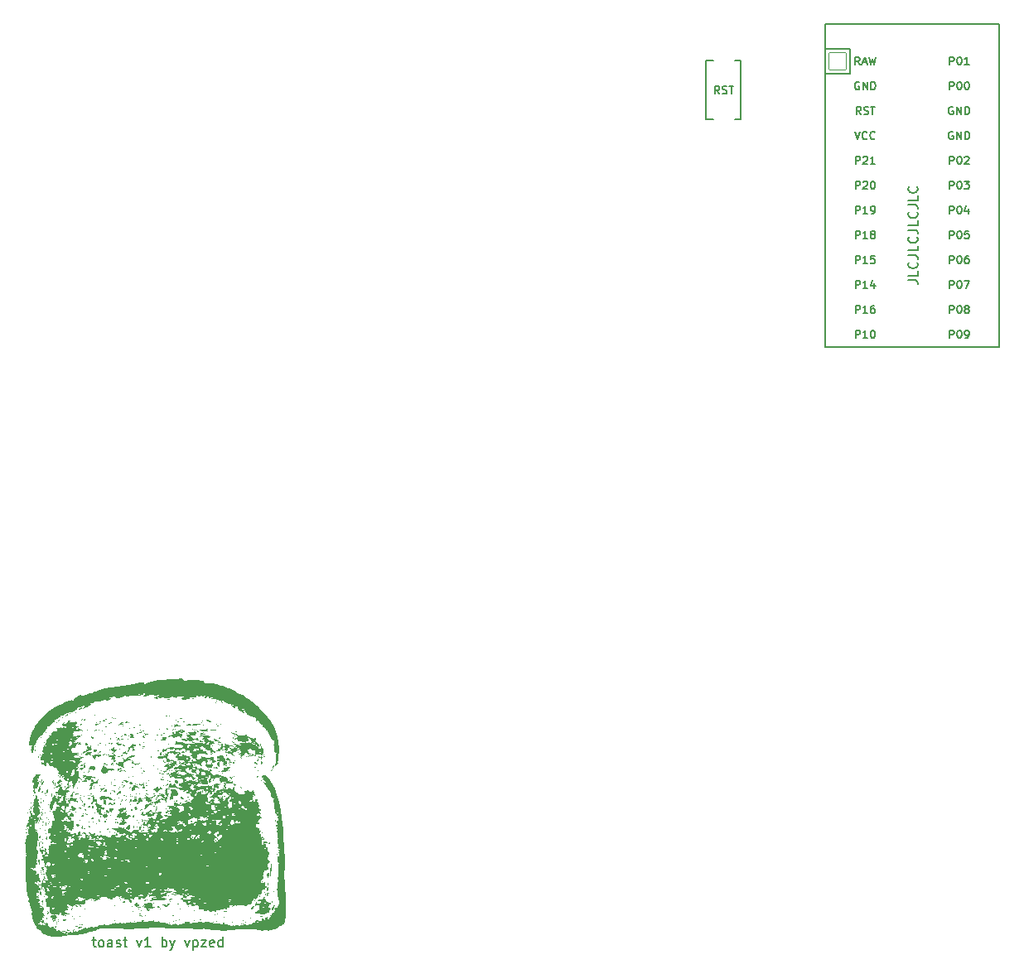
<source format=gto>
%TF.GenerationSoftware,KiCad,Pcbnew,(6.0.2)*%
%TF.CreationDate,2022-04-07T21:26:13-05:00*%
%TF.ProjectId,toast-v1,746f6173-742d-4763-912e-6b696361645f,v1.0.0*%
%TF.SameCoordinates,Original*%
%TF.FileFunction,Legend,Top*%
%TF.FilePolarity,Positive*%
%FSLAX46Y46*%
G04 Gerber Fmt 4.6, Leading zero omitted, Abs format (unit mm)*
G04 Created by KiCad (PCBNEW (6.0.2)) date 2022-04-07 21:26:13*
%MOMM*%
%LPD*%
G01*
G04 APERTURE LIST*
G04 Aperture macros list*
%AMRoundRect*
0 Rectangle with rounded corners*
0 $1 Rounding radius*
0 $2 $3 $4 $5 $6 $7 $8 $9 X,Y pos of 4 corners*
0 Add a 4 corners polygon primitive as box body*
4,1,4,$2,$3,$4,$5,$6,$7,$8,$9,$2,$3,0*
0 Add four circle primitives for the rounded corners*
1,1,$1+$1,$2,$3*
1,1,$1+$1,$4,$5*
1,1,$1+$1,$6,$7*
1,1,$1+$1,$8,$9*
0 Add four rect primitives between the rounded corners*
20,1,$1+$1,$2,$3,$4,$5,0*
20,1,$1+$1,$4,$5,$6,$7,0*
20,1,$1+$1,$6,$7,$8,$9,0*
20,1,$1+$1,$8,$9,$2,$3,0*%
G04 Aperture macros list end*
%ADD10C,0.150000*%
%ADD11R,1.752600X1.752600*%
%ADD12C,1.752600*%
%ADD13C,1.801800*%
%ADD14C,3.529000*%
%ADD15C,2.132000*%
%ADD16C,0.800000*%
%ADD17C,4.500000*%
%ADD18C,2.100000*%
%ADD19C,1.600000*%
%ADD20O,1.700000X2.300000*%
%ADD21RoundRect,0.050000X-0.876300X0.876300X-0.876300X-0.876300X0.876300X-0.876300X0.876300X0.876300X0*%
%ADD22C,1.852600*%
G04 APERTURE END LIST*
D10*
X173411904Y-196735714D02*
X173792857Y-196735714D01*
X173554761Y-196402380D02*
X173554761Y-197259523D01*
X173602380Y-197354761D01*
X173697619Y-197402380D01*
X173792857Y-197402380D01*
X174269047Y-197402380D02*
X174173809Y-197354761D01*
X174126190Y-197307142D01*
X174078571Y-197211904D01*
X174078571Y-196926190D01*
X174126190Y-196830952D01*
X174173809Y-196783333D01*
X174269047Y-196735714D01*
X174411904Y-196735714D01*
X174507142Y-196783333D01*
X174554761Y-196830952D01*
X174602380Y-196926190D01*
X174602380Y-197211904D01*
X174554761Y-197307142D01*
X174507142Y-197354761D01*
X174411904Y-197402380D01*
X174269047Y-197402380D01*
X175459523Y-197402380D02*
X175459523Y-196878571D01*
X175411904Y-196783333D01*
X175316666Y-196735714D01*
X175126190Y-196735714D01*
X175030952Y-196783333D01*
X175459523Y-197354761D02*
X175364285Y-197402380D01*
X175126190Y-197402380D01*
X175030952Y-197354761D01*
X174983333Y-197259523D01*
X174983333Y-197164285D01*
X175030952Y-197069047D01*
X175126190Y-197021428D01*
X175364285Y-197021428D01*
X175459523Y-196973809D01*
X175888095Y-197354761D02*
X175983333Y-197402380D01*
X176173809Y-197402380D01*
X176269047Y-197354761D01*
X176316666Y-197259523D01*
X176316666Y-197211904D01*
X176269047Y-197116666D01*
X176173809Y-197069047D01*
X176030952Y-197069047D01*
X175935714Y-197021428D01*
X175888095Y-196926190D01*
X175888095Y-196878571D01*
X175935714Y-196783333D01*
X176030952Y-196735714D01*
X176173809Y-196735714D01*
X176269047Y-196783333D01*
X176602380Y-196735714D02*
X176983333Y-196735714D01*
X176745238Y-196402380D02*
X176745238Y-197259523D01*
X176792857Y-197354761D01*
X176888095Y-197402380D01*
X176983333Y-197402380D01*
X177983333Y-196735714D02*
X178221428Y-197402380D01*
X178459523Y-196735714D01*
X179364285Y-197402380D02*
X178792857Y-197402380D01*
X179078571Y-197402380D02*
X179078571Y-196402380D01*
X178983333Y-196545238D01*
X178888095Y-196640476D01*
X178792857Y-196688095D01*
X180554761Y-197402380D02*
X180554761Y-196402380D01*
X180554761Y-196783333D02*
X180650000Y-196735714D01*
X180840476Y-196735714D01*
X180935714Y-196783333D01*
X180983333Y-196830952D01*
X181030952Y-196926190D01*
X181030952Y-197211904D01*
X180983333Y-197307142D01*
X180935714Y-197354761D01*
X180840476Y-197402380D01*
X180650000Y-197402380D01*
X180554761Y-197354761D01*
X181364285Y-196735714D02*
X181602380Y-197402380D01*
X181840476Y-196735714D02*
X181602380Y-197402380D01*
X181507142Y-197640476D01*
X181459523Y-197688095D01*
X181364285Y-197735714D01*
X182888095Y-196735714D02*
X183126190Y-197402380D01*
X183364285Y-196735714D01*
X183745238Y-196735714D02*
X183745238Y-197735714D01*
X183745238Y-196783333D02*
X183840476Y-196735714D01*
X184030952Y-196735714D01*
X184126190Y-196783333D01*
X184173809Y-196830952D01*
X184221428Y-196926190D01*
X184221428Y-197211904D01*
X184173809Y-197307142D01*
X184126190Y-197354761D01*
X184030952Y-197402380D01*
X183840476Y-197402380D01*
X183745238Y-197354761D01*
X184554761Y-196735714D02*
X185078571Y-196735714D01*
X184554761Y-197402380D01*
X185078571Y-197402380D01*
X185840476Y-197354761D02*
X185745238Y-197402380D01*
X185554761Y-197402380D01*
X185459523Y-197354761D01*
X185411904Y-197259523D01*
X185411904Y-196878571D01*
X185459523Y-196783333D01*
X185554761Y-196735714D01*
X185745238Y-196735714D01*
X185840476Y-196783333D01*
X185888095Y-196878571D01*
X185888095Y-196973809D01*
X185411904Y-197069047D01*
X186745238Y-197402380D02*
X186745238Y-196402380D01*
X186745238Y-197354761D02*
X186650000Y-197402380D01*
X186459523Y-197402380D01*
X186364285Y-197354761D01*
X186316666Y-197307142D01*
X186269047Y-197211904D01*
X186269047Y-196926190D01*
X186316666Y-196830952D01*
X186364285Y-196783333D01*
X186459523Y-196735714D01*
X186650000Y-196735714D01*
X186745238Y-196783333D01*
X256802380Y-129269047D02*
X257516666Y-129269047D01*
X257659523Y-129316666D01*
X257754761Y-129411904D01*
X257802380Y-129554761D01*
X257802380Y-129650000D01*
X257802380Y-128316666D02*
X257802380Y-128792857D01*
X256802380Y-128792857D01*
X257707142Y-127411904D02*
X257754761Y-127459523D01*
X257802380Y-127602380D01*
X257802380Y-127697619D01*
X257754761Y-127840476D01*
X257659523Y-127935714D01*
X257564285Y-127983333D01*
X257373809Y-128030952D01*
X257230952Y-128030952D01*
X257040476Y-127983333D01*
X256945238Y-127935714D01*
X256850000Y-127840476D01*
X256802380Y-127697619D01*
X256802380Y-127602380D01*
X256850000Y-127459523D01*
X256897619Y-127411904D01*
X256802380Y-126697619D02*
X257516666Y-126697619D01*
X257659523Y-126745238D01*
X257754761Y-126840476D01*
X257802380Y-126983333D01*
X257802380Y-127078571D01*
X257802380Y-125745238D02*
X257802380Y-126221428D01*
X256802380Y-126221428D01*
X257707142Y-124840476D02*
X257754761Y-124888095D01*
X257802380Y-125030952D01*
X257802380Y-125126190D01*
X257754761Y-125269047D01*
X257659523Y-125364285D01*
X257564285Y-125411904D01*
X257373809Y-125459523D01*
X257230952Y-125459523D01*
X257040476Y-125411904D01*
X256945238Y-125364285D01*
X256850000Y-125269047D01*
X256802380Y-125126190D01*
X256802380Y-125030952D01*
X256850000Y-124888095D01*
X256897619Y-124840476D01*
X256802380Y-124126190D02*
X257516666Y-124126190D01*
X257659523Y-124173809D01*
X257754761Y-124269047D01*
X257802380Y-124411904D01*
X257802380Y-124507142D01*
X257802380Y-123173809D02*
X257802380Y-123650000D01*
X256802380Y-123650000D01*
X257707142Y-122269047D02*
X257754761Y-122316666D01*
X257802380Y-122459523D01*
X257802380Y-122554761D01*
X257754761Y-122697619D01*
X257659523Y-122792857D01*
X257564285Y-122840476D01*
X257373809Y-122888095D01*
X257230952Y-122888095D01*
X257040476Y-122840476D01*
X256945238Y-122792857D01*
X256850000Y-122697619D01*
X256802380Y-122554761D01*
X256802380Y-122459523D01*
X256850000Y-122316666D01*
X256897619Y-122269047D01*
X256802380Y-121554761D02*
X257516666Y-121554761D01*
X257659523Y-121602380D01*
X257754761Y-121697619D01*
X257802380Y-121840476D01*
X257802380Y-121935714D01*
X257802380Y-120602380D02*
X257802380Y-121078571D01*
X256802380Y-121078571D01*
X257707142Y-119697619D02*
X257754761Y-119745238D01*
X257802380Y-119888095D01*
X257802380Y-119983333D01*
X257754761Y-120126190D01*
X257659523Y-120221428D01*
X257564285Y-120269047D01*
X257373809Y-120316666D01*
X257230952Y-120316666D01*
X257040476Y-120269047D01*
X256945238Y-120221428D01*
X256850000Y-120126190D01*
X256802380Y-119983333D01*
X256802380Y-119888095D01*
X256850000Y-119745238D01*
X256897619Y-119697619D01*
X237512163Y-110198637D02*
X237245497Y-109817685D01*
X237055020Y-110198637D02*
X237055020Y-109398637D01*
X237359782Y-109398637D01*
X237435973Y-109436733D01*
X237474068Y-109474828D01*
X237512163Y-109551018D01*
X237512163Y-109665304D01*
X237474068Y-109741494D01*
X237435973Y-109779590D01*
X237359782Y-109817685D01*
X237055020Y-109817685D01*
X237816925Y-110160542D02*
X237931211Y-110198637D01*
X238121687Y-110198637D01*
X238197878Y-110160542D01*
X238235973Y-110122447D01*
X238274068Y-110046256D01*
X238274068Y-109970066D01*
X238235973Y-109893875D01*
X238197878Y-109855780D01*
X238121687Y-109817685D01*
X237969306Y-109779590D01*
X237893116Y-109741494D01*
X237855020Y-109703399D01*
X237816925Y-109627209D01*
X237816925Y-109551018D01*
X237855020Y-109474828D01*
X237893116Y-109436733D01*
X237969306Y-109398637D01*
X238159782Y-109398637D01*
X238274068Y-109436733D01*
X238502639Y-109398637D02*
X238959782Y-109398637D01*
X238731211Y-110198637D02*
X238731211Y-109398637D01*
X251333592Y-114048637D02*
X251600259Y-114848637D01*
X251866925Y-114048637D01*
X252590735Y-114772447D02*
X252552639Y-114810542D01*
X252438354Y-114848637D01*
X252362163Y-114848637D01*
X252247878Y-114810542D01*
X252171687Y-114734352D01*
X252133592Y-114658161D01*
X252095497Y-114505780D01*
X252095497Y-114391494D01*
X252133592Y-114239113D01*
X252171687Y-114162923D01*
X252247878Y-114086733D01*
X252362163Y-114048637D01*
X252438354Y-114048637D01*
X252552639Y-114086733D01*
X252590735Y-114124828D01*
X253390735Y-114772447D02*
X253352639Y-114810542D01*
X253238354Y-114848637D01*
X253162163Y-114848637D01*
X253047878Y-114810542D01*
X252971687Y-114734352D01*
X252933592Y-114658161D01*
X252895497Y-114505780D01*
X252895497Y-114391494D01*
X252933592Y-114239113D01*
X252971687Y-114162923D01*
X253047878Y-114086733D01*
X253162163Y-114048637D01*
X253238354Y-114048637D01*
X253352639Y-114086733D01*
X253390735Y-114124828D01*
X261028830Y-117388637D02*
X261028830Y-116588637D01*
X261333592Y-116588637D01*
X261409782Y-116626733D01*
X261447878Y-116664828D01*
X261485973Y-116741018D01*
X261485973Y-116855304D01*
X261447878Y-116931494D01*
X261409782Y-116969590D01*
X261333592Y-117007685D01*
X261028830Y-117007685D01*
X261981211Y-116588637D02*
X262057401Y-116588637D01*
X262133592Y-116626733D01*
X262171687Y-116664828D01*
X262209782Y-116741018D01*
X262247878Y-116893399D01*
X262247878Y-117083875D01*
X262209782Y-117236256D01*
X262171687Y-117312447D01*
X262133592Y-117350542D01*
X262057401Y-117388637D01*
X261981211Y-117388637D01*
X261905020Y-117350542D01*
X261866925Y-117312447D01*
X261828830Y-117236256D01*
X261790735Y-117083875D01*
X261790735Y-116893399D01*
X261828830Y-116741018D01*
X261866925Y-116664828D01*
X261905020Y-116626733D01*
X261981211Y-116588637D01*
X262552639Y-116664828D02*
X262590735Y-116626733D01*
X262666925Y-116588637D01*
X262857401Y-116588637D01*
X262933592Y-116626733D01*
X262971687Y-116664828D01*
X263009782Y-116741018D01*
X263009782Y-116817209D01*
X262971687Y-116931494D01*
X262514544Y-117388637D01*
X263009782Y-117388637D01*
X261028830Y-109768637D02*
X261028830Y-108968637D01*
X261333592Y-108968637D01*
X261409782Y-109006733D01*
X261447878Y-109044828D01*
X261485973Y-109121018D01*
X261485973Y-109235304D01*
X261447878Y-109311494D01*
X261409782Y-109349590D01*
X261333592Y-109387685D01*
X261028830Y-109387685D01*
X261981211Y-108968637D02*
X262057401Y-108968637D01*
X262133592Y-109006733D01*
X262171687Y-109044828D01*
X262209782Y-109121018D01*
X262247878Y-109273399D01*
X262247878Y-109463875D01*
X262209782Y-109616256D01*
X262171687Y-109692447D01*
X262133592Y-109730542D01*
X262057401Y-109768637D01*
X261981211Y-109768637D01*
X261905020Y-109730542D01*
X261866925Y-109692447D01*
X261828830Y-109616256D01*
X261790735Y-109463875D01*
X261790735Y-109273399D01*
X261828830Y-109121018D01*
X261866925Y-109044828D01*
X261905020Y-109006733D01*
X261981211Y-108968637D01*
X262743116Y-108968637D02*
X262819306Y-108968637D01*
X262895497Y-109006733D01*
X262933592Y-109044828D01*
X262971687Y-109121018D01*
X263009782Y-109273399D01*
X263009782Y-109463875D01*
X262971687Y-109616256D01*
X262933592Y-109692447D01*
X262895497Y-109730542D01*
X262819306Y-109768637D01*
X262743116Y-109768637D01*
X262666925Y-109730542D01*
X262628830Y-109692447D01*
X262590735Y-109616256D01*
X262552639Y-109463875D01*
X262552639Y-109273399D01*
X262590735Y-109121018D01*
X262628830Y-109044828D01*
X262666925Y-109006733D01*
X262743116Y-108968637D01*
X251428830Y-119928637D02*
X251428830Y-119128637D01*
X251733592Y-119128637D01*
X251809782Y-119166733D01*
X251847878Y-119204828D01*
X251885973Y-119281018D01*
X251885973Y-119395304D01*
X251847878Y-119471494D01*
X251809782Y-119509590D01*
X251733592Y-119547685D01*
X251428830Y-119547685D01*
X252190735Y-119204828D02*
X252228830Y-119166733D01*
X252305020Y-119128637D01*
X252495497Y-119128637D01*
X252571687Y-119166733D01*
X252609782Y-119204828D01*
X252647878Y-119281018D01*
X252647878Y-119357209D01*
X252609782Y-119471494D01*
X252152639Y-119928637D01*
X252647878Y-119928637D01*
X253143116Y-119128637D02*
X253219306Y-119128637D01*
X253295497Y-119166733D01*
X253333592Y-119204828D01*
X253371687Y-119281018D01*
X253409782Y-119433399D01*
X253409782Y-119623875D01*
X253371687Y-119776256D01*
X253333592Y-119852447D01*
X253295497Y-119890542D01*
X253219306Y-119928637D01*
X253143116Y-119928637D01*
X253066925Y-119890542D01*
X253028830Y-119852447D01*
X252990735Y-119776256D01*
X252952639Y-119623875D01*
X252952639Y-119433399D01*
X252990735Y-119281018D01*
X253028830Y-119204828D01*
X253066925Y-119166733D01*
X253143116Y-119128637D01*
X251790735Y-109006733D02*
X251714544Y-108968637D01*
X251600259Y-108968637D01*
X251485973Y-109006733D01*
X251409782Y-109082923D01*
X251371687Y-109159113D01*
X251333592Y-109311494D01*
X251333592Y-109425780D01*
X251371687Y-109578161D01*
X251409782Y-109654352D01*
X251485973Y-109730542D01*
X251600259Y-109768637D01*
X251676449Y-109768637D01*
X251790735Y-109730542D01*
X251828830Y-109692447D01*
X251828830Y-109425780D01*
X251676449Y-109425780D01*
X252171687Y-109768637D02*
X252171687Y-108968637D01*
X252628830Y-109768637D01*
X252628830Y-108968637D01*
X253009782Y-109768637D02*
X253009782Y-108968637D01*
X253200259Y-108968637D01*
X253314544Y-109006733D01*
X253390735Y-109082923D01*
X253428830Y-109159113D01*
X253466925Y-109311494D01*
X253466925Y-109425780D01*
X253428830Y-109578161D01*
X253390735Y-109654352D01*
X253314544Y-109730542D01*
X253200259Y-109768637D01*
X253009782Y-109768637D01*
X251428830Y-130088637D02*
X251428830Y-129288637D01*
X251733592Y-129288637D01*
X251809782Y-129326733D01*
X251847878Y-129364828D01*
X251885973Y-129441018D01*
X251885973Y-129555304D01*
X251847878Y-129631494D01*
X251809782Y-129669590D01*
X251733592Y-129707685D01*
X251428830Y-129707685D01*
X252647878Y-130088637D02*
X252190735Y-130088637D01*
X252419306Y-130088637D02*
X252419306Y-129288637D01*
X252343116Y-129402923D01*
X252266925Y-129479113D01*
X252190735Y-129517209D01*
X253333592Y-129555304D02*
X253333592Y-130088637D01*
X253143116Y-129250542D02*
X252952639Y-129821971D01*
X253447878Y-129821971D01*
X261028830Y-107228637D02*
X261028830Y-106428637D01*
X261333592Y-106428637D01*
X261409782Y-106466733D01*
X261447878Y-106504828D01*
X261485973Y-106581018D01*
X261485973Y-106695304D01*
X261447878Y-106771494D01*
X261409782Y-106809590D01*
X261333592Y-106847685D01*
X261028830Y-106847685D01*
X261981211Y-106428637D02*
X262057401Y-106428637D01*
X262133592Y-106466733D01*
X262171687Y-106504828D01*
X262209782Y-106581018D01*
X262247878Y-106733399D01*
X262247878Y-106923875D01*
X262209782Y-107076256D01*
X262171687Y-107152447D01*
X262133592Y-107190542D01*
X262057401Y-107228637D01*
X261981211Y-107228637D01*
X261905020Y-107190542D01*
X261866925Y-107152447D01*
X261828830Y-107076256D01*
X261790735Y-106923875D01*
X261790735Y-106733399D01*
X261828830Y-106581018D01*
X261866925Y-106504828D01*
X261905020Y-106466733D01*
X261981211Y-106428637D01*
X263009782Y-107228637D02*
X262552639Y-107228637D01*
X262781211Y-107228637D02*
X262781211Y-106428637D01*
X262705020Y-106542923D01*
X262628830Y-106619113D01*
X262552639Y-106657209D01*
X261028830Y-127548637D02*
X261028830Y-126748637D01*
X261333592Y-126748637D01*
X261409782Y-126786733D01*
X261447878Y-126824828D01*
X261485973Y-126901018D01*
X261485973Y-127015304D01*
X261447878Y-127091494D01*
X261409782Y-127129590D01*
X261333592Y-127167685D01*
X261028830Y-127167685D01*
X261981211Y-126748637D02*
X262057401Y-126748637D01*
X262133592Y-126786733D01*
X262171687Y-126824828D01*
X262209782Y-126901018D01*
X262247878Y-127053399D01*
X262247878Y-127243875D01*
X262209782Y-127396256D01*
X262171687Y-127472447D01*
X262133592Y-127510542D01*
X262057401Y-127548637D01*
X261981211Y-127548637D01*
X261905020Y-127510542D01*
X261866925Y-127472447D01*
X261828830Y-127396256D01*
X261790735Y-127243875D01*
X261790735Y-127053399D01*
X261828830Y-126901018D01*
X261866925Y-126824828D01*
X261905020Y-126786733D01*
X261981211Y-126748637D01*
X262933592Y-126748637D02*
X262781211Y-126748637D01*
X262705020Y-126786733D01*
X262666925Y-126824828D01*
X262590735Y-126939113D01*
X262552639Y-127091494D01*
X262552639Y-127396256D01*
X262590735Y-127472447D01*
X262628830Y-127510542D01*
X262705020Y-127548637D01*
X262857401Y-127548637D01*
X262933592Y-127510542D01*
X262971687Y-127472447D01*
X263009782Y-127396256D01*
X263009782Y-127205780D01*
X262971687Y-127129590D01*
X262933592Y-127091494D01*
X262857401Y-127053399D01*
X262705020Y-127053399D01*
X262628830Y-127091494D01*
X262590735Y-127129590D01*
X262552639Y-127205780D01*
X251428830Y-125008637D02*
X251428830Y-124208637D01*
X251733592Y-124208637D01*
X251809782Y-124246733D01*
X251847878Y-124284828D01*
X251885973Y-124361018D01*
X251885973Y-124475304D01*
X251847878Y-124551494D01*
X251809782Y-124589590D01*
X251733592Y-124627685D01*
X251428830Y-124627685D01*
X252647878Y-125008637D02*
X252190735Y-125008637D01*
X252419306Y-125008637D02*
X252419306Y-124208637D01*
X252343116Y-124322923D01*
X252266925Y-124399113D01*
X252190735Y-124437209D01*
X253105020Y-124551494D02*
X253028830Y-124513399D01*
X252990735Y-124475304D01*
X252952639Y-124399113D01*
X252952639Y-124361018D01*
X252990735Y-124284828D01*
X253028830Y-124246733D01*
X253105020Y-124208637D01*
X253257401Y-124208637D01*
X253333592Y-124246733D01*
X253371687Y-124284828D01*
X253409782Y-124361018D01*
X253409782Y-124399113D01*
X253371687Y-124475304D01*
X253333592Y-124513399D01*
X253257401Y-124551494D01*
X253105020Y-124551494D01*
X253028830Y-124589590D01*
X252990735Y-124627685D01*
X252952639Y-124703875D01*
X252952639Y-124856256D01*
X252990735Y-124932447D01*
X253028830Y-124970542D01*
X253105020Y-125008637D01*
X253257401Y-125008637D01*
X253333592Y-124970542D01*
X253371687Y-124932447D01*
X253409782Y-124856256D01*
X253409782Y-124703875D01*
X253371687Y-124627685D01*
X253333592Y-124589590D01*
X253257401Y-124551494D01*
X251428830Y-127548637D02*
X251428830Y-126748637D01*
X251733592Y-126748637D01*
X251809782Y-126786733D01*
X251847878Y-126824828D01*
X251885973Y-126901018D01*
X251885973Y-127015304D01*
X251847878Y-127091494D01*
X251809782Y-127129590D01*
X251733592Y-127167685D01*
X251428830Y-127167685D01*
X252647878Y-127548637D02*
X252190735Y-127548637D01*
X252419306Y-127548637D02*
X252419306Y-126748637D01*
X252343116Y-126862923D01*
X252266925Y-126939113D01*
X252190735Y-126977209D01*
X253371687Y-126748637D02*
X252990735Y-126748637D01*
X252952639Y-127129590D01*
X252990735Y-127091494D01*
X253066925Y-127053399D01*
X253257401Y-127053399D01*
X253333592Y-127091494D01*
X253371687Y-127129590D01*
X253409782Y-127205780D01*
X253409782Y-127396256D01*
X253371687Y-127472447D01*
X253333592Y-127510542D01*
X253257401Y-127548637D01*
X253066925Y-127548637D01*
X252990735Y-127510542D01*
X252952639Y-127472447D01*
X251847878Y-107228637D02*
X251581211Y-106847685D01*
X251390735Y-107228637D02*
X251390735Y-106428637D01*
X251695497Y-106428637D01*
X251771687Y-106466733D01*
X251809782Y-106504828D01*
X251847878Y-106581018D01*
X251847878Y-106695304D01*
X251809782Y-106771494D01*
X251771687Y-106809590D01*
X251695497Y-106847685D01*
X251390735Y-106847685D01*
X252152639Y-107000066D02*
X252533592Y-107000066D01*
X252076449Y-107228637D02*
X252343116Y-106428637D01*
X252609782Y-107228637D01*
X252800259Y-106428637D02*
X252990735Y-107228637D01*
X253143116Y-106657209D01*
X253295497Y-107228637D01*
X253485973Y-106428637D01*
X251962163Y-112308637D02*
X251695497Y-111927685D01*
X251505020Y-112308637D02*
X251505020Y-111508637D01*
X251809782Y-111508637D01*
X251885973Y-111546733D01*
X251924068Y-111584828D01*
X251962163Y-111661018D01*
X251962163Y-111775304D01*
X251924068Y-111851494D01*
X251885973Y-111889590D01*
X251809782Y-111927685D01*
X251505020Y-111927685D01*
X252266925Y-112270542D02*
X252381211Y-112308637D01*
X252571687Y-112308637D01*
X252647878Y-112270542D01*
X252685973Y-112232447D01*
X252724068Y-112156256D01*
X252724068Y-112080066D01*
X252685973Y-112003875D01*
X252647878Y-111965780D01*
X252571687Y-111927685D01*
X252419306Y-111889590D01*
X252343116Y-111851494D01*
X252305020Y-111813399D01*
X252266925Y-111737209D01*
X252266925Y-111661018D01*
X252305020Y-111584828D01*
X252343116Y-111546733D01*
X252419306Y-111508637D01*
X252609782Y-111508637D01*
X252724068Y-111546733D01*
X252952639Y-111508637D02*
X253409782Y-111508637D01*
X253181211Y-112308637D02*
X253181211Y-111508637D01*
X261028830Y-122468637D02*
X261028830Y-121668637D01*
X261333592Y-121668637D01*
X261409782Y-121706733D01*
X261447878Y-121744828D01*
X261485973Y-121821018D01*
X261485973Y-121935304D01*
X261447878Y-122011494D01*
X261409782Y-122049590D01*
X261333592Y-122087685D01*
X261028830Y-122087685D01*
X261981211Y-121668637D02*
X262057401Y-121668637D01*
X262133592Y-121706733D01*
X262171687Y-121744828D01*
X262209782Y-121821018D01*
X262247878Y-121973399D01*
X262247878Y-122163875D01*
X262209782Y-122316256D01*
X262171687Y-122392447D01*
X262133592Y-122430542D01*
X262057401Y-122468637D01*
X261981211Y-122468637D01*
X261905020Y-122430542D01*
X261866925Y-122392447D01*
X261828830Y-122316256D01*
X261790735Y-122163875D01*
X261790735Y-121973399D01*
X261828830Y-121821018D01*
X261866925Y-121744828D01*
X261905020Y-121706733D01*
X261981211Y-121668637D01*
X262933592Y-121935304D02*
X262933592Y-122468637D01*
X262743116Y-121630542D02*
X262552639Y-122201971D01*
X263047878Y-122201971D01*
X261390735Y-111546733D02*
X261314544Y-111508637D01*
X261200259Y-111508637D01*
X261085973Y-111546733D01*
X261009782Y-111622923D01*
X260971687Y-111699113D01*
X260933592Y-111851494D01*
X260933592Y-111965780D01*
X260971687Y-112118161D01*
X261009782Y-112194352D01*
X261085973Y-112270542D01*
X261200259Y-112308637D01*
X261276449Y-112308637D01*
X261390735Y-112270542D01*
X261428830Y-112232447D01*
X261428830Y-111965780D01*
X261276449Y-111965780D01*
X261771687Y-112308637D02*
X261771687Y-111508637D01*
X262228830Y-112308637D01*
X262228830Y-111508637D01*
X262609782Y-112308637D02*
X262609782Y-111508637D01*
X262800259Y-111508637D01*
X262914544Y-111546733D01*
X262990735Y-111622923D01*
X263028830Y-111699113D01*
X263066925Y-111851494D01*
X263066925Y-111965780D01*
X263028830Y-112118161D01*
X262990735Y-112194352D01*
X262914544Y-112270542D01*
X262800259Y-112308637D01*
X262609782Y-112308637D01*
X261028830Y-135168637D02*
X261028830Y-134368637D01*
X261333592Y-134368637D01*
X261409782Y-134406733D01*
X261447878Y-134444828D01*
X261485973Y-134521018D01*
X261485973Y-134635304D01*
X261447878Y-134711494D01*
X261409782Y-134749590D01*
X261333592Y-134787685D01*
X261028830Y-134787685D01*
X261981211Y-134368637D02*
X262057401Y-134368637D01*
X262133592Y-134406733D01*
X262171687Y-134444828D01*
X262209782Y-134521018D01*
X262247878Y-134673399D01*
X262247878Y-134863875D01*
X262209782Y-135016256D01*
X262171687Y-135092447D01*
X262133592Y-135130542D01*
X262057401Y-135168637D01*
X261981211Y-135168637D01*
X261905020Y-135130542D01*
X261866925Y-135092447D01*
X261828830Y-135016256D01*
X261790735Y-134863875D01*
X261790735Y-134673399D01*
X261828830Y-134521018D01*
X261866925Y-134444828D01*
X261905020Y-134406733D01*
X261981211Y-134368637D01*
X262628830Y-135168637D02*
X262781211Y-135168637D01*
X262857401Y-135130542D01*
X262895497Y-135092447D01*
X262971687Y-134978161D01*
X263009782Y-134825780D01*
X263009782Y-134521018D01*
X262971687Y-134444828D01*
X262933592Y-134406733D01*
X262857401Y-134368637D01*
X262705020Y-134368637D01*
X262628830Y-134406733D01*
X262590735Y-134444828D01*
X262552639Y-134521018D01*
X262552639Y-134711494D01*
X262590735Y-134787685D01*
X262628830Y-134825780D01*
X262705020Y-134863875D01*
X262857401Y-134863875D01*
X262933592Y-134825780D01*
X262971687Y-134787685D01*
X263009782Y-134711494D01*
X261390735Y-114086733D02*
X261314544Y-114048637D01*
X261200259Y-114048637D01*
X261085973Y-114086733D01*
X261009782Y-114162923D01*
X260971687Y-114239113D01*
X260933592Y-114391494D01*
X260933592Y-114505780D01*
X260971687Y-114658161D01*
X261009782Y-114734352D01*
X261085973Y-114810542D01*
X261200259Y-114848637D01*
X261276449Y-114848637D01*
X261390735Y-114810542D01*
X261428830Y-114772447D01*
X261428830Y-114505780D01*
X261276449Y-114505780D01*
X261771687Y-114848637D02*
X261771687Y-114048637D01*
X262228830Y-114848637D01*
X262228830Y-114048637D01*
X262609782Y-114848637D02*
X262609782Y-114048637D01*
X262800259Y-114048637D01*
X262914544Y-114086733D01*
X262990735Y-114162923D01*
X263028830Y-114239113D01*
X263066925Y-114391494D01*
X263066925Y-114505780D01*
X263028830Y-114658161D01*
X262990735Y-114734352D01*
X262914544Y-114810542D01*
X262800259Y-114848637D01*
X262609782Y-114848637D01*
X261028830Y-125008637D02*
X261028830Y-124208637D01*
X261333592Y-124208637D01*
X261409782Y-124246733D01*
X261447878Y-124284828D01*
X261485973Y-124361018D01*
X261485973Y-124475304D01*
X261447878Y-124551494D01*
X261409782Y-124589590D01*
X261333592Y-124627685D01*
X261028830Y-124627685D01*
X261981211Y-124208637D02*
X262057401Y-124208637D01*
X262133592Y-124246733D01*
X262171687Y-124284828D01*
X262209782Y-124361018D01*
X262247878Y-124513399D01*
X262247878Y-124703875D01*
X262209782Y-124856256D01*
X262171687Y-124932447D01*
X262133592Y-124970542D01*
X262057401Y-125008637D01*
X261981211Y-125008637D01*
X261905020Y-124970542D01*
X261866925Y-124932447D01*
X261828830Y-124856256D01*
X261790735Y-124703875D01*
X261790735Y-124513399D01*
X261828830Y-124361018D01*
X261866925Y-124284828D01*
X261905020Y-124246733D01*
X261981211Y-124208637D01*
X262971687Y-124208637D02*
X262590735Y-124208637D01*
X262552639Y-124589590D01*
X262590735Y-124551494D01*
X262666925Y-124513399D01*
X262857401Y-124513399D01*
X262933592Y-124551494D01*
X262971687Y-124589590D01*
X263009782Y-124665780D01*
X263009782Y-124856256D01*
X262971687Y-124932447D01*
X262933592Y-124970542D01*
X262857401Y-125008637D01*
X262666925Y-125008637D01*
X262590735Y-124970542D01*
X262552639Y-124932447D01*
X251428830Y-135168637D02*
X251428830Y-134368637D01*
X251733592Y-134368637D01*
X251809782Y-134406733D01*
X251847878Y-134444828D01*
X251885973Y-134521018D01*
X251885973Y-134635304D01*
X251847878Y-134711494D01*
X251809782Y-134749590D01*
X251733592Y-134787685D01*
X251428830Y-134787685D01*
X252647878Y-135168637D02*
X252190735Y-135168637D01*
X252419306Y-135168637D02*
X252419306Y-134368637D01*
X252343116Y-134482923D01*
X252266925Y-134559113D01*
X252190735Y-134597209D01*
X253143116Y-134368637D02*
X253219306Y-134368637D01*
X253295497Y-134406733D01*
X253333592Y-134444828D01*
X253371687Y-134521018D01*
X253409782Y-134673399D01*
X253409782Y-134863875D01*
X253371687Y-135016256D01*
X253333592Y-135092447D01*
X253295497Y-135130542D01*
X253219306Y-135168637D01*
X253143116Y-135168637D01*
X253066925Y-135130542D01*
X253028830Y-135092447D01*
X252990735Y-135016256D01*
X252952639Y-134863875D01*
X252952639Y-134673399D01*
X252990735Y-134521018D01*
X253028830Y-134444828D01*
X253066925Y-134406733D01*
X253143116Y-134368637D01*
X251428830Y-117388637D02*
X251428830Y-116588637D01*
X251733592Y-116588637D01*
X251809782Y-116626733D01*
X251847878Y-116664828D01*
X251885973Y-116741018D01*
X251885973Y-116855304D01*
X251847878Y-116931494D01*
X251809782Y-116969590D01*
X251733592Y-117007685D01*
X251428830Y-117007685D01*
X252190735Y-116664828D02*
X252228830Y-116626733D01*
X252305020Y-116588637D01*
X252495497Y-116588637D01*
X252571687Y-116626733D01*
X252609782Y-116664828D01*
X252647878Y-116741018D01*
X252647878Y-116817209D01*
X252609782Y-116931494D01*
X252152639Y-117388637D01*
X252647878Y-117388637D01*
X253409782Y-117388637D02*
X252952639Y-117388637D01*
X253181211Y-117388637D02*
X253181211Y-116588637D01*
X253105020Y-116702923D01*
X253028830Y-116779113D01*
X252952639Y-116817209D01*
X261028830Y-119928637D02*
X261028830Y-119128637D01*
X261333592Y-119128637D01*
X261409782Y-119166733D01*
X261447878Y-119204828D01*
X261485973Y-119281018D01*
X261485973Y-119395304D01*
X261447878Y-119471494D01*
X261409782Y-119509590D01*
X261333592Y-119547685D01*
X261028830Y-119547685D01*
X261981211Y-119128637D02*
X262057401Y-119128637D01*
X262133592Y-119166733D01*
X262171687Y-119204828D01*
X262209782Y-119281018D01*
X262247878Y-119433399D01*
X262247878Y-119623875D01*
X262209782Y-119776256D01*
X262171687Y-119852447D01*
X262133592Y-119890542D01*
X262057401Y-119928637D01*
X261981211Y-119928637D01*
X261905020Y-119890542D01*
X261866925Y-119852447D01*
X261828830Y-119776256D01*
X261790735Y-119623875D01*
X261790735Y-119433399D01*
X261828830Y-119281018D01*
X261866925Y-119204828D01*
X261905020Y-119166733D01*
X261981211Y-119128637D01*
X262514544Y-119128637D02*
X263009782Y-119128637D01*
X262743116Y-119433399D01*
X262857401Y-119433399D01*
X262933592Y-119471494D01*
X262971687Y-119509590D01*
X263009782Y-119585780D01*
X263009782Y-119776256D01*
X262971687Y-119852447D01*
X262933592Y-119890542D01*
X262857401Y-119928637D01*
X262628830Y-119928637D01*
X262552639Y-119890542D01*
X262514544Y-119852447D01*
X261028830Y-130088637D02*
X261028830Y-129288637D01*
X261333592Y-129288637D01*
X261409782Y-129326733D01*
X261447878Y-129364828D01*
X261485973Y-129441018D01*
X261485973Y-129555304D01*
X261447878Y-129631494D01*
X261409782Y-129669590D01*
X261333592Y-129707685D01*
X261028830Y-129707685D01*
X261981211Y-129288637D02*
X262057401Y-129288637D01*
X262133592Y-129326733D01*
X262171687Y-129364828D01*
X262209782Y-129441018D01*
X262247878Y-129593399D01*
X262247878Y-129783875D01*
X262209782Y-129936256D01*
X262171687Y-130012447D01*
X262133592Y-130050542D01*
X262057401Y-130088637D01*
X261981211Y-130088637D01*
X261905020Y-130050542D01*
X261866925Y-130012447D01*
X261828830Y-129936256D01*
X261790735Y-129783875D01*
X261790735Y-129593399D01*
X261828830Y-129441018D01*
X261866925Y-129364828D01*
X261905020Y-129326733D01*
X261981211Y-129288637D01*
X262514544Y-129288637D02*
X263047878Y-129288637D01*
X262705020Y-130088637D01*
X251428830Y-132628637D02*
X251428830Y-131828637D01*
X251733592Y-131828637D01*
X251809782Y-131866733D01*
X251847878Y-131904828D01*
X251885973Y-131981018D01*
X251885973Y-132095304D01*
X251847878Y-132171494D01*
X251809782Y-132209590D01*
X251733592Y-132247685D01*
X251428830Y-132247685D01*
X252647878Y-132628637D02*
X252190735Y-132628637D01*
X252419306Y-132628637D02*
X252419306Y-131828637D01*
X252343116Y-131942923D01*
X252266925Y-132019113D01*
X252190735Y-132057209D01*
X253333592Y-131828637D02*
X253181211Y-131828637D01*
X253105020Y-131866733D01*
X253066925Y-131904828D01*
X252990735Y-132019113D01*
X252952639Y-132171494D01*
X252952639Y-132476256D01*
X252990735Y-132552447D01*
X253028830Y-132590542D01*
X253105020Y-132628637D01*
X253257401Y-132628637D01*
X253333592Y-132590542D01*
X253371687Y-132552447D01*
X253409782Y-132476256D01*
X253409782Y-132285780D01*
X253371687Y-132209590D01*
X253333592Y-132171494D01*
X253257401Y-132133399D01*
X253105020Y-132133399D01*
X253028830Y-132171494D01*
X252990735Y-132209590D01*
X252952639Y-132285780D01*
X251428830Y-122468637D02*
X251428830Y-121668637D01*
X251733592Y-121668637D01*
X251809782Y-121706733D01*
X251847878Y-121744828D01*
X251885973Y-121821018D01*
X251885973Y-121935304D01*
X251847878Y-122011494D01*
X251809782Y-122049590D01*
X251733592Y-122087685D01*
X251428830Y-122087685D01*
X252647878Y-122468637D02*
X252190735Y-122468637D01*
X252419306Y-122468637D02*
X252419306Y-121668637D01*
X252343116Y-121782923D01*
X252266925Y-121859113D01*
X252190735Y-121897209D01*
X253028830Y-122468637D02*
X253181211Y-122468637D01*
X253257401Y-122430542D01*
X253295497Y-122392447D01*
X253371687Y-122278161D01*
X253409782Y-122125780D01*
X253409782Y-121821018D01*
X253371687Y-121744828D01*
X253333592Y-121706733D01*
X253257401Y-121668637D01*
X253105020Y-121668637D01*
X253028830Y-121706733D01*
X252990735Y-121744828D01*
X252952639Y-121821018D01*
X252952639Y-122011494D01*
X252990735Y-122087685D01*
X253028830Y-122125780D01*
X253105020Y-122163875D01*
X253257401Y-122163875D01*
X253333592Y-122125780D01*
X253371687Y-122087685D01*
X253409782Y-122011494D01*
X261028830Y-132628637D02*
X261028830Y-131828637D01*
X261333592Y-131828637D01*
X261409782Y-131866733D01*
X261447878Y-131904828D01*
X261485973Y-131981018D01*
X261485973Y-132095304D01*
X261447878Y-132171494D01*
X261409782Y-132209590D01*
X261333592Y-132247685D01*
X261028830Y-132247685D01*
X261981211Y-131828637D02*
X262057401Y-131828637D01*
X262133592Y-131866733D01*
X262171687Y-131904828D01*
X262209782Y-131981018D01*
X262247878Y-132133399D01*
X262247878Y-132323875D01*
X262209782Y-132476256D01*
X262171687Y-132552447D01*
X262133592Y-132590542D01*
X262057401Y-132628637D01*
X261981211Y-132628637D01*
X261905020Y-132590542D01*
X261866925Y-132552447D01*
X261828830Y-132476256D01*
X261790735Y-132323875D01*
X261790735Y-132133399D01*
X261828830Y-131981018D01*
X261866925Y-131904828D01*
X261905020Y-131866733D01*
X261981211Y-131828637D01*
X262705020Y-132171494D02*
X262628830Y-132133399D01*
X262590735Y-132095304D01*
X262552639Y-132019113D01*
X262552639Y-131981018D01*
X262590735Y-131904828D01*
X262628830Y-131866733D01*
X262705020Y-131828637D01*
X262857401Y-131828637D01*
X262933592Y-131866733D01*
X262971687Y-131904828D01*
X263009782Y-131981018D01*
X263009782Y-132019113D01*
X262971687Y-132095304D01*
X262933592Y-132133399D01*
X262857401Y-132171494D01*
X262705020Y-132171494D01*
X262628830Y-132209590D01*
X262590735Y-132247685D01*
X262552639Y-132323875D01*
X262552639Y-132476256D01*
X262590735Y-132552447D01*
X262628830Y-132590542D01*
X262705020Y-132628637D01*
X262857401Y-132628637D01*
X262933592Y-132590542D01*
X262971687Y-132552447D01*
X263009782Y-132476256D01*
X263009782Y-132323875D01*
X262971687Y-132247685D01*
X262933592Y-132209590D01*
X262857401Y-132171494D01*
G36*
X174723681Y-175647522D02*
G01*
X174726782Y-175661057D01*
X174697407Y-175717963D01*
X174686529Y-175726189D01*
X174649377Y-175724349D01*
X174646275Y-175710813D01*
X174675650Y-175653908D01*
X174686529Y-175645682D01*
X174723681Y-175647522D01*
G37*
G36*
X180523296Y-181039660D02*
G01*
X180503169Y-181059786D01*
X180483042Y-181039660D01*
X180503169Y-181019533D01*
X180523296Y-181039660D01*
G37*
G36*
X169802430Y-194678909D02*
G01*
X169796904Y-194702840D01*
X169775594Y-194705745D01*
X169742461Y-194691017D01*
X169748758Y-194678909D01*
X169796530Y-194674092D01*
X169802430Y-194678909D01*
G37*
G36*
X185581827Y-179141033D02*
G01*
X185586645Y-179188805D01*
X185581827Y-179194704D01*
X185557897Y-179189179D01*
X185554992Y-179167869D01*
X185569720Y-179134735D01*
X185581827Y-179141033D01*
G37*
G36*
X175330586Y-192552179D02*
G01*
X175310459Y-192572306D01*
X175290332Y-192552179D01*
X175310459Y-192532053D01*
X175330586Y-192552179D01*
G37*
G36*
X190170734Y-193511556D02*
G01*
X190175551Y-193559328D01*
X190170734Y-193565227D01*
X190146803Y-193559702D01*
X190143898Y-193538392D01*
X190158626Y-193505258D01*
X190170734Y-193511556D01*
G37*
G36*
X178470364Y-174719850D02*
G01*
X178450237Y-174739976D01*
X178430110Y-174719850D01*
X178450237Y-174699723D01*
X178470364Y-174719850D01*
G37*
G36*
X170218383Y-195208915D02*
G01*
X170198256Y-195229041D01*
X170178129Y-195208915D01*
X170198256Y-195188788D01*
X170218383Y-195208915D01*
G37*
G36*
X187818158Y-176420559D02*
G01*
X187888516Y-176450142D01*
X187970411Y-176496766D01*
X188009830Y-176527611D01*
X188010459Y-176529602D01*
X187977689Y-176546277D01*
X187901123Y-176542680D01*
X187813382Y-176523884D01*
X187747083Y-176494959D01*
X187738167Y-176487267D01*
X187709744Y-176433057D01*
X187741611Y-176409536D01*
X187818158Y-176420559D01*
G37*
G36*
X175328351Y-176057993D02*
G01*
X175330586Y-176088471D01*
X175332406Y-176161448D01*
X175333605Y-176178035D01*
X175306201Y-176216587D01*
X175297487Y-176220265D01*
X175270566Y-176196426D01*
X175264277Y-176130729D01*
X175280910Y-176055289D01*
X175308103Y-176027325D01*
X175328351Y-176057993D01*
G37*
G36*
X185859854Y-174329620D02*
G01*
X185869868Y-174357558D01*
X185806390Y-174376541D01*
X185776386Y-174377694D01*
X185700715Y-174365364D01*
X185675752Y-174341699D01*
X185710030Y-174316669D01*
X185776358Y-174311509D01*
X185859854Y-174329620D01*
G37*
G36*
X171935869Y-177973680D02*
G01*
X171930343Y-177997610D01*
X171909033Y-178000515D01*
X171875900Y-177985787D01*
X171882197Y-177973680D01*
X171929969Y-177968862D01*
X171935869Y-177973680D01*
G37*
G36*
X168205705Y-184420959D02*
G01*
X168185578Y-184441086D01*
X168165451Y-184420959D01*
X168185578Y-184400832D01*
X168205705Y-184420959D01*
G37*
G36*
X171372319Y-195846263D02*
G01*
X171366793Y-195870193D01*
X171345483Y-195873098D01*
X171312350Y-195858370D01*
X171318647Y-195846263D01*
X171366419Y-195841445D01*
X171372319Y-195846263D01*
G37*
G36*
X171989540Y-184581973D02*
G01*
X171969413Y-184602100D01*
X171949286Y-184581973D01*
X171969413Y-184561847D01*
X171989540Y-184581973D01*
G37*
G36*
X178944095Y-180634520D02*
G01*
X178939500Y-180674720D01*
X178911987Y-180699077D01*
X178838239Y-180734711D01*
X178814833Y-180724115D01*
X178851814Y-180672585D01*
X178912433Y-180632075D01*
X178944095Y-180634520D01*
G37*
G36*
X167203238Y-183082466D02*
G01*
X167212066Y-183214817D01*
X167212527Y-183223418D01*
X167207643Y-183319766D01*
X167185299Y-183352893D01*
X167154006Y-183315478D01*
X167142336Y-183283796D01*
X167137499Y-183195648D01*
X167156290Y-183092591D01*
X167178510Y-183028705D01*
X167193106Y-183022879D01*
X167203238Y-183082466D01*
G37*
G36*
X190009720Y-179181287D02*
G01*
X190004194Y-179205217D01*
X189982884Y-179208122D01*
X189949751Y-179193394D01*
X189956048Y-179181287D01*
X190003820Y-179176469D01*
X190009720Y-179181287D01*
G37*
G36*
X172499418Y-194236120D02*
G01*
X172493893Y-194260051D01*
X172472583Y-194262956D01*
X172439449Y-194248228D01*
X172445747Y-194236120D01*
X172493519Y-194231303D01*
X172499418Y-194236120D01*
G37*
G36*
X189526677Y-177410130D02*
G01*
X189521151Y-177434060D01*
X189499841Y-177436965D01*
X189466708Y-177422237D01*
X189473005Y-177410130D01*
X189520777Y-177405312D01*
X189526677Y-177410130D01*
G37*
G36*
X188815530Y-175484667D02*
G01*
X188795404Y-175504794D01*
X188775277Y-175484667D01*
X188795404Y-175464541D01*
X188815530Y-175484667D01*
G37*
G36*
X187594506Y-176283030D02*
G01*
X187588980Y-176306961D01*
X187567670Y-176309866D01*
X187534537Y-176295137D01*
X187540834Y-176283030D01*
X187588606Y-176278212D01*
X187594506Y-176283030D01*
G37*
G36*
X178228843Y-179187995D02*
G01*
X178208716Y-179208122D01*
X178188589Y-179187995D01*
X178208716Y-179167869D01*
X178228843Y-179187995D01*
G37*
G36*
X172325750Y-182340778D02*
G01*
X172332497Y-182387334D01*
X172314612Y-182471549D01*
X172284355Y-182489506D01*
X172256161Y-182446978D01*
X172232699Y-182351653D01*
X172260090Y-182310831D01*
X172284715Y-182307647D01*
X172325750Y-182340778D01*
G37*
G36*
X177953122Y-183071512D02*
G01*
X177987844Y-183125865D01*
X177987871Y-183127088D01*
X177998182Y-183201406D01*
X178011678Y-183259788D01*
X178010572Y-183333254D01*
X177944827Y-183374593D01*
X177940684Y-183375911D01*
X177853966Y-183416294D01*
X177813607Y-183450235D01*
X177797620Y-183453933D01*
X177806319Y-183404358D01*
X177806762Y-183320867D01*
X177768702Y-183289354D01*
X177714315Y-183234596D01*
X177714300Y-183155353D01*
X177766457Y-183084424D01*
X177783137Y-183074025D01*
X177874357Y-183051503D01*
X177953122Y-183071512D01*
G37*
G36*
X175750650Y-180309196D02*
G01*
X175773375Y-180359656D01*
X175746475Y-180407499D01*
X175690475Y-180409559D01*
X175642426Y-180365939D01*
X175639568Y-180359284D01*
X175632101Y-180296491D01*
X175639197Y-180281551D01*
X175692912Y-180273041D01*
X175750650Y-180309196D01*
G37*
G36*
X187809191Y-195007647D02*
G01*
X187789065Y-195027774D01*
X187768938Y-195007647D01*
X187789065Y-194987520D01*
X187809191Y-195007647D01*
G37*
G36*
X167439717Y-181935743D02*
G01*
X167440887Y-181945365D01*
X167410255Y-181984449D01*
X167400633Y-181985618D01*
X167361550Y-181954986D01*
X167360380Y-181945365D01*
X167391012Y-181906281D01*
X167400633Y-181905111D01*
X167439717Y-181935743D01*
G37*
G36*
X175397675Y-180710922D02*
G01*
X175402493Y-180758694D01*
X175397675Y-180764593D01*
X175373744Y-180759068D01*
X175370839Y-180737758D01*
X175385568Y-180704625D01*
X175397675Y-180710922D01*
G37*
G36*
X175773375Y-176531260D02*
G01*
X175753248Y-176551387D01*
X175733122Y-176531260D01*
X175753248Y-176511133D01*
X175773375Y-176531260D01*
G37*
G36*
X180763715Y-182198491D02*
G01*
X180680058Y-182149135D01*
X180643159Y-182132029D01*
X180534361Y-182069154D01*
X180496784Y-182013514D01*
X180498847Y-182002494D01*
X180495354Y-181941399D01*
X180452115Y-181915522D01*
X180403014Y-181944621D01*
X180402097Y-181946073D01*
X180342912Y-181978797D01*
X180309295Y-181973899D01*
X180244768Y-181984175D01*
X180223406Y-182015018D01*
X180189305Y-182055531D01*
X180154789Y-182035749D01*
X180083929Y-182008329D01*
X180055475Y-182013197D01*
X180007196Y-182012078D01*
X180011172Y-181959026D01*
X180040253Y-181905111D01*
X180072802Y-181872360D01*
X180079890Y-181895048D01*
X180112930Y-181939640D01*
X180140887Y-181945365D01*
X180194455Y-181923629D01*
X180201267Y-181905111D01*
X180235651Y-181874622D01*
X180299827Y-181864858D01*
X180395439Y-181838105D01*
X180497323Y-181772834D01*
X180506973Y-181764224D01*
X180591174Y-181689415D01*
X180627072Y-181672043D01*
X180623722Y-181713049D01*
X180603806Y-181774287D01*
X180583452Y-181842293D01*
X180594960Y-181841794D01*
X180610558Y-181821044D01*
X180661439Y-181779434D01*
X180735869Y-181794538D01*
X180750132Y-181800917D01*
X180829738Y-181852998D01*
X180833089Y-181910828D01*
X180783147Y-181973039D01*
X180739818Y-182041482D01*
X180737226Y-182080861D01*
X180785302Y-182112073D01*
X180874653Y-182116289D01*
X180971416Y-182095419D01*
X181028501Y-182064436D01*
X181061546Y-182019624D01*
X181043950Y-181959837D01*
X181020572Y-181921892D01*
X180965329Y-181859024D01*
X180924210Y-181845733D01*
X180878917Y-181847451D01*
X180861277Y-181803596D01*
X180874529Y-181757515D01*
X181060010Y-181757515D01*
X181065536Y-181781445D01*
X181086846Y-181784350D01*
X181119979Y-181769622D01*
X181113682Y-181757515D01*
X181065910Y-181752697D01*
X181060010Y-181757515D01*
X180874529Y-181757515D01*
X180877764Y-181746264D01*
X180899555Y-181723489D01*
X180959657Y-181663620D01*
X180944233Y-181628566D01*
X180895641Y-181620158D01*
X180857496Y-181609849D01*
X180875515Y-181596677D01*
X180902325Y-181562956D01*
X181006339Y-181562956D01*
X181026465Y-181583083D01*
X181046592Y-181562956D01*
X181026465Y-181542829D01*
X181006339Y-181562956D01*
X180902325Y-181562956D01*
X180916956Y-181544554D01*
X180925832Y-181494914D01*
X180907060Y-181435592D01*
X180865451Y-181436625D01*
X180812947Y-181440689D01*
X180817848Y-181393169D01*
X180879487Y-181298238D01*
X180889691Y-181285094D01*
X180956088Y-181215737D01*
X181006474Y-181208667D01*
X181030579Y-181224214D01*
X181076563Y-181250161D01*
X181086846Y-181221423D01*
X181115693Y-181190470D01*
X181152328Y-181197062D01*
X181236896Y-181195529D01*
X181274062Y-181175505D01*
X181336764Y-181147197D01*
X181360072Y-181176250D01*
X181329175Y-181239955D01*
X181253222Y-181285519D01*
X181163420Y-181301308D01*
X181084403Y-181308130D01*
X181068556Y-181344198D01*
X181087848Y-181404577D01*
X181104888Y-181528837D01*
X181088493Y-181580005D01*
X181075070Y-181640671D01*
X181125080Y-181685677D01*
X181149553Y-181697579D01*
X181218221Y-181743828D01*
X181219516Y-181800488D01*
X181213301Y-181813990D01*
X181182098Y-181890122D01*
X181138940Y-182012791D01*
X181105444Y-182116442D01*
X181061540Y-182238885D01*
X181020260Y-182322784D01*
X180995106Y-182347900D01*
X180973398Y-182380088D01*
X180978764Y-182432290D01*
X180986313Y-182529707D01*
X180963341Y-182605582D01*
X180927107Y-182629675D01*
X180910509Y-182596269D01*
X180915077Y-182533760D01*
X180913135Y-182449858D01*
X180889369Y-182410623D01*
X180849612Y-182410389D01*
X180845324Y-182426032D01*
X180821816Y-182467081D01*
X180813154Y-182468661D01*
X180794999Y-182433799D01*
X180793660Y-182348770D01*
X180794694Y-182337837D01*
X180794817Y-182327774D01*
X180885578Y-182327774D01*
X180905705Y-182347900D01*
X180925832Y-182327774D01*
X180905705Y-182307647D01*
X180885578Y-182327774D01*
X180794817Y-182327774D01*
X180795731Y-182252976D01*
X180763715Y-182198491D01*
G37*
G36*
X176305685Y-174516675D02*
G01*
X176379451Y-174465844D01*
X176403202Y-174458201D01*
X176463101Y-174427131D01*
X176494715Y-174387758D01*
X176526766Y-174340546D01*
X176536303Y-174363596D01*
X176536969Y-174384403D01*
X176564133Y-174452469D01*
X176588510Y-174469463D01*
X176614568Y-174504719D01*
X176603126Y-174523134D01*
X176561606Y-174527780D01*
X176548894Y-174506838D01*
X176519198Y-174475806D01*
X176473898Y-174501704D01*
X176428052Y-174565330D01*
X176420484Y-174628649D01*
X176454512Y-174659367D01*
X176457686Y-174659469D01*
X176496392Y-174628524D01*
X176497939Y-174616840D01*
X176523244Y-174594287D01*
X176543362Y-174602284D01*
X176561143Y-174637455D01*
X176501532Y-174670994D01*
X176367643Y-174701581D01*
X176278363Y-174714765D01*
X176078913Y-174740697D01*
X176177148Y-174639343D01*
X176256418Y-174639343D01*
X176276545Y-174659469D01*
X176296671Y-174639343D01*
X176276545Y-174619216D01*
X176256418Y-174639343D01*
X176177148Y-174639343D01*
X176215815Y-174599449D01*
X176305685Y-174516675D01*
G37*
G36*
X190753105Y-194222396D02*
G01*
X190788482Y-194263940D01*
X190825276Y-194348035D01*
X190811159Y-194378203D01*
X190739706Y-194358202D01*
X190677258Y-194328975D01*
X190599980Y-194277990D01*
X190601573Y-194238556D01*
X190667721Y-194210901D01*
X190753105Y-194222396D01*
G37*
G36*
X183256953Y-182059427D02*
G01*
X183257102Y-182059705D01*
X183277832Y-182142613D01*
X183230790Y-182183201D01*
X183193449Y-182186886D01*
X183149483Y-182153430D01*
X183139778Y-182108755D01*
X183159402Y-182026802D01*
X183205065Y-182007598D01*
X183256953Y-182059427D01*
G37*
G36*
X178666136Y-180639624D02*
G01*
X178681389Y-180650906D01*
X178706767Y-180689751D01*
X178678649Y-180697504D01*
X178653282Y-180716914D01*
X178674597Y-180783978D01*
X178688662Y-180812277D01*
X178724676Y-180904967D01*
X178711207Y-180965166D01*
X178699759Y-180979216D01*
X178674945Y-181015625D01*
X178716431Y-181008559D01*
X178720660Y-181007088D01*
X178795299Y-181006545D01*
X178820536Y-181063123D01*
X178808343Y-181116534D01*
X178762257Y-181157934D01*
X178685849Y-181179860D01*
X178615128Y-181176825D01*
X178586358Y-181150357D01*
X178590105Y-181085408D01*
X178591332Y-181079913D01*
X178603521Y-181012232D01*
X178615249Y-180930600D01*
X178616482Y-180854719D01*
X178583912Y-180839460D01*
X178559958Y-180846279D01*
X178465056Y-180893192D01*
X178432447Y-180915084D01*
X178393141Y-180938693D01*
X178404632Y-180908835D01*
X178403417Y-180866693D01*
X178362042Y-180857902D01*
X178266823Y-180838646D01*
X178207778Y-180793776D01*
X178205843Y-180742406D01*
X178253029Y-180722246D01*
X178345574Y-180755817D01*
X178349889Y-180758032D01*
X178448575Y-180805266D01*
X178495920Y-180812447D01*
X178510108Y-180780115D01*
X178510618Y-180762813D01*
X178537899Y-180686940D01*
X178599741Y-180639322D01*
X178666136Y-180639624D01*
G37*
G36*
X177981979Y-181682126D02*
G01*
X177979774Y-181706359D01*
X177928809Y-181767363D01*
X177909330Y-181776803D01*
X177871903Y-181765815D01*
X177874108Y-181741581D01*
X177925073Y-181680577D01*
X177944552Y-181671137D01*
X177981979Y-181682126D01*
G37*
G36*
X172070047Y-188084034D02*
G01*
X172049920Y-188104160D01*
X172029794Y-188084034D01*
X172049920Y-188063907D01*
X172070047Y-188084034D01*
G37*
G36*
X181523416Y-175601584D02*
G01*
X181566630Y-175642115D01*
X181557765Y-175665417D01*
X181552137Y-175665808D01*
X181518090Y-175637217D01*
X181505664Y-175619335D01*
X181500920Y-175591790D01*
X181523416Y-175601584D01*
G37*
G36*
X176524775Y-180831683D02*
G01*
X176519249Y-180855613D01*
X176497939Y-180858518D01*
X176464806Y-180843790D01*
X176471104Y-180831683D01*
X176518875Y-180826865D01*
X176524775Y-180831683D01*
G37*
G36*
X174840064Y-176728464D02*
G01*
X174864560Y-176747623D01*
X174847693Y-176773724D01*
X174786429Y-176782845D01*
X174711106Y-176770697D01*
X174686529Y-176747623D01*
X174720183Y-176718708D01*
X174764660Y-176712401D01*
X174840064Y-176728464D01*
G37*
G36*
X174713365Y-180871936D02*
G01*
X174718182Y-180919708D01*
X174713365Y-180925608D01*
X174689434Y-180920082D01*
X174686529Y-180898772D01*
X174701257Y-180865639D01*
X174713365Y-180871936D01*
G37*
G36*
X172228091Y-183162279D02*
G01*
X172248726Y-183200672D01*
X172242725Y-183233479D01*
X172211400Y-183298723D01*
X172187376Y-183313986D01*
X172169267Y-183284292D01*
X172176251Y-183253606D01*
X172174480Y-183201909D01*
X172154861Y-183193225D01*
X172112386Y-183222992D01*
X172110301Y-183235854D01*
X172085640Y-183259895D01*
X172070047Y-183253606D01*
X172029398Y-183205502D01*
X172059452Y-183167695D01*
X172146786Y-183152972D01*
X172228091Y-183162279D01*
G37*
G36*
X190264659Y-178785460D02*
G01*
X190244532Y-178805587D01*
X190224405Y-178785460D01*
X190244532Y-178765333D01*
X190264659Y-178785460D01*
G37*
G36*
X169420646Y-194172043D02*
G01*
X169428542Y-194178385D01*
X169512876Y-194203628D01*
X169586438Y-194185496D01*
X169678047Y-194167883D01*
X169737151Y-194204757D01*
X169763858Y-194252230D01*
X169755467Y-194262956D01*
X169751846Y-194287721D01*
X169775594Y-194323336D01*
X169800789Y-194373199D01*
X169783471Y-194383717D01*
X169735126Y-194417800D01*
X169684850Y-194498906D01*
X169647500Y-194595323D01*
X169637933Y-194675337D01*
X169641068Y-194687683D01*
X169641959Y-194738092D01*
X169593355Y-194736024D01*
X169511576Y-194685520D01*
X169457600Y-194641923D01*
X169467767Y-194637753D01*
X169512627Y-194652928D01*
X169566339Y-194667178D01*
X169553287Y-194640163D01*
X169533267Y-194618140D01*
X169482145Y-194576625D01*
X169441632Y-194600355D01*
X169425746Y-194620541D01*
X169399053Y-194683075D01*
X169439500Y-194733384D01*
X169479835Y-194785229D01*
X169484962Y-194832644D01*
X169456596Y-194847109D01*
X169433374Y-194835279D01*
X169367765Y-194755352D01*
X169312561Y-194636216D01*
X169296759Y-194569066D01*
X169312678Y-194584984D01*
X169332805Y-194564858D01*
X169312678Y-194544731D01*
X169295156Y-194562253D01*
X169284950Y-194518883D01*
X169285405Y-194482212D01*
X169282147Y-194415541D01*
X169234027Y-194407127D01*
X169214516Y-194411660D01*
X169152472Y-194413130D01*
X169132258Y-194358921D01*
X169131537Y-194332338D01*
X169154240Y-194246446D01*
X169195209Y-194206882D01*
X169270536Y-194184387D01*
X169280535Y-194203542D01*
X169252297Y-194242829D01*
X169226370Y-194289095D01*
X169268093Y-194302878D01*
X169287622Y-194303209D01*
X169357408Y-194278007D01*
X169373058Y-194217773D01*
X169382733Y-194160083D01*
X169420646Y-194172043D01*
G37*
G36*
X176230187Y-183203882D02*
G01*
X176251489Y-183193225D01*
X176294460Y-183221066D01*
X176296671Y-183233479D01*
X176321316Y-183271254D01*
X176381612Y-183254139D01*
X176430266Y-183214895D01*
X176502215Y-183177092D01*
X176608720Y-183190374D01*
X176612534Y-183191457D01*
X176727143Y-183210350D01*
X176818220Y-183205346D01*
X176880051Y-183195096D01*
X176896342Y-183220916D01*
X176873167Y-183299697D01*
X176862431Y-183328302D01*
X176814957Y-183401253D01*
X176743249Y-183407144D01*
X176742123Y-183406853D01*
X176687341Y-183373791D01*
X176685753Y-183343444D01*
X176685837Y-183320850D01*
X176665390Y-183330135D01*
X176609215Y-183387412D01*
X176577731Y-183436083D01*
X176556021Y-183491301D01*
X176585950Y-183494127D01*
X176597642Y-183489914D01*
X176650334Y-183482701D01*
X176658954Y-183492914D01*
X176625258Y-183523000D01*
X176543621Y-183559621D01*
X176538241Y-183561522D01*
X176461933Y-183600080D01*
X176438701Y-183637277D01*
X176439982Y-183639936D01*
X176440661Y-183670744D01*
X176377254Y-183660652D01*
X176306735Y-183634760D01*
X176236621Y-183582245D01*
X176216164Y-183532371D01*
X176192933Y-183485852D01*
X176151302Y-183491277D01*
X176105348Y-183494593D01*
X176111049Y-183452038D01*
X176133432Y-183368428D01*
X176136274Y-183340884D01*
X176152355Y-183326947D01*
X176174851Y-183353903D01*
X176218509Y-183391597D01*
X176261086Y-183365672D01*
X176288244Y-183310389D01*
X176279117Y-183293859D01*
X176578446Y-183293859D01*
X176598573Y-183313986D01*
X176618700Y-183293859D01*
X176598573Y-183273732D01*
X176578446Y-183293859D01*
X176279117Y-183293859D01*
X176257834Y-183255312D01*
X176230187Y-183203882D01*
G37*
G36*
X183099524Y-175283400D02*
G01*
X183079397Y-175303526D01*
X183059271Y-175283400D01*
X183079397Y-175263273D01*
X183099524Y-175283400D01*
G37*
G36*
X180080507Y-182327774D02*
G01*
X180060380Y-182347900D01*
X180040253Y-182327774D01*
X180060380Y-182307647D01*
X180080507Y-182327774D01*
G37*
G36*
X171707765Y-182166759D02*
G01*
X171687638Y-182186886D01*
X171667511Y-182166759D01*
X171687638Y-182146633D01*
X171707765Y-182166759D01*
G37*
G36*
X187639990Y-180036179D02*
G01*
X187648177Y-180073574D01*
X187675255Y-180127416D01*
X187698494Y-180134571D01*
X187724574Y-180145075D01*
X187694196Y-180169793D01*
X187663487Y-180209632D01*
X187684133Y-180231932D01*
X187722829Y-180278186D01*
X187723101Y-180322549D01*
X187698494Y-180332469D01*
X187654416Y-180303692D01*
X187581613Y-180235344D01*
X187557607Y-180210069D01*
X187487357Y-180122805D01*
X187449618Y-180053820D01*
X187447526Y-180041744D01*
X187459861Y-180019436D01*
X187482747Y-180047681D01*
X187522587Y-180078391D01*
X187544887Y-180057745D01*
X187597196Y-180015390D01*
X187639990Y-180036179D01*
G37*
G36*
X168265561Y-175873262D02*
G01*
X168257476Y-175915545D01*
X168205957Y-175988921D01*
X168187807Y-176009362D01*
X168122958Y-176071373D01*
X168087907Y-176089357D01*
X168085839Y-176084285D01*
X168108451Y-176026055D01*
X168159611Y-175953953D01*
X168217490Y-175893611D01*
X168260260Y-175870660D01*
X168265561Y-175873262D01*
G37*
G36*
X168165451Y-192793701D02*
G01*
X168145324Y-192813827D01*
X168125198Y-192793701D01*
X168145324Y-192773574D01*
X168165451Y-192793701D01*
G37*
G36*
X172432329Y-180838392D02*
G01*
X172412202Y-180858518D01*
X172392076Y-180838392D01*
X172412202Y-180818265D01*
X172432329Y-180838392D01*
G37*
G36*
X190170734Y-194155613D02*
G01*
X190165208Y-194179544D01*
X190143898Y-194182449D01*
X190110765Y-194167721D01*
X190117062Y-194155613D01*
X190164834Y-194150795D01*
X190170734Y-194155613D01*
G37*
G36*
X168273456Y-184353031D02*
G01*
X168278255Y-184415943D01*
X168270278Y-184430184D01*
X168251982Y-184418179D01*
X168249136Y-184377351D01*
X168258967Y-184334399D01*
X168273456Y-184353031D01*
G37*
G36*
X183502060Y-181683717D02*
G01*
X183481933Y-181703843D01*
X183461806Y-181683717D01*
X183481933Y-181663590D01*
X183502060Y-181683717D01*
G37*
G36*
X174364500Y-177054556D02*
G01*
X174344374Y-177074683D01*
X174324247Y-177054556D01*
X174344374Y-177034430D01*
X174364500Y-177054556D01*
G37*
G36*
X174420032Y-176550765D02*
G01*
X174422326Y-176552857D01*
X174430399Y-176585633D01*
X174397710Y-176591640D01*
X174314993Y-176597879D01*
X174202549Y-176612956D01*
X174198454Y-176613614D01*
X174118411Y-176625600D01*
X174105922Y-176621799D01*
X174164108Y-176597291D01*
X174223070Y-176574830D01*
X174348983Y-176540249D01*
X174420032Y-176550765D01*
G37*
G36*
X187364876Y-178108361D02*
G01*
X187449507Y-178162164D01*
X187458337Y-178170069D01*
X187523460Y-178239817D01*
X187532401Y-178291294D01*
X187504451Y-178339745D01*
X187460232Y-178390264D01*
X187434816Y-178375196D01*
X187423583Y-178348849D01*
X187370599Y-178295264D01*
X187295105Y-178285568D01*
X187236627Y-178323111D01*
X187231934Y-178332607D01*
X187204260Y-178358238D01*
X187168815Y-178322544D01*
X187130708Y-178234837D01*
X187133574Y-178158310D01*
X187175537Y-178121646D01*
X187181969Y-178121276D01*
X187271922Y-178107082D01*
X187297977Y-178098666D01*
X187364876Y-178108361D01*
G37*
G36*
X190965270Y-177737583D02*
G01*
X191025925Y-177794620D01*
X191029439Y-177799198D01*
X191074816Y-177882992D01*
X191062385Y-177924548D01*
X191049787Y-177956789D01*
X191075239Y-177972338D01*
X191102622Y-177992423D01*
X191089857Y-177996721D01*
X191024128Y-177978792D01*
X190989223Y-177959645D01*
X190950425Y-177920786D01*
X190983927Y-177884498D01*
X190983989Y-177884458D01*
X191013909Y-177849508D01*
X190973489Y-177812284D01*
X190964198Y-177806970D01*
X190917803Y-177761497D01*
X190921868Y-177732424D01*
X190965270Y-177737583D01*
G37*
G36*
X176860221Y-184501466D02*
G01*
X176840095Y-184521593D01*
X176819968Y-184501466D01*
X176840095Y-184481339D01*
X176860221Y-184501466D01*
G37*
G36*
X182417995Y-194043280D02*
G01*
X182453688Y-194082139D01*
X182413035Y-194101154D01*
X182392711Y-194101942D01*
X182351252Y-194082137D01*
X182355239Y-194061031D01*
X182403481Y-194037810D01*
X182417995Y-194043280D01*
G37*
G36*
X179631498Y-177815530D02*
G01*
X179674373Y-177852949D01*
X179677971Y-177862003D01*
X179658868Y-177878548D01*
X179619095Y-177841476D01*
X179613747Y-177833282D01*
X179609002Y-177805736D01*
X179631498Y-177815530D01*
G37*
G36*
X187285895Y-172747425D02*
G01*
X187265768Y-172767552D01*
X187245641Y-172747425D01*
X187265768Y-172727298D01*
X187285895Y-172747425D01*
G37*
G36*
X167481141Y-179912560D02*
G01*
X167461014Y-179932686D01*
X167440887Y-179912560D01*
X167461014Y-179892433D01*
X167481141Y-179912560D01*
G37*
G36*
X168473814Y-189247863D02*
G01*
X168511927Y-189285603D01*
X168490118Y-189326381D01*
X168468877Y-189336879D01*
X168427690Y-189370864D01*
X168450702Y-189416589D01*
X168476521Y-189488758D01*
X168460342Y-189560298D01*
X168410908Y-189593527D01*
X168409652Y-189593542D01*
X168362523Y-189561816D01*
X168321856Y-189502972D01*
X168269473Y-189422755D01*
X168232457Y-189385279D01*
X168214993Y-189340516D01*
X168252091Y-189286715D01*
X168323267Y-189243980D01*
X168389399Y-189231260D01*
X168473814Y-189247863D01*
G37*
G36*
X180322028Y-178543938D02*
G01*
X180360429Y-178580111D01*
X180362282Y-178586568D01*
X180331138Y-178603857D01*
X180322028Y-178604319D01*
X180283321Y-178573374D01*
X180281774Y-178561690D01*
X180306435Y-178537649D01*
X180322028Y-178543938D01*
G37*
G36*
X182965346Y-174149591D02*
G01*
X182959820Y-174173522D01*
X182938510Y-174176427D01*
X182905377Y-174161698D01*
X182911674Y-174149591D01*
X182959446Y-174144773D01*
X182965346Y-174149591D01*
G37*
G36*
X174954886Y-193994599D02*
G01*
X174949360Y-194018529D01*
X174928050Y-194021434D01*
X174894917Y-194006706D01*
X174901215Y-193994599D01*
X174948986Y-193989781D01*
X174954886Y-193994599D01*
G37*
G36*
X175730074Y-180881482D02*
G01*
X175811469Y-180906372D01*
X175868450Y-180937606D01*
X175870738Y-180939780D01*
X175891790Y-180965011D01*
X175875014Y-180972281D01*
X175804371Y-180962812D01*
X175733122Y-180950262D01*
X175639907Y-180920519D01*
X175592234Y-180890041D01*
X175595173Y-180868801D01*
X175649548Y-180867454D01*
X175730074Y-180881482D01*
G37*
G36*
X188641098Y-181757515D02*
G01*
X188635573Y-181781445D01*
X188614263Y-181784350D01*
X188581129Y-181769622D01*
X188587427Y-181757515D01*
X188635198Y-181752697D01*
X188641098Y-181757515D01*
G37*
G36*
X183341045Y-182327774D02*
G01*
X183379447Y-182363946D01*
X183381299Y-182370403D01*
X183350155Y-182387692D01*
X183341045Y-182388154D01*
X183302339Y-182357209D01*
X183300792Y-182345525D01*
X183325453Y-182321484D01*
X183341045Y-182327774D01*
G37*
G36*
X168016272Y-186760803D02*
G01*
X168029905Y-186846682D01*
X168043654Y-186956934D01*
X168058845Y-187115902D01*
X168059176Y-187198044D01*
X168044181Y-187205746D01*
X168013396Y-187141391D01*
X168009612Y-187131559D01*
X167990546Y-187032689D01*
X167985745Y-186902149D01*
X167995407Y-186782845D01*
X168007785Y-186735539D01*
X168016272Y-186760803D01*
G37*
G36*
X168239008Y-182580891D02*
G01*
X168244207Y-182648764D01*
X168225785Y-182711846D01*
X168211319Y-182726839D01*
X168160698Y-182730962D01*
X168155317Y-182726884D01*
X168145541Y-182673893D01*
X168164614Y-182601305D01*
X168199054Y-182552613D01*
X168210400Y-182549168D01*
X168239008Y-182580891D01*
G37*
G36*
X180741815Y-178378073D02*
G01*
X180744690Y-178403051D01*
X180749496Y-178440072D01*
X180765317Y-178443305D01*
X180829898Y-178469248D01*
X180865627Y-178498110D01*
X180891293Y-178541179D01*
X180865463Y-178587201D01*
X180792308Y-178645829D01*
X180717276Y-178698105D01*
X180699627Y-178702382D01*
X180733131Y-178660008D01*
X180734627Y-178658297D01*
X180795350Y-178575083D01*
X180792132Y-178532864D01*
X180746107Y-178523812D01*
X180682044Y-178491851D01*
X180644057Y-178443305D01*
X180622332Y-178382312D01*
X180660416Y-178363508D01*
X180685270Y-178362797D01*
X180741815Y-178378073D01*
G37*
G36*
X187164673Y-177749884D02*
G01*
X187165134Y-177758994D01*
X187134189Y-177797701D01*
X187122505Y-177799247D01*
X187098464Y-177774587D01*
X187104754Y-177758994D01*
X187140926Y-177720593D01*
X187147383Y-177718740D01*
X187164673Y-177749884D01*
G37*
G36*
X168165451Y-184944255D02*
G01*
X168145324Y-184964382D01*
X168125198Y-184944255D01*
X168145324Y-184924129D01*
X168165451Y-184944255D01*
G37*
G36*
X168324827Y-190387580D02*
G01*
X168326465Y-190398614D01*
X168312732Y-190437821D01*
X168308714Y-190438867D01*
X168274347Y-190410660D01*
X168266085Y-190398614D01*
X168269277Y-190361521D01*
X168283836Y-190358360D01*
X168324827Y-190387580D01*
G37*
G36*
X191311252Y-189613669D02*
G01*
X191291125Y-189633796D01*
X191270998Y-189613669D01*
X191291125Y-189593542D01*
X191311252Y-189613669D01*
G37*
G36*
X172674910Y-174136509D02*
G01*
X172708801Y-174216469D01*
X172713488Y-174246870D01*
X172687042Y-174290453D01*
X172629586Y-174291365D01*
X172576364Y-174252671D01*
X172566608Y-174234101D01*
X172563728Y-174161808D01*
X172599056Y-174113856D01*
X172649352Y-174111187D01*
X172674910Y-174136509D01*
G37*
G36*
X175086119Y-180748065D02*
G01*
X175092084Y-180766942D01*
X175063753Y-180804597D01*
X175046798Y-180812227D01*
X175012458Y-180799565D01*
X175014595Y-180780024D01*
X175049854Y-180738299D01*
X175086119Y-180748065D01*
G37*
G36*
X167923930Y-184541720D02*
G01*
X167903803Y-184561847D01*
X167883676Y-184541720D01*
X167903803Y-184521593D01*
X167923930Y-184541720D01*
G37*
G36*
X178428472Y-176540354D02*
G01*
X178430110Y-176551387D01*
X178416377Y-176590594D01*
X178412359Y-176591640D01*
X178377992Y-176563433D01*
X178369730Y-176551387D01*
X178372922Y-176514294D01*
X178387481Y-176511133D01*
X178428472Y-176540354D01*
G37*
G36*
X191633280Y-190338233D02*
G01*
X191613153Y-190358360D01*
X191593026Y-190338233D01*
X191613153Y-190318106D01*
X191633280Y-190338233D01*
G37*
G36*
X191754041Y-179187995D02*
G01*
X191733914Y-179208122D01*
X191713787Y-179187995D01*
X191733914Y-179167869D01*
X191754041Y-179187995D01*
G37*
G36*
X177182250Y-174478328D02*
G01*
X177162123Y-174498455D01*
X177141996Y-174478328D01*
X177162123Y-174458201D01*
X177182250Y-174478328D01*
G37*
G36*
X191571983Y-186729199D02*
G01*
X191573069Y-186783557D01*
X191546976Y-186863782D01*
X191497189Y-186891063D01*
X191462056Y-186872925D01*
X191461866Y-186825860D01*
X191493546Y-186756437D01*
X191536630Y-186703471D01*
X191555729Y-186695285D01*
X191571983Y-186729199D01*
G37*
G36*
X186514848Y-175978803D02*
G01*
X186521077Y-176025715D01*
X186490166Y-176088588D01*
X186422175Y-176111542D01*
X186354217Y-176085907D01*
X186339760Y-176068060D01*
X186350132Y-176024055D01*
X186387702Y-176001473D01*
X186464312Y-175971494D01*
X186490887Y-175959128D01*
X186514848Y-175978803D01*
G37*
G36*
X171782929Y-181843140D02*
G01*
X171780725Y-181867373D01*
X171729760Y-181928378D01*
X171710281Y-181937817D01*
X171672854Y-181926829D01*
X171675059Y-181902595D01*
X171726024Y-181841591D01*
X171745503Y-181832152D01*
X171782929Y-181843140D01*
G37*
G36*
X175209825Y-184622227D02*
G01*
X175189698Y-184642354D01*
X175169572Y-184622227D01*
X175189698Y-184602100D01*
X175209825Y-184622227D01*
G37*
G36*
X171206082Y-180826461D02*
G01*
X171216753Y-180881546D01*
X171196516Y-180957483D01*
X171159306Y-181012605D01*
X171141502Y-181019533D01*
X171107005Y-180987750D01*
X171104578Y-180969216D01*
X171122683Y-180896770D01*
X171161582Y-180838262D01*
X171200713Y-180822609D01*
X171206082Y-180826461D01*
G37*
G36*
X169171790Y-181603209D02*
G01*
X169151664Y-181623336D01*
X169131537Y-181603209D01*
X169151664Y-181583083D01*
X169171790Y-181603209D01*
G37*
G36*
X190630485Y-176649379D02*
G01*
X190646898Y-176692274D01*
X190680226Y-176796170D01*
X190683682Y-176845190D01*
X190656613Y-176859473D01*
X190641459Y-176859998D01*
X190577168Y-176842227D01*
X190564712Y-176830170D01*
X190563580Y-176773717D01*
X190582577Y-176706055D01*
X190611153Y-176641706D01*
X190630485Y-176649379D01*
G37*
G36*
X169532524Y-180271938D02*
G01*
X169516493Y-180329483D01*
X169498343Y-180357362D01*
X169460238Y-180417453D01*
X169433680Y-180490277D01*
X169425772Y-180547950D01*
X169443617Y-180562587D01*
X169446471Y-180561001D01*
X169501657Y-180563126D01*
X169513540Y-180576087D01*
X169509644Y-180613590D01*
X169493819Y-180616997D01*
X169467470Y-180641473D01*
X169473495Y-180656932D01*
X169474777Y-180719741D01*
X169453822Y-180767629D01*
X169422822Y-180811949D01*
X169424207Y-180785046D01*
X169432425Y-180753504D01*
X169424664Y-180657723D01*
X169394094Y-180617751D01*
X169337698Y-180534635D01*
X169360595Y-180442791D01*
X169403248Y-180391290D01*
X169457384Y-180326401D01*
X169473692Y-180291135D01*
X169498157Y-180237498D01*
X169503882Y-180231234D01*
X169528781Y-180228690D01*
X169532524Y-180271938D01*
G37*
G36*
X186118542Y-178664699D02*
G01*
X186098415Y-178684826D01*
X186078288Y-178664699D01*
X186098415Y-178644572D01*
X186118542Y-178664699D01*
G37*
G36*
X172714104Y-176491007D02*
G01*
X172693977Y-176511133D01*
X172673851Y-176491007D01*
X172693977Y-176470880D01*
X172714104Y-176491007D01*
G37*
G36*
X174471843Y-175316944D02*
G01*
X174466318Y-175340875D01*
X174445007Y-175343780D01*
X174411874Y-175329052D01*
X174418172Y-175316944D01*
X174465943Y-175312127D01*
X174471843Y-175316944D01*
G37*
G36*
X172418225Y-182942251D02*
G01*
X172432329Y-182968890D01*
X172401514Y-183009050D01*
X172338868Y-183017634D01*
X172290124Y-182989825D01*
X172307826Y-182958329D01*
X172352275Y-182939922D01*
X172418225Y-182942251D01*
G37*
G36*
X168245958Y-181079913D02*
G01*
X168225832Y-181100040D01*
X168205705Y-181079913D01*
X168225832Y-181059786D01*
X168245958Y-181079913D01*
G37*
G36*
X187877069Y-179878181D02*
G01*
X187869572Y-179892433D01*
X187831644Y-179930875D01*
X187824567Y-179932686D01*
X187821820Y-179906685D01*
X187829318Y-179892433D01*
X187867246Y-179853991D01*
X187874323Y-179852179D01*
X187877069Y-179878181D01*
G37*
G36*
X181394238Y-175516032D02*
G01*
X181408874Y-175545048D01*
X181374156Y-175574062D01*
X181298177Y-175584685D01*
X181227901Y-175578674D01*
X181230026Y-175557853D01*
X181247860Y-175545048D01*
X181332884Y-175509359D01*
X181394238Y-175516032D01*
G37*
G36*
X181690649Y-191465333D02*
G01*
X181670523Y-191485460D01*
X181650396Y-191465333D01*
X181670523Y-191445206D01*
X181690649Y-191465333D01*
G37*
G36*
X172903657Y-179698146D02*
G01*
X172951612Y-179761165D01*
X172935704Y-179804018D01*
X172897747Y-179811926D01*
X172852682Y-179778874D01*
X172845778Y-179733471D01*
X172862202Y-179681026D01*
X172903657Y-179698146D01*
G37*
G36*
X184731012Y-174690104D02*
G01*
X184805854Y-174709713D01*
X184830427Y-174724542D01*
X184798787Y-174740234D01*
X184731294Y-174736808D01*
X184669091Y-174718667D01*
X184652880Y-174705538D01*
X184669386Y-174686382D01*
X184731012Y-174690104D01*
G37*
G36*
X168431148Y-184792498D02*
G01*
X168413828Y-184833558D01*
X168391632Y-184916676D01*
X168395640Y-184954319D01*
X168396978Y-185001026D01*
X168363871Y-184987697D01*
X168347106Y-184965214D01*
X168346083Y-184908572D01*
X168372861Y-184831127D01*
X168411109Y-184772727D01*
X168429932Y-184763114D01*
X168431148Y-184792498D01*
G37*
G36*
X168809508Y-183414620D02*
G01*
X168789381Y-183434747D01*
X168769255Y-183414620D01*
X168789381Y-183394493D01*
X168809508Y-183414620D01*
G37*
G36*
X180007379Y-193086881D02*
G01*
X180038135Y-193138119D01*
X180034215Y-193155312D01*
X179992158Y-193154066D01*
X179986582Y-193149274D01*
X179960042Y-193087304D01*
X179959746Y-193080843D01*
X179980169Y-193065876D01*
X180007379Y-193086881D01*
G37*
G36*
X188372741Y-175404160D02*
G01*
X188411142Y-175440332D01*
X188412995Y-175446790D01*
X188381851Y-175464079D01*
X188372741Y-175464541D01*
X188334035Y-175433596D01*
X188332488Y-175421911D01*
X188357148Y-175397871D01*
X188372741Y-175404160D01*
G37*
G36*
X173233365Y-181897525D02*
G01*
X173237400Y-181925238D01*
X173205826Y-181978620D01*
X173178283Y-181985618D01*
X173137674Y-181958947D01*
X173142337Y-181925238D01*
X173181848Y-181871971D01*
X173201454Y-181864858D01*
X173233365Y-181897525D01*
G37*
G36*
X174928050Y-175887203D02*
G01*
X174907923Y-175907330D01*
X174887797Y-175887203D01*
X174907923Y-175867076D01*
X174928050Y-175887203D01*
G37*
G36*
X180120760Y-185789580D02*
G01*
X180100633Y-185809707D01*
X180080507Y-185789580D01*
X180100633Y-185769453D01*
X180120760Y-185789580D01*
G37*
G36*
X191838662Y-192756119D02*
G01*
X191865582Y-192844679D01*
X191871972Y-192884271D01*
X191856076Y-192931275D01*
X191816272Y-192921897D01*
X191777498Y-192863753D01*
X191774282Y-192854441D01*
X191764017Y-192774363D01*
X191780533Y-192721605D01*
X191811512Y-192714977D01*
X191838662Y-192756119D01*
G37*
G36*
X170816049Y-184352388D02*
G01*
X170822187Y-184367288D01*
X170791690Y-184400188D01*
X170784309Y-184400832D01*
X170728982Y-184371994D01*
X170725699Y-184367288D01*
X170738013Y-184337884D01*
X170763577Y-184333743D01*
X170816049Y-184352388D01*
G37*
G36*
X168402431Y-188941835D02*
G01*
X168406973Y-188969612D01*
X168385237Y-189023180D01*
X168366719Y-189029992D01*
X168331007Y-188997389D01*
X168326465Y-188969612D01*
X168348201Y-188916044D01*
X168366719Y-188909232D01*
X168402431Y-188941835D01*
G37*
G36*
X177382797Y-181042166D02*
G01*
X177355209Y-181102656D01*
X177290353Y-181173530D01*
X177198968Y-181246806D01*
X177150827Y-181253683D01*
X177141996Y-181222369D01*
X177170217Y-181168466D01*
X177235131Y-181097682D01*
X177307117Y-181038784D01*
X177350854Y-181019533D01*
X177382797Y-181042166D01*
G37*
G36*
X172070047Y-194484350D02*
G01*
X172049920Y-194504477D01*
X172029794Y-194484350D01*
X172049920Y-194464224D01*
X172070047Y-194484350D01*
G37*
G36*
X168715583Y-175961001D02*
G01*
X168720401Y-176008773D01*
X168715583Y-176014673D01*
X168691653Y-176009147D01*
X168688748Y-175987837D01*
X168703476Y-175954704D01*
X168715583Y-175961001D01*
G37*
G36*
X170325726Y-195282713D02*
G01*
X170320200Y-195306644D01*
X170298890Y-195309549D01*
X170265757Y-195294820D01*
X170272054Y-195282713D01*
X170319826Y-195277895D01*
X170325726Y-195282713D01*
G37*
G36*
X171935869Y-194397134D02*
G01*
X171940686Y-194444906D01*
X171935869Y-194450806D01*
X171911938Y-194445280D01*
X171909033Y-194423970D01*
X171923761Y-194390837D01*
X171935869Y-194397134D01*
G37*
G36*
X167883676Y-187158201D02*
G01*
X167863549Y-187178328D01*
X167843423Y-187158201D01*
X167863549Y-187138075D01*
X167883676Y-187158201D01*
G37*
G36*
X171587004Y-181562956D02*
G01*
X171625406Y-181599128D01*
X171627258Y-181605585D01*
X171596114Y-181622875D01*
X171587004Y-181623336D01*
X171548298Y-181592391D01*
X171546751Y-181580707D01*
X171571412Y-181556666D01*
X171587004Y-181562956D01*
G37*
G36*
X172290182Y-195348757D02*
G01*
X172330537Y-195394656D01*
X172305483Y-195435665D01*
X172281825Y-195454455D01*
X172155690Y-195501720D01*
X171984753Y-195484429D01*
X171979477Y-195483069D01*
X171915654Y-195449585D01*
X171922323Y-195413436D01*
X171991857Y-195391407D01*
X172021743Y-195390056D01*
X172121595Y-195374368D01*
X172181051Y-195343457D01*
X172236860Y-195318760D01*
X172290182Y-195348757D01*
G37*
G36*
X189459587Y-178181656D02*
G01*
X189439461Y-178201783D01*
X189419334Y-178181656D01*
X189439461Y-178161530D01*
X189459587Y-178181656D01*
G37*
G36*
X175656998Y-181410870D02*
G01*
X175715652Y-181479317D01*
X175766288Y-181559075D01*
X175789613Y-181622066D01*
X175785604Y-181637943D01*
X175730703Y-181664038D01*
X175701637Y-181635962D01*
X175706634Y-181605270D01*
X175693734Y-181546690D01*
X175650560Y-181522050D01*
X175594665Y-181481988D01*
X175570942Y-181426373D01*
X175588502Y-181386421D01*
X175609620Y-181381815D01*
X175656998Y-181410870D01*
G37*
G36*
X175759957Y-194719163D02*
G01*
X175754432Y-194743094D01*
X175733122Y-194745999D01*
X175699988Y-194731270D01*
X175706286Y-194719163D01*
X175754057Y-194714345D01*
X175759957Y-194719163D01*
G37*
G36*
X167601901Y-176933796D02*
G01*
X167581774Y-176953923D01*
X167561648Y-176933796D01*
X167581774Y-176913669D01*
X167601901Y-176933796D01*
G37*
G36*
X179825567Y-177691905D02*
G01*
X179830385Y-177739676D01*
X179825567Y-177745576D01*
X179801637Y-177740050D01*
X179798732Y-177718740D01*
X179813460Y-177685607D01*
X179825567Y-177691905D01*
G37*
G36*
X182887354Y-175762249D02*
G01*
X182875349Y-175780545D01*
X182834521Y-175783391D01*
X182791570Y-175773561D01*
X182810202Y-175759071D01*
X182873113Y-175754273D01*
X182887354Y-175762249D01*
G37*
G36*
X168071350Y-190106775D02*
G01*
X168076666Y-190189188D01*
X168071350Y-190207409D01*
X168056657Y-190212466D01*
X168051046Y-190157092D01*
X168057372Y-190099947D01*
X168071350Y-190106775D01*
G37*
G36*
X187152405Y-178820345D02*
G01*
X187156505Y-178823793D01*
X187151683Y-178865400D01*
X187109337Y-178922612D01*
X187056312Y-178962679D01*
X187039445Y-178966601D01*
X187007453Y-178934236D01*
X187004120Y-178910527D01*
X187033607Y-178856299D01*
X187096047Y-178818833D01*
X187152405Y-178820345D01*
G37*
G36*
X183985103Y-184340452D02*
G01*
X183964976Y-184360579D01*
X183944849Y-184340452D01*
X183964976Y-184320325D01*
X183985103Y-184340452D01*
G37*
G36*
X183139778Y-173834271D02*
G01*
X183119651Y-173854398D01*
X183099524Y-173834271D01*
X183119651Y-173814144D01*
X183139778Y-173834271D01*
G37*
G36*
X171170790Y-173516917D02*
G01*
X171164342Y-173532369D01*
X171111017Y-173571120D01*
X171099210Y-173572623D01*
X171077386Y-173547822D01*
X171083835Y-173532369D01*
X171137159Y-173493619D01*
X171148966Y-173492116D01*
X171170790Y-173516917D01*
G37*
G36*
X176496392Y-182338592D02*
G01*
X176497939Y-182350276D01*
X176522985Y-182373449D01*
X176541165Y-182366191D01*
X176556385Y-182373116D01*
X176533096Y-182421610D01*
X176467390Y-182496126D01*
X176419427Y-182526482D01*
X176324260Y-182560947D01*
X176296671Y-182570865D01*
X176280196Y-182567196D01*
X176322741Y-182528741D01*
X176326862Y-182525676D01*
X176394350Y-182450558D01*
X176417432Y-182383244D01*
X176435264Y-182320547D01*
X176457686Y-182307647D01*
X176496392Y-182338592D01*
G37*
G36*
X179225806Y-180360541D02*
G01*
X179228043Y-180402471D01*
X179196344Y-180463755D01*
X179149922Y-180487826D01*
X179117300Y-180464380D01*
X179114421Y-180443517D01*
X179147069Y-180379043D01*
X179177726Y-180359797D01*
X179225806Y-180360541D01*
G37*
G36*
X171939212Y-182500139D02*
G01*
X171982438Y-182571447D01*
X172014653Y-182647898D01*
X172018263Y-182694805D01*
X172017636Y-182695504D01*
X171983082Y-182681423D01*
X171935622Y-182636816D01*
X171882252Y-182556580D01*
X171870938Y-182492667D01*
X171902572Y-182468661D01*
X171939212Y-182500139D01*
G37*
G36*
X178370241Y-194018901D02*
G01*
X178443031Y-194045647D01*
X178444156Y-194063196D01*
X178370305Y-194073723D01*
X178280620Y-194077828D01*
X178197757Y-194074607D01*
X178183651Y-194053378D01*
X178200624Y-194032424D01*
X178276574Y-194002951D01*
X178370241Y-194018901D01*
G37*
G36*
X175291846Y-181442794D02*
G01*
X175263633Y-181490337D01*
X175209825Y-181533487D01*
X175148577Y-181563502D01*
X175129318Y-181560422D01*
X175155976Y-181514116D01*
X175212218Y-181456350D01*
X175262448Y-181422805D01*
X175267330Y-181422068D01*
X175291846Y-181442794D01*
G37*
G36*
X172994241Y-182618642D02*
G01*
X172995879Y-182629675D01*
X172982145Y-182668882D01*
X172978128Y-182669929D01*
X172943761Y-182641722D01*
X172935499Y-182629675D01*
X172938690Y-182592582D01*
X172953250Y-182589422D01*
X172994241Y-182618642D01*
G37*
G36*
X175880718Y-185581604D02*
G01*
X175885536Y-185629375D01*
X175880718Y-185635275D01*
X175856787Y-185629749D01*
X175853882Y-185608439D01*
X175868610Y-185575306D01*
X175880718Y-185581604D01*
G37*
G36*
X177635848Y-177098419D02*
G01*
X177725756Y-177152694D01*
X177791879Y-177212110D01*
X177797640Y-177220595D01*
X177833134Y-177298295D01*
X177809379Y-177332448D01*
X177745800Y-177340732D01*
X177636727Y-177356452D01*
X177573972Y-177375517D01*
X177526852Y-177387852D01*
X177524597Y-177352972D01*
X177542652Y-177301022D01*
X177564619Y-177201797D01*
X177559223Y-177135413D01*
X177552521Y-177083088D01*
X177562998Y-177074683D01*
X177635848Y-177098419D01*
G37*
G36*
X175561268Y-178558826D02*
G01*
X175603583Y-178574622D01*
X175612361Y-178604319D01*
X175579596Y-178639646D01*
X175549605Y-178644572D01*
X175502871Y-178659683D01*
X175501987Y-178674763D01*
X175487620Y-178721455D01*
X175432079Y-178793066D01*
X175428612Y-178796695D01*
X175365313Y-178854656D01*
X175331961Y-178855038D01*
X175314940Y-178822876D01*
X175312029Y-178734620D01*
X175349030Y-178639131D01*
X175409130Y-178567734D01*
X175461952Y-178548970D01*
X175561268Y-178558826D01*
G37*
G36*
X184011938Y-194236120D02*
G01*
X184006413Y-194260051D01*
X183985103Y-194262956D01*
X183951969Y-194248228D01*
X183958267Y-194236120D01*
X184006038Y-194231303D01*
X184011938Y-194236120D01*
G37*
G36*
X181650396Y-175243146D02*
G01*
X181630269Y-175263273D01*
X181610142Y-175243146D01*
X181630269Y-175223019D01*
X181650396Y-175243146D01*
G37*
G36*
X167182823Y-182672903D02*
G01*
X167235495Y-182728160D01*
X167224745Y-182750353D01*
X167221868Y-182750436D01*
X167187531Y-182722184D01*
X167178833Y-182709526D01*
X167128513Y-182688417D01*
X167109858Y-182695619D01*
X167085424Y-182697725D01*
X167096096Y-182674194D01*
X167136481Y-182646403D01*
X167182823Y-182672903D01*
G37*
G36*
X167026568Y-177226103D02*
G01*
X167033048Y-177330989D01*
X167025755Y-177387118D01*
X167014874Y-177396527D01*
X167008769Y-177338721D01*
X167008249Y-177296078D01*
X167012212Y-177218123D01*
X167021304Y-177206297D01*
X167026568Y-177226103D01*
G37*
G36*
X186197844Y-174636396D02*
G01*
X186193178Y-174655664D01*
X186153632Y-174675360D01*
X186124307Y-174663211D01*
X186092489Y-174625461D01*
X186116922Y-174600090D01*
X186178002Y-174589543D01*
X186197844Y-174636396D01*
G37*
G36*
X172165785Y-176457314D02*
G01*
X172213304Y-176489726D01*
X172258498Y-176532540D01*
X172235009Y-176543273D01*
X172140491Y-176523639D01*
X172080796Y-176490481D01*
X172070047Y-176467928D01*
X172095179Y-176432719D01*
X172165785Y-176457314D01*
G37*
G36*
X172783431Y-179876363D02*
G01*
X172804313Y-179887117D01*
X172891700Y-179919118D01*
X172948349Y-179917057D01*
X172994940Y-179923361D01*
X173005701Y-179942026D01*
X173033445Y-179971359D01*
X173097922Y-179956914D01*
X173131850Y-179942251D01*
X173228164Y-179913554D01*
X173319365Y-179934108D01*
X173358112Y-179952788D01*
X173486743Y-179997161D01*
X173607747Y-180013274D01*
X173699751Y-180021918D01*
X173738513Y-180063263D01*
X173749240Y-180136924D01*
X173743106Y-180226369D01*
X173708986Y-180242510D01*
X173669947Y-180197564D01*
X173670126Y-180179240D01*
X173647878Y-180138890D01*
X173623164Y-180133954D01*
X173560997Y-180103963D01*
X173549401Y-180083745D01*
X173522430Y-180072491D01*
X173484250Y-180123998D01*
X173430979Y-180192731D01*
X173388948Y-180214461D01*
X173363560Y-180200833D01*
X173390364Y-180166157D01*
X173434060Y-180093045D01*
X173425566Y-180033091D01*
X173379551Y-180013194D01*
X173338941Y-180039864D01*
X173343604Y-180073574D01*
X173342421Y-180125302D01*
X173323478Y-180133954D01*
X173298700Y-180164249D01*
X173305458Y-180204398D01*
X173312224Y-180248683D01*
X173297398Y-180244564D01*
X173244473Y-180242424D01*
X173200414Y-180268635D01*
X173105220Y-180332766D01*
X173031214Y-180352155D01*
X172996560Y-180322787D01*
X172995879Y-180313832D01*
X172964825Y-180261244D01*
X172938853Y-180254715D01*
X172877281Y-180226450D01*
X172866034Y-180207334D01*
X172825626Y-180181260D01*
X172802598Y-180189398D01*
X172782104Y-180231279D01*
X172806175Y-180315016D01*
X172836387Y-180378460D01*
X172883480Y-180479608D01*
X172891525Y-180532782D01*
X172862922Y-180559024D01*
X172857249Y-180561320D01*
X172783564Y-180554339D01*
X172732390Y-180520273D01*
X172642971Y-180462392D01*
X172549562Y-180477190D01*
X172490340Y-180515083D01*
X172399876Y-180565405D01*
X172333504Y-180570244D01*
X172311568Y-180535227D01*
X172344148Y-180487925D01*
X172382012Y-180467035D01*
X172472353Y-180415874D01*
X172503938Y-180389502D01*
X172580508Y-180358049D01*
X172620660Y-180363678D01*
X172664808Y-180368247D01*
X172667710Y-180319739D01*
X172660035Y-180285657D01*
X172656471Y-180195734D01*
X172694264Y-180159541D01*
X172747274Y-180104217D01*
X172754358Y-180070531D01*
X172730443Y-180023833D01*
X172692454Y-180028335D01*
X172627351Y-180019617D01*
X172607640Y-179992388D01*
X172553392Y-179943732D01*
X172500479Y-179932686D01*
X172444466Y-179923798D01*
X172459603Y-179889474D01*
X172465537Y-179883377D01*
X172523352Y-179854395D01*
X172591478Y-179881926D01*
X172655489Y-179909575D01*
X172684486Y-179881019D01*
X172684520Y-179880918D01*
X172714479Y-179854171D01*
X172783431Y-179876363D01*
G37*
G36*
X172350184Y-184591067D02*
G01*
X172351822Y-184602100D01*
X172338088Y-184641307D01*
X172334071Y-184642354D01*
X172299704Y-184614147D01*
X172291442Y-184602100D01*
X172294633Y-184565007D01*
X172309193Y-184561847D01*
X172350184Y-184591067D01*
G37*
G36*
X174163232Y-184259945D02*
G01*
X174143106Y-184280072D01*
X174122979Y-184259945D01*
X174143106Y-184239818D01*
X174163232Y-184259945D01*
G37*
G36*
X171787102Y-174327819D02*
G01*
X171788272Y-174337441D01*
X171757640Y-174376525D01*
X171748019Y-174377694D01*
X171708935Y-174347062D01*
X171707765Y-174337441D01*
X171738397Y-174298357D01*
X171748019Y-174297187D01*
X171787102Y-174327819D01*
G37*
G36*
X174404754Y-175202892D02*
G01*
X174384627Y-175223019D01*
X174364500Y-175202892D01*
X174384627Y-175182766D01*
X174404754Y-175202892D01*
G37*
G36*
X176408381Y-184873219D02*
G01*
X176402266Y-184874665D01*
X176308025Y-184910062D01*
X176265509Y-184935679D01*
X176209129Y-184960990D01*
X176188344Y-184918217D01*
X176201508Y-184806204D01*
X176228819Y-184717217D01*
X176274354Y-184688946D01*
X176321330Y-184693326D01*
X176384156Y-184694792D01*
X176393258Y-184676058D01*
X176398634Y-184622544D01*
X176438962Y-184533125D01*
X176454856Y-184506044D01*
X176516484Y-184399505D01*
X176533333Y-184343401D01*
X176507098Y-184322429D01*
X176475437Y-184320325D01*
X176431182Y-184304484D01*
X176432527Y-184288213D01*
X176432188Y-184229872D01*
X176420171Y-184203996D01*
X176390450Y-184179438D01*
X176632118Y-184179438D01*
X176660437Y-184214984D01*
X176685789Y-184211547D01*
X176734396Y-184186249D01*
X176739461Y-184179438D01*
X176708483Y-184157123D01*
X176685789Y-184147329D01*
X176638525Y-184157000D01*
X176632118Y-184179438D01*
X176390450Y-184179438D01*
X176382202Y-184172623D01*
X176320091Y-184194638D01*
X176302066Y-184205537D01*
X176219478Y-184238632D01*
X176141091Y-184212233D01*
X176134730Y-184208327D01*
X176044586Y-184178218D01*
X175967612Y-184203327D01*
X175907507Y-184229740D01*
X175901593Y-184205634D01*
X175913852Y-184174057D01*
X175931510Y-184119057D01*
X176497939Y-184119057D01*
X176528571Y-184158141D01*
X176538193Y-184159311D01*
X176577277Y-184128679D01*
X176578446Y-184119057D01*
X176547814Y-184079973D01*
X176538193Y-184078804D01*
X176499109Y-184109436D01*
X176497939Y-184119057D01*
X175931510Y-184119057D01*
X175945313Y-184076067D01*
X175949167Y-184058677D01*
X176739461Y-184058677D01*
X176759587Y-184078804D01*
X176779714Y-184058677D01*
X176759587Y-184038550D01*
X176739461Y-184058677D01*
X175949167Y-184058677D01*
X175964778Y-183988233D01*
X175973910Y-183965290D01*
X176142525Y-183965290D01*
X176160002Y-184014900D01*
X176199846Y-184056941D01*
X176241131Y-184035432D01*
X176256418Y-183975794D01*
X176232585Y-183937916D01*
X176417432Y-183937916D01*
X176437559Y-183958043D01*
X176457686Y-183937916D01*
X176437559Y-183917789D01*
X176417432Y-183937916D01*
X176232585Y-183937916D01*
X176224144Y-183924500D01*
X176196038Y-183917789D01*
X176145100Y-183925375D01*
X176142525Y-183965290D01*
X175973910Y-183965290D01*
X175996775Y-183907846D01*
X176041686Y-183877536D01*
X176093846Y-183843381D01*
X176112353Y-183810447D01*
X176632118Y-183810447D01*
X176637643Y-183834377D01*
X176658954Y-183837282D01*
X176692087Y-183822554D01*
X176685789Y-183810447D01*
X176638018Y-183805629D01*
X176632118Y-183810447D01*
X176112353Y-183810447D01*
X176140257Y-183760792D01*
X176141689Y-183756775D01*
X176186535Y-183662113D01*
X176237136Y-183642510D01*
X176307579Y-183692952D01*
X176311118Y-183696465D01*
X176383090Y-183735610D01*
X176473582Y-183718130D01*
X176565583Y-183700366D01*
X176603832Y-183725031D01*
X176645129Y-183726505D01*
X176721167Y-183662491D01*
X176765673Y-183612796D01*
X176839893Y-183533294D01*
X176888668Y-183496810D01*
X176899876Y-183502815D01*
X176872545Y-183566148D01*
X176861979Y-183574548D01*
X176839203Y-183624526D01*
X176864143Y-183684479D01*
X176919920Y-183716328D01*
X176924908Y-183716522D01*
X176975279Y-183737957D01*
X176968947Y-183790861D01*
X176913414Y-183858127D01*
X176840095Y-183909942D01*
X176759587Y-183955595D01*
X176840095Y-183957435D01*
X176893002Y-183964903D01*
X176871428Y-183990857D01*
X176860221Y-183998297D01*
X176828176Y-184029646D01*
X176855434Y-184036989D01*
X176924687Y-184021066D01*
X176997953Y-183992410D01*
X177064450Y-183948485D01*
X177077978Y-183911903D01*
X177084253Y-183883136D01*
X177138609Y-183880912D01*
X177214357Y-183901929D01*
X177276851Y-183936518D01*
X177323923Y-184001371D01*
X177309105Y-184055211D01*
X177240982Y-184070778D01*
X177234871Y-184069808D01*
X177168269Y-184091969D01*
X177127209Y-184138617D01*
X177027310Y-184268017D01*
X176915790Y-184337082D01*
X176836611Y-184343273D01*
X176745988Y-184351019D01*
X176699571Y-184380267D01*
X176686800Y-184425941D01*
X176721643Y-184490875D01*
X176812068Y-184589550D01*
X176817971Y-184595411D01*
X176906651Y-184687796D01*
X176965855Y-184758262D01*
X176980982Y-184785116D01*
X176947023Y-184798308D01*
X176865356Y-184790306D01*
X176865182Y-184790271D01*
X176738381Y-184793782D01*
X176673978Y-184824213D01*
X176622689Y-184867226D01*
X176636050Y-184881030D01*
X176671393Y-184882595D01*
X176724984Y-184895659D01*
X176715520Y-184923611D01*
X176655779Y-184954303D01*
X176575953Y-184973335D01*
X176491019Y-184978428D01*
X176465333Y-184952560D01*
X176469723Y-184922698D01*
X176468638Y-184904002D01*
X176538193Y-184904002D01*
X176558320Y-184924129D01*
X176578446Y-184904002D01*
X176558320Y-184883875D01*
X176538193Y-184904002D01*
X176468638Y-184904002D01*
X176466866Y-184873474D01*
X176408381Y-184873219D01*
G37*
G36*
X180535184Y-175735322D02*
G01*
X180543423Y-175746316D01*
X180534297Y-175780777D01*
X180505545Y-175786569D01*
X180450469Y-175765553D01*
X180442789Y-175746316D01*
X180471680Y-175707214D01*
X180480667Y-175706062D01*
X180535184Y-175735322D01*
G37*
G36*
X188744597Y-195040294D02*
G01*
X188755150Y-195068027D01*
X188696739Y-195105473D01*
X188674643Y-195108281D01*
X188607122Y-195082761D01*
X188594136Y-195068027D01*
X188608574Y-195038351D01*
X188674643Y-195027774D01*
X188744597Y-195040294D01*
G37*
G36*
X173519175Y-177054556D02*
G01*
X173499049Y-177074683D01*
X173478922Y-177054556D01*
X173499049Y-177034430D01*
X173519175Y-177054556D01*
G37*
G36*
X183944849Y-181442195D02*
G01*
X183924722Y-181462322D01*
X183904595Y-181442195D01*
X183924722Y-181422068D01*
X183944849Y-181442195D01*
G37*
G36*
X187233733Y-193710990D02*
G01*
X187206738Y-193741229D01*
X187187631Y-193756952D01*
X187109287Y-193795348D01*
X187008215Y-193816264D01*
X186912912Y-193817801D01*
X186851873Y-193798060D01*
X186843106Y-193779913D01*
X186874931Y-193742211D01*
X186893423Y-193739216D01*
X186963607Y-193733637D01*
X187074662Y-193720354D01*
X187104754Y-193716255D01*
X187203436Y-193704481D01*
X187233733Y-193710990D01*
G37*
G36*
X181740966Y-194196043D02*
G01*
X181746023Y-194210735D01*
X181690649Y-194216346D01*
X181633504Y-194210021D01*
X181640332Y-194196043D01*
X181722745Y-194190727D01*
X181740966Y-194196043D01*
G37*
G36*
X172915372Y-175524921D02*
G01*
X172895245Y-175545048D01*
X172875118Y-175524921D01*
X172895245Y-175504794D01*
X172915372Y-175524921D01*
G37*
G36*
X171895615Y-195725502D02*
G01*
X171890089Y-195749433D01*
X171868779Y-195752338D01*
X171835646Y-195737610D01*
X171841944Y-195725502D01*
X171889715Y-195720685D01*
X171895615Y-195725502D01*
G37*
G36*
X167399464Y-183022589D02*
G01*
X167400633Y-183032211D01*
X167370001Y-183071295D01*
X167360380Y-183072465D01*
X167321296Y-183041833D01*
X167320126Y-183032211D01*
X167350758Y-182993127D01*
X167360380Y-182991957D01*
X167399464Y-183022589D01*
G37*
G36*
X167830005Y-177088101D02*
G01*
X167834822Y-177135873D01*
X167830005Y-177141773D01*
X167806074Y-177136247D01*
X167803169Y-177114937D01*
X167817897Y-177081804D01*
X167830005Y-177088101D01*
G37*
G36*
X167561648Y-177054556D02*
G01*
X167541521Y-177074683D01*
X167521394Y-177054556D01*
X167541521Y-177034430D01*
X167561648Y-177054556D01*
G37*
G36*
X190377147Y-178176602D02*
G01*
X190382179Y-178179654D01*
X190413871Y-178238445D01*
X190401848Y-178319070D01*
X190356028Y-178383322D01*
X190325768Y-178396972D01*
X190277887Y-178394739D01*
X190271745Y-178347144D01*
X190282694Y-178296421D01*
X190310994Y-178199164D01*
X190337852Y-178164654D01*
X190377147Y-178176602D01*
G37*
G36*
X183871371Y-174602984D02*
G01*
X183895101Y-174614135D01*
X184017108Y-174635112D01*
X184114739Y-174617185D01*
X184258380Y-174600015D01*
X184392196Y-174637395D01*
X184528526Y-174696572D01*
X184340676Y-174698147D01*
X184226954Y-174705852D01*
X184152917Y-174723588D01*
X184139408Y-174734461D01*
X184091177Y-174765003D01*
X183992380Y-174787258D01*
X183872774Y-174798351D01*
X183762119Y-174795411D01*
X183693264Y-174777529D01*
X183634001Y-174716444D01*
X183638196Y-174655481D01*
X183689834Y-174607606D01*
X183772898Y-174585785D01*
X183871371Y-174602984D01*
G37*
G36*
X183421553Y-182287520D02*
G01*
X183401426Y-182307647D01*
X183381299Y-182287520D01*
X183401426Y-182267393D01*
X183421553Y-182287520D01*
G37*
G36*
X172351822Y-176571514D02*
G01*
X172331695Y-176591640D01*
X172311568Y-176571514D01*
X172331695Y-176551387D01*
X172351822Y-176571514D01*
G37*
G36*
X178993660Y-186836173D02*
G01*
X178973534Y-186856300D01*
X178953407Y-186836173D01*
X178973534Y-186816046D01*
X178993660Y-186836173D01*
G37*
G36*
X171431929Y-182979972D02*
G01*
X171489572Y-183056316D01*
X171495735Y-183075913D01*
X171535829Y-183137910D01*
X171599584Y-183138019D01*
X171694131Y-183150335D01*
X171733648Y-183185090D01*
X171780918Y-183274791D01*
X171774777Y-183336835D01*
X171732198Y-183354240D01*
X171669591Y-183386619D01*
X171653742Y-183412569D01*
X171608057Y-183443751D01*
X171519986Y-183461676D01*
X171419908Y-183465223D01*
X171338201Y-183453271D01*
X171305229Y-183425426D01*
X171272343Y-183409291D01*
X171208987Y-183417115D01*
X171121397Y-183416563D01*
X171073272Y-183375708D01*
X171082002Y-183316952D01*
X171135153Y-183299620D01*
X171225265Y-183314142D01*
X171303614Y-183324284D01*
X171348834Y-183310690D01*
X171342302Y-183283650D01*
X171310550Y-183267023D01*
X171262462Y-183211502D01*
X171247454Y-183118865D01*
X171270272Y-183027352D01*
X171279093Y-183013496D01*
X171353154Y-182963216D01*
X171431929Y-182979972D01*
G37*
G36*
X183087381Y-175553549D02*
G01*
X183099524Y-175587677D01*
X183074197Y-175623116D01*
X183023270Y-175610518D01*
X182997235Y-175582623D01*
X182986364Y-175528414D01*
X182992181Y-175518212D01*
X183039262Y-175515177D01*
X183087381Y-175553549D01*
G37*
G36*
X182453829Y-179680132D02*
G01*
X182455467Y-179691165D01*
X182441733Y-179730372D01*
X182437716Y-179731419D01*
X182403349Y-179703211D01*
X182395087Y-179691165D01*
X182398278Y-179654072D01*
X182412838Y-179650911D01*
X182453829Y-179680132D01*
G37*
G36*
X188238563Y-172901730D02*
G01*
X188233037Y-172925661D01*
X188211727Y-172928566D01*
X188178594Y-172913838D01*
X188184891Y-172901730D01*
X188232663Y-172896913D01*
X188238563Y-172901730D01*
G37*
G36*
X170094229Y-174120660D02*
G01*
X170096283Y-174139998D01*
X170069427Y-174213697D01*
X170017115Y-174277060D01*
X169959468Y-174316466D01*
X169936608Y-174307885D01*
X169960344Y-174249455D01*
X170015776Y-174170823D01*
X170071506Y-174113579D01*
X170094229Y-174120660D01*
G37*
G36*
X187406656Y-179389263D02*
G01*
X187386529Y-179409390D01*
X187366402Y-179389263D01*
X187386529Y-179369137D01*
X187406656Y-179389263D01*
G37*
G36*
X176605282Y-192424710D02*
G01*
X176599757Y-192448640D01*
X176578446Y-192451545D01*
X176545313Y-192436817D01*
X176551611Y-192424710D01*
X176599382Y-192419892D01*
X176605282Y-192424710D01*
G37*
G36*
X167267367Y-181150357D02*
G01*
X167273627Y-181252449D01*
X167267367Y-181291244D01*
X167255700Y-181303772D01*
X167249347Y-181248112D01*
X167248958Y-181220801D01*
X167253155Y-181147567D01*
X167263604Y-181138936D01*
X167267367Y-181150357D01*
G37*
G36*
X188040606Y-178316647D02*
G01*
X188040649Y-178340993D01*
X188021155Y-178421347D01*
X187983884Y-178443305D01*
X187948445Y-178429930D01*
X187962407Y-178376421D01*
X187974242Y-178352734D01*
X188018270Y-178271760D01*
X188036658Y-178260391D01*
X188040606Y-178316647D01*
G37*
G36*
X179780255Y-183011864D02*
G01*
X179744102Y-183052338D01*
X179673195Y-183107408D01*
X179639862Y-183095076D01*
X179637717Y-183076771D01*
X179669888Y-183033219D01*
X179701390Y-183016391D01*
X179774575Y-182993931D01*
X179780255Y-183011864D01*
G37*
G36*
X181568958Y-179375535D02*
G01*
X181573286Y-179403201D01*
X181531898Y-179438888D01*
X181456328Y-179464997D01*
X181428316Y-179448535D01*
X181436870Y-179406373D01*
X181492917Y-179375824D01*
X181563625Y-179373930D01*
X181568958Y-179375535D01*
G37*
G36*
X183542313Y-182529041D02*
G01*
X183522187Y-182549168D01*
X183502060Y-182529041D01*
X183522187Y-182508915D01*
X183542313Y-182529041D01*
G37*
G36*
X176565817Y-174846485D02*
G01*
X176558320Y-174860737D01*
X176520392Y-174899179D01*
X176513315Y-174900991D01*
X176510568Y-174874989D01*
X176518066Y-174860737D01*
X176555994Y-174822295D01*
X176563071Y-174820484D01*
X176565817Y-174846485D01*
G37*
G36*
X181355203Y-194960684D02*
G01*
X181349677Y-194984615D01*
X181328367Y-194987520D01*
X181295234Y-194972792D01*
X181301531Y-194960684D01*
X181349303Y-194955867D01*
X181355203Y-194960684D01*
G37*
G36*
X176752136Y-175658657D02*
G01*
X176788855Y-175668430D01*
X176900493Y-175688009D01*
X176988960Y-175683393D01*
X176990123Y-175683034D01*
X177048858Y-175681269D01*
X177061489Y-175699296D01*
X177026236Y-175721992D01*
X176940434Y-175742605D01*
X176834018Y-175757182D01*
X176736927Y-175761767D01*
X176679095Y-175752407D01*
X176676242Y-175750186D01*
X176659882Y-175699373D01*
X176658954Y-175682036D01*
X176679635Y-175651788D01*
X176752136Y-175658657D01*
G37*
G36*
X184667775Y-178995821D02*
G01*
X184669413Y-179006854D01*
X184655679Y-179046061D01*
X184651662Y-179047108D01*
X184617295Y-179018901D01*
X184609033Y-179006854D01*
X184612224Y-178969761D01*
X184626784Y-178966601D01*
X184667775Y-178995821D01*
G37*
G36*
X176724048Y-180812334D02*
G01*
X176748758Y-180875744D01*
X176751224Y-180942287D01*
X176731465Y-180954211D01*
X176683993Y-180966486D01*
X176611944Y-181025225D01*
X176592352Y-181046000D01*
X176534304Y-181103638D01*
X176511224Y-181111433D01*
X176514000Y-181100040D01*
X176549065Y-181007805D01*
X176562989Y-180969216D01*
X176600396Y-180909858D01*
X176623395Y-180898772D01*
X176650179Y-180868944D01*
X176648890Y-180853487D01*
X176669626Y-180799603D01*
X176684129Y-180791423D01*
X176724048Y-180812334D01*
G37*
G36*
X177061387Y-175091613D02*
G01*
X177061489Y-175094597D01*
X177029236Y-175141111D01*
X176997745Y-175158360D01*
X176950556Y-175159451D01*
X176949944Y-175134992D01*
X176986817Y-175086715D01*
X177035344Y-175068135D01*
X177061387Y-175091613D01*
G37*
G36*
X191450421Y-191279351D02*
G01*
X191443374Y-191385491D01*
X191392091Y-191553267D01*
X191383603Y-191576030D01*
X191330994Y-191658861D01*
X191267798Y-191688320D01*
X191217190Y-191656537D01*
X191220150Y-191605079D01*
X191247104Y-191504366D01*
X191277243Y-191417066D01*
X191334035Y-191288426D01*
X191382927Y-191231695D01*
X191413648Y-191230058D01*
X191450421Y-191279351D01*
G37*
G36*
X177007592Y-174400103D02*
G01*
X177015530Y-174449403D01*
X176968052Y-174498703D01*
X176930665Y-174513337D01*
X176831442Y-174535276D01*
X176787918Y-174528191D01*
X176779714Y-174499718D01*
X176809710Y-174478833D01*
X176847083Y-174486580D01*
X176894884Y-174491698D01*
X176888600Y-174445063D01*
X176888647Y-174390818D01*
X176941992Y-174377694D01*
X177007592Y-174400103D01*
G37*
G36*
X177705546Y-185950595D02*
G01*
X177685420Y-185970721D01*
X177665293Y-185950595D01*
X177685420Y-185930468D01*
X177705546Y-185950595D01*
G37*
G36*
X183417922Y-192419675D02*
G01*
X183412989Y-192457110D01*
X183390818Y-192487411D01*
X183364511Y-192456948D01*
X183349741Y-192397687D01*
X183357141Y-192381778D01*
X183396935Y-192375168D01*
X183417922Y-192419675D01*
G37*
G36*
X187288184Y-176339496D02*
G01*
X187300302Y-176369857D01*
X187306344Y-176436145D01*
X187285192Y-176488915D01*
X187251882Y-176501740D01*
X187235095Y-176484451D01*
X187231207Y-176422737D01*
X187243639Y-176373189D01*
X187268032Y-176318769D01*
X187288184Y-176339496D01*
G37*
G36*
X172995879Y-182730309D02*
G01*
X172975752Y-182750436D01*
X172955626Y-182730309D01*
X172975752Y-182710182D01*
X172995879Y-182730309D01*
G37*
G36*
X168165451Y-188285301D02*
G01*
X168145324Y-188305428D01*
X168125198Y-188285301D01*
X168145324Y-188265175D01*
X168165451Y-188285301D01*
G37*
G36*
X180805071Y-182086252D02*
G01*
X180784944Y-182106379D01*
X180764817Y-182086252D01*
X180784944Y-182066125D01*
X180805071Y-182086252D01*
G37*
G36*
X176526016Y-179343542D02*
G01*
X176533218Y-179388827D01*
X176489364Y-179425451D01*
X176422725Y-179431026D01*
X176417432Y-179429517D01*
X176344540Y-179428761D01*
X176317810Y-179448006D01*
X176268022Y-179482816D01*
X176207081Y-179486818D01*
X176175957Y-179457701D01*
X176175911Y-179456015D01*
X176210312Y-179425782D01*
X176293160Y-179389741D01*
X176393926Y-179357702D01*
X176482079Y-179339472D01*
X176526016Y-179343542D01*
G37*
G36*
X185897191Y-179078260D02*
G01*
X185891082Y-179108777D01*
X185859602Y-179163603D01*
X185840529Y-179140176D01*
X185836767Y-179084986D01*
X185851628Y-179028863D01*
X185875262Y-179025895D01*
X185897191Y-179078260D01*
G37*
G36*
X182334706Y-171902100D02*
G01*
X182314580Y-171922227D01*
X182294453Y-171902100D01*
X182314580Y-171881973D01*
X182334706Y-171902100D01*
G37*
G36*
X168084944Y-176168978D02*
G01*
X168064817Y-176189105D01*
X168044690Y-176168978D01*
X168064817Y-176148851D01*
X168084944Y-176168978D01*
G37*
G36*
X178095421Y-192943438D02*
G01*
X178130736Y-192967185D01*
X178128209Y-192974842D01*
X178071596Y-193008314D01*
X178022824Y-193015095D01*
X177967945Y-193029974D01*
X177965518Y-193052637D01*
X178018359Y-193078281D01*
X178110653Y-193086711D01*
X178213124Y-193098608D01*
X178279019Y-193129677D01*
X178297892Y-193166006D01*
X178244928Y-193176109D01*
X178244587Y-193176110D01*
X178148234Y-193199969D01*
X178085585Y-193235210D01*
X177962853Y-193286110D01*
X177802379Y-193275579D01*
X177773852Y-193268711D01*
X177725735Y-193240859D01*
X177745963Y-193196040D01*
X177765099Y-193159500D01*
X177721430Y-193159501D01*
X177697783Y-193164892D01*
X177644125Y-193174785D01*
X177638647Y-193158377D01*
X177684498Y-193102782D01*
X177723141Y-193061091D01*
X177826261Y-192972440D01*
X177934922Y-192937649D01*
X177997228Y-192934588D01*
X178095421Y-192943438D01*
G37*
G36*
X174391336Y-178980019D02*
G01*
X174385810Y-179003949D01*
X174364500Y-179006854D01*
X174331367Y-178992126D01*
X174337665Y-178980019D01*
X174385436Y-178975201D01*
X174391336Y-178980019D01*
G37*
G36*
X172471337Y-195094800D02*
G01*
X172472583Y-195108281D01*
X172438490Y-195139460D01*
X172382012Y-195147918D01*
X172323194Y-195141562D01*
X172337655Y-195117885D01*
X172351822Y-195108281D01*
X172435122Y-195070825D01*
X172471337Y-195094800D01*
G37*
G36*
X167621857Y-177206018D02*
G01*
X167619679Y-177215571D01*
X167587015Y-177314887D01*
X167551254Y-177376585D01*
X167528380Y-177378155D01*
X167536995Y-177305631D01*
X167539172Y-177296078D01*
X167571836Y-177196762D01*
X167607598Y-177135064D01*
X167630471Y-177133494D01*
X167621857Y-177206018D01*
G37*
G36*
X181080649Y-173755748D02*
G01*
X181086846Y-173771515D01*
X181055189Y-173823549D01*
X180965297Y-173826219D01*
X180955529Y-173824143D01*
X180906926Y-173794397D01*
X180907588Y-173770844D01*
X180957888Y-173740668D01*
X181029003Y-173735686D01*
X181080649Y-173755748D01*
G37*
G36*
X169167249Y-183507604D02*
G01*
X169171790Y-183535381D01*
X169151621Y-183588972D01*
X169134488Y-183595761D01*
X169096086Y-183629119D01*
X169082982Y-183666205D01*
X169068961Y-183715632D01*
X169050367Y-183689408D01*
X169041040Y-183666205D01*
X169034990Y-183608561D01*
X169052293Y-183595761D01*
X169086891Y-183563138D01*
X169091283Y-183535381D01*
X169113019Y-183481812D01*
X169131537Y-183475000D01*
X169167249Y-183507604D01*
G37*
G36*
X179919492Y-181562956D02*
G01*
X179899366Y-181583083D01*
X179879239Y-181562956D01*
X179899366Y-181542829D01*
X179919492Y-181562956D01*
G37*
G36*
X190819735Y-178493643D02*
G01*
X190824972Y-178499785D01*
X190845149Y-178552700D01*
X190811177Y-178618981D01*
X190774342Y-178661474D01*
X190676838Y-178766683D01*
X190656035Y-178657862D01*
X190651402Y-178534610D01*
X190684758Y-178459029D01*
X190744677Y-178441810D01*
X190819735Y-178493643D01*
G37*
G36*
X177128579Y-182160050D02*
G01*
X177123053Y-182183981D01*
X177101743Y-182186886D01*
X177068610Y-182172158D01*
X177074907Y-182160050D01*
X177122679Y-182155233D01*
X177128579Y-182160050D01*
G37*
G36*
X180187850Y-193511556D02*
G01*
X180182324Y-193535487D01*
X180161014Y-193538392D01*
X180127881Y-193523664D01*
X180134178Y-193511556D01*
X180181950Y-193506738D01*
X180187850Y-193511556D01*
G37*
G36*
X178510618Y-176491007D02*
G01*
X178490491Y-176511133D01*
X178470364Y-176491007D01*
X178490491Y-176470880D01*
X178510618Y-176491007D01*
G37*
G36*
X170681299Y-194570428D02*
G01*
X170734432Y-194617936D01*
X170732228Y-194674504D01*
X170677786Y-194705403D01*
X170669223Y-194705745D01*
X170585054Y-194726543D01*
X170556513Y-194745999D01*
X170498702Y-194760077D01*
X170467955Y-194737948D01*
X170422726Y-194670489D01*
X170452105Y-194633266D01*
X170520285Y-194625238D01*
X170595940Y-194611888D01*
X170620919Y-194586248D01*
X170650425Y-194564100D01*
X170681299Y-194570428D01*
G37*
G36*
X178698468Y-181878275D02*
G01*
X178692942Y-181902206D01*
X178671632Y-181905111D01*
X178638499Y-181890383D01*
X178644796Y-181878275D01*
X178692568Y-181873458D01*
X178698468Y-181878275D01*
G37*
G36*
X174082264Y-184230708D02*
G01*
X174082725Y-184239818D01*
X174051780Y-184278525D01*
X174040096Y-184280072D01*
X174016055Y-184255411D01*
X174022345Y-184239818D01*
X174058517Y-184201417D01*
X174064974Y-184199564D01*
X174082264Y-184230708D01*
G37*
G36*
X175518436Y-194236120D02*
G01*
X175512910Y-194260051D01*
X175491600Y-194262956D01*
X175458467Y-194248228D01*
X175464764Y-194236120D01*
X175512536Y-194231303D01*
X175518436Y-194236120D01*
G37*
G36*
X190120287Y-178995744D02*
G01*
X190174810Y-179047108D01*
X190204041Y-179106928D01*
X190178060Y-179123610D01*
X190154303Y-179122946D01*
X190050265Y-179108236D01*
X190013074Y-179099867D01*
X189953248Y-179057030D01*
X189942630Y-179024030D01*
X189972254Y-178977271D01*
X190041356Y-178968825D01*
X190120287Y-178995744D01*
G37*
G36*
X166756576Y-185870087D02*
G01*
X166736450Y-185890214D01*
X166716323Y-185870087D01*
X166736450Y-185849961D01*
X166756576Y-185870087D01*
G37*
G36*
X180563549Y-175001625D02*
G01*
X180543423Y-175021751D01*
X180523296Y-175001625D01*
X180543423Y-174981498D01*
X180563549Y-175001625D01*
G37*
G36*
X179476703Y-192874208D02*
G01*
X179456576Y-192894335D01*
X179436450Y-192874208D01*
X179456576Y-192854081D01*
X179476703Y-192874208D01*
G37*
G36*
X168719397Y-194168282D02*
G01*
X168729001Y-194182449D01*
X168766457Y-194265748D01*
X168742481Y-194301964D01*
X168729001Y-194303209D01*
X168697822Y-194269117D01*
X168689364Y-194212639D01*
X168695720Y-194153821D01*
X168719397Y-194168282D01*
G37*
G36*
X188600426Y-181084447D02*
G01*
X188594136Y-181100040D01*
X188557964Y-181138441D01*
X188551507Y-181140293D01*
X188534217Y-181109150D01*
X188533755Y-181100040D01*
X188564701Y-181061333D01*
X188576385Y-181059786D01*
X188600426Y-181084447D01*
G37*
G36*
X183220285Y-176571514D02*
G01*
X183200158Y-176591640D01*
X183180031Y-176571514D01*
X183200158Y-176551387D01*
X183220285Y-176571514D01*
G37*
G36*
X181972424Y-185548059D02*
G01*
X181952297Y-185568186D01*
X181932171Y-185548059D01*
X181952297Y-185527932D01*
X181972424Y-185548059D01*
G37*
G36*
X174927948Y-184349933D02*
G01*
X174928050Y-184352918D01*
X174895797Y-184399431D01*
X174864306Y-184416680D01*
X174817117Y-184417771D01*
X174816505Y-184393312D01*
X174853378Y-184345035D01*
X174901905Y-184326455D01*
X174927948Y-184349933D01*
G37*
G36*
X168434470Y-191558419D02*
G01*
X168439269Y-191621331D01*
X168431292Y-191635572D01*
X168412997Y-191623567D01*
X168410151Y-191582739D01*
X168419981Y-191539787D01*
X168434470Y-191558419D01*
G37*
G36*
X181582334Y-174846112D02*
G01*
X181531187Y-174884763D01*
X181468150Y-174891669D01*
X181402644Y-174876238D01*
X181391055Y-174857004D01*
X181439283Y-174829525D01*
X181505238Y-174811448D01*
X181575653Y-174809777D01*
X181582334Y-174846112D01*
G37*
G36*
X185307251Y-174112202D02*
G01*
X185350126Y-174149621D01*
X185353724Y-174158675D01*
X185334620Y-174175220D01*
X185294847Y-174138148D01*
X185289500Y-174129953D01*
X185284755Y-174102408D01*
X185307251Y-174112202D01*
G37*
G36*
X178692044Y-185150934D02*
G01*
X178711269Y-185215967D01*
X178686187Y-185244813D01*
X178635887Y-185231333D01*
X178611252Y-185205904D01*
X178606039Y-185138645D01*
X178613908Y-185121099D01*
X178651260Y-185110514D01*
X178692044Y-185150934D01*
G37*
G36*
X184897517Y-181717261D02*
G01*
X184902334Y-181765033D01*
X184897517Y-181770933D01*
X184873586Y-181765407D01*
X184870681Y-181744097D01*
X184885409Y-181710964D01*
X184897517Y-181717261D01*
G37*
G36*
X190465927Y-180194335D02*
G01*
X190445800Y-180214461D01*
X190425673Y-180194335D01*
X190445800Y-180174208D01*
X190465927Y-180194335D01*
G37*
G36*
X175692868Y-178704953D02*
G01*
X175672741Y-178725079D01*
X175652614Y-178704953D01*
X175672741Y-178684826D01*
X175692868Y-178704953D01*
G37*
G36*
X180201267Y-193920801D02*
G01*
X180181141Y-193940927D01*
X180161014Y-193920801D01*
X180181141Y-193900674D01*
X180201267Y-193920801D01*
G37*
G36*
X177623869Y-192804206D02*
G01*
X177625039Y-192813827D01*
X177594407Y-192852911D01*
X177584786Y-192854081D01*
X177545702Y-192823449D01*
X177544532Y-192813827D01*
X177575164Y-192774744D01*
X177584786Y-192773574D01*
X177623869Y-192804206D01*
G37*
G36*
X178926248Y-192560272D02*
G01*
X178928530Y-192599398D01*
X178874975Y-192659227D01*
X178779640Y-192721743D01*
X178723556Y-192726222D01*
X178711885Y-192695349D01*
X178743324Y-192641502D01*
X178814334Y-192588100D01*
X178889954Y-192557174D01*
X178926248Y-192560272D01*
G37*
G36*
X183341045Y-194766125D02*
G01*
X183320919Y-194786252D01*
X183300792Y-194766125D01*
X183320919Y-194745999D01*
X183341045Y-194766125D01*
G37*
G36*
X176055150Y-183776902D02*
G01*
X176035023Y-183797029D01*
X176014897Y-183776902D01*
X176035023Y-183756775D01*
X176055150Y-183776902D01*
G37*
G36*
X173720443Y-172385143D02*
G01*
X173700316Y-172405270D01*
X173680190Y-172385143D01*
X173700316Y-172365016D01*
X173720443Y-172385143D01*
G37*
G36*
X175733065Y-193144771D02*
G01*
X175733122Y-193151054D01*
X175702988Y-193207519D01*
X175672741Y-193216363D01*
X175619033Y-193208089D01*
X175612361Y-193201165D01*
X175639036Y-193166435D01*
X175672741Y-193135856D01*
X175720356Y-193107791D01*
X175733065Y-193144771D01*
G37*
G36*
X187612621Y-178468430D02*
G01*
X187653422Y-178486365D01*
X187707249Y-178530651D01*
X187690733Y-178581322D01*
X187687338Y-178585508D01*
X187642595Y-178619281D01*
X187583830Y-178602662D01*
X187544186Y-178578291D01*
X187472860Y-178538792D01*
X187434292Y-178554217D01*
X187405855Y-178609972D01*
X187364131Y-178704953D01*
X187384844Y-178604319D01*
X187400893Y-178516484D01*
X187406106Y-178473495D01*
X187439757Y-178447768D01*
X187518832Y-178446612D01*
X187612621Y-178468430D01*
G37*
G36*
X170741679Y-184179438D02*
G01*
X170721553Y-184199564D01*
X170701426Y-184179438D01*
X170721553Y-184159311D01*
X170741679Y-184179438D01*
G37*
G36*
X168635076Y-184212982D02*
G01*
X168639894Y-184260754D01*
X168635076Y-184266654D01*
X168611145Y-184261128D01*
X168608240Y-184239818D01*
X168622969Y-184206685D01*
X168635076Y-184212982D01*
G37*
G36*
X174273753Y-174341007D02*
G01*
X174283993Y-174380070D01*
X174250054Y-174410243D01*
X174198557Y-174417948D01*
X174140451Y-174409067D01*
X174152133Y-174371480D01*
X174162865Y-174358011D01*
X174224764Y-174319778D01*
X174273753Y-174341007D01*
G37*
G36*
X167267117Y-181414521D02*
G01*
X167271916Y-181477432D01*
X167263939Y-181491673D01*
X167245643Y-181479668D01*
X167242797Y-181438841D01*
X167252628Y-181395889D01*
X167267117Y-181414521D01*
G37*
G36*
X183300792Y-175283400D02*
G01*
X183280665Y-175303526D01*
X183260538Y-175283400D01*
X183280665Y-175263273D01*
X183300792Y-175283400D01*
G37*
G36*
X186399147Y-179480276D02*
G01*
X186400316Y-179489897D01*
X186369685Y-179528981D01*
X186360063Y-179530151D01*
X186320979Y-179499519D01*
X186319809Y-179489897D01*
X186350441Y-179450813D01*
X186360063Y-179449644D01*
X186399147Y-179480276D01*
G37*
G36*
X187869572Y-178710523D02*
G01*
X187922536Y-178739094D01*
X187929952Y-178749513D01*
X187897082Y-178763584D01*
X187869572Y-178765333D01*
X187815993Y-178744267D01*
X187809191Y-178726343D01*
X187838697Y-178704195D01*
X187869572Y-178710523D01*
G37*
G36*
X167789751Y-181395233D02*
G01*
X167794569Y-181443004D01*
X167789751Y-181448904D01*
X167765821Y-181443378D01*
X167762916Y-181422068D01*
X167777644Y-181388935D01*
X167789751Y-181395233D01*
G37*
G36*
X184548652Y-176531260D02*
G01*
X184528526Y-176551387D01*
X184508399Y-176531260D01*
X184528526Y-176511133D01*
X184548652Y-176531260D01*
G37*
G36*
X172915372Y-184058677D02*
G01*
X172895245Y-184078804D01*
X172875118Y-184058677D01*
X172895245Y-184038550D01*
X172915372Y-184058677D01*
G37*
G36*
X176044248Y-175560981D02*
G01*
X176032243Y-175579277D01*
X175991415Y-175582123D01*
X175948463Y-175572293D01*
X175967095Y-175557804D01*
X176030007Y-175553005D01*
X176044248Y-175560981D01*
G37*
G36*
X168518214Y-192228431D02*
G01*
X168517385Y-192240722D01*
X168507447Y-192316478D01*
X168489358Y-192322328D01*
X168472385Y-192298673D01*
X168473413Y-192241009D01*
X168488354Y-192208610D01*
X168513999Y-192182024D01*
X168518214Y-192228431D01*
G37*
G36*
X174769817Y-183537100D02*
G01*
X174805510Y-183575959D01*
X174764857Y-183594974D01*
X174744534Y-183595761D01*
X174703074Y-183575956D01*
X174707061Y-183554851D01*
X174755303Y-183531630D01*
X174769817Y-183537100D01*
G37*
G36*
X171748019Y-183615888D02*
G01*
X171727892Y-183636014D01*
X171707765Y-183615888D01*
X171727892Y-183595761D01*
X171748019Y-183615888D01*
G37*
G36*
X172150093Y-174730867D02*
G01*
X172150554Y-174739976D01*
X172119609Y-174778683D01*
X172107925Y-174780230D01*
X172083884Y-174755569D01*
X172090174Y-174739976D01*
X172126346Y-174701575D01*
X172132803Y-174699723D01*
X172150093Y-174730867D01*
G37*
G36*
X179983097Y-178744013D02*
G01*
X179979873Y-178765333D01*
X179945442Y-178803692D01*
X179939619Y-178805587D01*
X179907616Y-178777511D01*
X179899366Y-178765333D01*
X179908925Y-178731230D01*
X179939619Y-178725079D01*
X179983097Y-178744013D01*
G37*
G36*
X168107803Y-181004028D02*
G01*
X168084944Y-181039660D01*
X168059556Y-181089717D01*
X168077450Y-181100040D01*
X168099991Y-181134676D01*
X168105876Y-181220671D01*
X168097465Y-181331156D01*
X168077120Y-181439261D01*
X168047203Y-181518116D01*
X168039790Y-181528607D01*
X167973975Y-181579214D01*
X167929388Y-181557845D01*
X167918078Y-181512639D01*
X167920221Y-181346642D01*
X167949554Y-181191540D01*
X167999349Y-181067023D01*
X168062876Y-180992781D01*
X168099936Y-180980544D01*
X168107803Y-181004028D01*
G37*
G36*
X178175171Y-184696025D02*
G01*
X178179989Y-184743797D01*
X178175171Y-184749696D01*
X178151241Y-184744171D01*
X178148336Y-184722861D01*
X178163064Y-184689728D01*
X178175171Y-184696025D01*
G37*
G36*
X178591125Y-175524921D02*
G01*
X178570998Y-175545048D01*
X178550871Y-175524921D01*
X178570998Y-175504794D01*
X178591125Y-175524921D01*
G37*
G36*
X178309350Y-175605428D02*
G01*
X178289223Y-175625555D01*
X178269096Y-175605428D01*
X178289223Y-175585301D01*
X178309350Y-175605428D01*
G37*
G36*
X169001141Y-184354423D02*
G01*
X169011326Y-184410896D01*
X169020955Y-184524240D01*
X169031748Y-184581973D01*
X169021665Y-184671929D01*
X168971713Y-184763114D01*
X168918012Y-184818062D01*
X168891477Y-184820412D01*
X168890910Y-184815807D01*
X168916891Y-184753168D01*
X168927172Y-184744902D01*
X168944579Y-184694981D01*
X168947937Y-184592942D01*
X168942741Y-184521131D01*
X168936565Y-184384435D01*
X168955529Y-184323679D01*
X168965965Y-184320325D01*
X169001141Y-184354423D01*
G37*
G36*
X176774167Y-192727705D02*
G01*
X176812704Y-192803764D01*
X176805648Y-192879810D01*
X176759896Y-192887011D01*
X176711579Y-192850352D01*
X176649164Y-192827077D01*
X176585414Y-192850352D01*
X176500953Y-192888883D01*
X176477793Y-192876798D01*
X176511406Y-192809826D01*
X176523140Y-192791606D01*
X176603591Y-192717581D01*
X176695742Y-192696636D01*
X176774167Y-192727705D01*
G37*
G36*
X166595562Y-187480230D02*
G01*
X166575435Y-187500357D01*
X166555309Y-187480230D01*
X166575435Y-187460103D01*
X166595562Y-187480230D01*
G37*
G36*
X174859899Y-177282591D02*
G01*
X174857979Y-177293026D01*
X174831744Y-177366812D01*
X174800224Y-177397434D01*
X174781479Y-177374546D01*
X174783081Y-177335924D01*
X174818393Y-177252446D01*
X174834901Y-177232238D01*
X174862495Y-177222371D01*
X174859899Y-177282591D01*
G37*
G36*
X172231204Y-193147361D02*
G01*
X172284824Y-193185415D01*
X172303994Y-193226889D01*
X172300106Y-193283456D01*
X172247813Y-193286643D01*
X172200871Y-193270211D01*
X172155294Y-193217181D01*
X172150554Y-193189930D01*
X172175960Y-193146340D01*
X172231204Y-193147361D01*
G37*
G36*
X175886314Y-184379614D02*
G01*
X175919665Y-184458151D01*
X175909609Y-184471521D01*
X175846395Y-184427445D01*
X175835919Y-184419528D01*
X175784966Y-184358584D01*
X175798770Y-184319082D01*
X175842673Y-184313844D01*
X175886314Y-184379614D01*
G37*
G36*
X177490861Y-193109020D02*
G01*
X177485335Y-193132951D01*
X177464025Y-193135856D01*
X177430892Y-193121128D01*
X177437189Y-193109020D01*
X177484961Y-193104203D01*
X177490861Y-193109020D01*
G37*
G36*
X176859052Y-182418786D02*
G01*
X176860221Y-182428408D01*
X176829589Y-182467491D01*
X176819968Y-182468661D01*
X176780884Y-182438029D01*
X176779714Y-182428408D01*
X176810346Y-182389324D01*
X176819968Y-182388154D01*
X176859052Y-182418786D01*
G37*
G36*
X172554612Y-179682388D02*
G01*
X172567647Y-179711292D01*
X172568483Y-179763125D01*
X172551827Y-179771672D01*
X172517229Y-179739049D01*
X172512836Y-179711292D01*
X172521449Y-179657585D01*
X172528656Y-179650911D01*
X172554612Y-179682388D01*
G37*
G36*
X184735016Y-181382727D02*
G01*
X184765519Y-181469869D01*
X184771870Y-181568907D01*
X184753039Y-181634919D01*
X184718047Y-181650492D01*
X184687616Y-181620223D01*
X184661351Y-181544215D01*
X184647499Y-181455701D01*
X184656794Y-181366725D01*
X184691956Y-181343120D01*
X184735016Y-181382727D01*
G37*
G36*
X173103222Y-175075423D02*
G01*
X173108039Y-175123194D01*
X173103222Y-175129094D01*
X173079291Y-175123569D01*
X173076386Y-175102259D01*
X173091114Y-175069125D01*
X173103222Y-175075423D01*
G37*
G36*
X178510618Y-176048217D02*
G01*
X178490491Y-176068344D01*
X178470364Y-176048217D01*
X178490491Y-176028091D01*
X178510618Y-176048217D01*
G37*
G36*
X168849762Y-183253606D02*
G01*
X168829635Y-183273732D01*
X168809508Y-183253606D01*
X168829635Y-183233479D01*
X168849762Y-183253606D01*
G37*
G36*
X190585518Y-177789626D02*
G01*
X190586687Y-177799247D01*
X190556055Y-177838331D01*
X190546434Y-177839501D01*
X190507350Y-177808869D01*
X190506180Y-177799247D01*
X190536812Y-177760164D01*
X190546434Y-177758994D01*
X190585518Y-177789626D01*
G37*
G36*
X185191071Y-181169514D02*
G01*
X185192710Y-181180547D01*
X185178976Y-181219754D01*
X185174958Y-181220801D01*
X185140591Y-181192593D01*
X185132329Y-181180547D01*
X185135521Y-181143454D01*
X185150080Y-181140293D01*
X185191071Y-181169514D01*
G37*
G36*
X167830005Y-191901413D02*
G01*
X167834822Y-191949185D01*
X167830005Y-191955085D01*
X167806074Y-191949559D01*
X167803169Y-191928249D01*
X167817897Y-191895116D01*
X167830005Y-191901413D01*
G37*
G36*
X180751399Y-181153711D02*
G01*
X180756217Y-181201483D01*
X180751399Y-181207383D01*
X180727469Y-181201857D01*
X180724564Y-181180547D01*
X180739292Y-181147414D01*
X180751399Y-181153711D01*
G37*
G36*
X186553650Y-174599979D02*
G01*
X186561331Y-174619216D01*
X186532440Y-174658317D01*
X186523453Y-174659469D01*
X186468936Y-174630209D01*
X186460697Y-174619216D01*
X186469822Y-174584755D01*
X186498575Y-174578962D01*
X186553650Y-174599979D01*
G37*
G36*
X190385420Y-194645365D02*
G01*
X190365293Y-194665492D01*
X190345166Y-194645365D01*
X190365293Y-194625238D01*
X190385420Y-194645365D01*
G37*
G36*
X173212902Y-183046103D02*
G01*
X173186640Y-183114584D01*
X173115639Y-183184231D01*
X173042885Y-183182121D01*
X173022715Y-183166390D01*
X172996118Y-183098022D01*
X173038054Y-183038154D01*
X173083372Y-183018721D01*
X173180002Y-183009357D01*
X173212902Y-183046103D01*
G37*
G36*
X168079031Y-185891959D02*
G01*
X168082115Y-185958037D01*
X168096617Y-186085312D01*
X168122899Y-186186071D01*
X168140454Y-186266705D01*
X168106818Y-186306401D01*
X168099480Y-186309452D01*
X168041391Y-186327742D01*
X168014033Y-186311893D01*
X168006555Y-186244546D01*
X168007266Y-186161926D01*
X168017122Y-186033816D01*
X168038076Y-185928723D01*
X168044690Y-185910341D01*
X168068285Y-185867340D01*
X168079031Y-185891959D01*
G37*
G36*
X175089065Y-184541720D02*
G01*
X175068938Y-184561847D01*
X175048811Y-184541720D01*
X175068938Y-184521593D01*
X175089065Y-184541720D01*
G37*
G36*
X170827172Y-182233828D02*
G01*
X170859243Y-182308030D01*
X170828218Y-182350722D01*
X170802060Y-182362457D01*
X170750148Y-182364855D01*
X170741679Y-182349929D01*
X170754911Y-182284274D01*
X170767408Y-182247184D01*
X170795374Y-182204277D01*
X170827172Y-182233828D01*
G37*
G36*
X174743675Y-184504278D02*
G01*
X174791804Y-184557143D01*
X174806673Y-184609788D01*
X174783346Y-184656547D01*
X174731581Y-184651447D01*
X174688440Y-184605670D01*
X174667127Y-184530742D01*
X174690920Y-184498752D01*
X174743675Y-184504278D01*
G37*
G36*
X172402464Y-178694948D02*
G01*
X172422486Y-178724277D01*
X172443237Y-178808678D01*
X172431291Y-178847520D01*
X172411927Y-178913452D01*
X172417234Y-178934489D01*
X172403766Y-178958751D01*
X172347321Y-178965998D01*
X172283860Y-178955041D01*
X172257897Y-178939765D01*
X172231290Y-178863365D01*
X172261399Y-178770724D01*
X172305420Y-178719557D01*
X172365113Y-178677945D01*
X172402464Y-178694948D01*
G37*
G36*
X190536527Y-192163476D02*
G01*
X190546434Y-192211287D01*
X190526617Y-192279384D01*
X190484308Y-192281082D01*
X190452648Y-192233482D01*
X190463623Y-192171840D01*
X190488595Y-192154238D01*
X190536527Y-192163476D01*
G37*
G36*
X186319366Y-174770451D02*
G01*
X186353409Y-174814971D01*
X186339936Y-174860737D01*
X186284071Y-174898905D01*
X186214991Y-174858975D01*
X186203129Y-174845527D01*
X186182889Y-174797926D01*
X186233936Y-174769995D01*
X186238414Y-174768799D01*
X186319366Y-174770451D01*
G37*
G36*
X180147177Y-179232783D02*
G01*
X180140887Y-179248376D01*
X180104715Y-179286777D01*
X180098258Y-179288629D01*
X180080968Y-179257486D01*
X180080507Y-179248376D01*
X180111452Y-179209669D01*
X180123136Y-179208122D01*
X180147177Y-179232783D01*
G37*
G36*
X168769255Y-184300198D02*
G01*
X168749128Y-184320325D01*
X168729001Y-184300198D01*
X168749128Y-184280072D01*
X168769255Y-184300198D01*
G37*
G36*
X174132752Y-184381274D02*
G01*
X174183371Y-184455998D01*
X174213631Y-184485892D01*
X174235638Y-184539918D01*
X174232617Y-184606652D01*
X174218747Y-184672795D01*
X174212400Y-184661356D01*
X174208968Y-184612163D01*
X174188570Y-184541375D01*
X174160857Y-184521593D01*
X174136816Y-184546254D01*
X174143106Y-184561847D01*
X174141266Y-184598999D01*
X174127730Y-184602100D01*
X174068428Y-184568844D01*
X174050987Y-184479578D01*
X174061959Y-184409177D01*
X174083944Y-184336772D01*
X174105586Y-184336390D01*
X174132752Y-184381274D01*
G37*
G36*
X188925389Y-177976195D02*
G01*
X188913384Y-177994491D01*
X188872556Y-177997337D01*
X188829604Y-177987507D01*
X188848236Y-177973018D01*
X188911148Y-177968219D01*
X188925389Y-177976195D01*
G37*
G36*
X188660683Y-178026896D02*
G01*
X188679508Y-178095091D01*
X188657919Y-178151147D01*
X188626453Y-178196119D01*
X188616429Y-178167760D01*
X188615487Y-178134694D01*
X188593958Y-178056210D01*
X188563946Y-178027174D01*
X188548203Y-178009320D01*
X188581697Y-178003693D01*
X188660683Y-178026896D01*
G37*
G36*
X191150237Y-177658360D02*
G01*
X191130110Y-177678487D01*
X191109984Y-177658360D01*
X191130110Y-177638233D01*
X191150237Y-177658360D01*
G37*
G36*
X180642418Y-180042414D02*
G01*
X180644057Y-180053447D01*
X180630323Y-180092654D01*
X180626305Y-180093701D01*
X180591938Y-180065494D01*
X180583676Y-180053447D01*
X180586868Y-180016354D01*
X180601427Y-180013194D01*
X180642418Y-180042414D01*
G37*
G36*
X187888529Y-176904047D02*
G01*
X187889698Y-176913669D01*
X187859066Y-176952753D01*
X187849445Y-176953923D01*
X187810361Y-176923291D01*
X187809191Y-176913669D01*
X187839823Y-176874585D01*
X187849445Y-176873415D01*
X187888529Y-176904047D01*
G37*
G36*
X176256418Y-176249485D02*
G01*
X176236291Y-176269612D01*
X176216164Y-176249485D01*
X176236291Y-176229358D01*
X176256418Y-176249485D01*
G37*
G36*
X172378658Y-177852919D02*
G01*
X172383475Y-177900690D01*
X172378658Y-177906590D01*
X172354727Y-177901065D01*
X172351822Y-177879755D01*
X172366550Y-177846621D01*
X172378658Y-177852919D01*
G37*
G36*
X168572341Y-194231721D02*
G01*
X168574025Y-194242829D01*
X168542687Y-194290028D01*
X168530752Y-194295494D01*
X168494048Y-194276063D01*
X168487480Y-194242829D01*
X168507904Y-194192731D01*
X168530752Y-194190164D01*
X168572341Y-194231721D01*
G37*
G36*
X176256418Y-177175317D02*
G01*
X176236291Y-177195444D01*
X176216164Y-177175317D01*
X176236291Y-177155190D01*
X176256418Y-177175317D01*
G37*
G36*
X170730777Y-174876671D02*
G01*
X170718772Y-174894967D01*
X170677945Y-174897813D01*
X170634993Y-174887982D01*
X170653625Y-174873493D01*
X170716536Y-174868694D01*
X170730777Y-174876671D01*
G37*
G36*
X177423771Y-185548059D02*
G01*
X177403645Y-185568186D01*
X177383518Y-185548059D01*
X177403645Y-185527932D01*
X177423771Y-185548059D01*
G37*
G36*
X189177813Y-176410499D02*
G01*
X189157686Y-176430626D01*
X189137559Y-176410499D01*
X189157686Y-176390373D01*
X189177813Y-176410499D01*
G37*
G36*
X190580468Y-180150237D02*
G01*
X190623682Y-180190768D01*
X190614817Y-180214070D01*
X190609190Y-180214461D01*
X190575143Y-180185870D01*
X190562717Y-180167988D01*
X190557972Y-180140443D01*
X190580468Y-180150237D01*
G37*
G36*
X171401101Y-193430585D02*
G01*
X171393447Y-193457885D01*
X171374143Y-193553447D01*
X171371292Y-193586792D01*
X171360660Y-193636254D01*
X171350624Y-193637458D01*
X171309333Y-193642856D01*
X171284864Y-193659350D01*
X171249814Y-193666737D01*
X171234793Y-193605393D01*
X171233536Y-193578494D01*
X171243829Y-193489569D01*
X171289140Y-193458736D01*
X171304567Y-193457885D01*
X171375666Y-193443649D01*
X171395911Y-193427694D01*
X171401101Y-193430585D01*
G37*
G36*
X178572063Y-192620334D02*
G01*
X178559983Y-192650277D01*
X178522417Y-192670352D01*
X178475390Y-192682608D01*
X178494682Y-192653120D01*
X178499883Y-192647818D01*
X178552660Y-192616023D01*
X178572063Y-192620334D01*
G37*
G36*
X169839951Y-194811103D02*
G01*
X169815847Y-194846633D01*
X169756283Y-194897315D01*
X169727536Y-194907013D01*
X169720399Y-194884401D01*
X169749717Y-194846633D01*
X169810432Y-194797599D01*
X169838028Y-194786252D01*
X169839951Y-194811103D01*
G37*
G36*
X182616481Y-174277060D02*
G01*
X182596355Y-174297187D01*
X182576228Y-174277060D01*
X182596355Y-174256934D01*
X182616481Y-174277060D01*
G37*
G36*
X191230744Y-179751545D02*
G01*
X191210618Y-179771672D01*
X191190491Y-179751545D01*
X191210618Y-179731419D01*
X191230744Y-179751545D01*
G37*
G36*
X170137876Y-195249168D02*
G01*
X170117749Y-195269295D01*
X170097622Y-195249168D01*
X170117749Y-195229041D01*
X170137876Y-195249168D01*
G37*
G36*
X182597401Y-182091859D02*
G01*
X182681331Y-182152451D01*
X182751156Y-182222988D01*
X182777496Y-182275356D01*
X182744183Y-182302596D01*
X182697037Y-182319298D01*
X182616228Y-182308499D01*
X182536023Y-182227208D01*
X182473637Y-182131923D01*
X182462202Y-182083520D01*
X182501065Y-182067088D01*
X182528957Y-182066125D01*
X182597401Y-182091859D01*
G37*
G36*
X178695864Y-176807205D02*
G01*
X178731060Y-176839362D01*
X178777748Y-176914223D01*
X178750996Y-176969780D01*
X178657547Y-176993951D01*
X178644670Y-176994176D01*
X178541952Y-176994176D01*
X178636982Y-177073344D01*
X178695209Y-177128120D01*
X178707586Y-177153649D01*
X178706281Y-177153851D01*
X178659736Y-177132015D01*
X178587527Y-177079865D01*
X178525943Y-177022614D01*
X178524099Y-176980789D01*
X178562632Y-176936411D01*
X178629698Y-176892961D01*
X178670862Y-176893066D01*
X178693822Y-176885778D01*
X178685583Y-176845316D01*
X178672210Y-176796605D01*
X178695864Y-176807205D01*
G37*
G36*
X179825567Y-192907752D02*
G01*
X179820042Y-192931683D01*
X179798732Y-192934588D01*
X179765598Y-192919860D01*
X179771896Y-192907752D01*
X179819668Y-192902935D01*
X179825567Y-192907752D01*
G37*
G36*
X169731583Y-181052232D02*
G01*
X169735340Y-181079913D01*
X169717174Y-181133531D01*
X169701796Y-181140293D01*
X169672008Y-181107594D01*
X169668251Y-181079913D01*
X169686417Y-181026295D01*
X169701796Y-181019533D01*
X169731583Y-181052232D01*
G37*
G36*
X186521077Y-176209232D02*
G01*
X186500950Y-176229358D01*
X186480824Y-176209232D01*
X186500950Y-176189105D01*
X186521077Y-176209232D01*
G37*
G36*
X175679450Y-174954662D02*
G01*
X175673925Y-174978593D01*
X175652614Y-174981498D01*
X175619481Y-174966770D01*
X175625779Y-174954662D01*
X175673550Y-174949845D01*
X175679450Y-174954662D01*
G37*
G36*
X172914978Y-176552739D02*
G01*
X172974499Y-176625427D01*
X172989497Y-176739937D01*
X172986450Y-176875382D01*
X173000058Y-176980163D01*
X173026922Y-177032228D01*
X173034869Y-177034430D01*
X173057017Y-177004924D01*
X173050689Y-176974049D01*
X173050895Y-176922270D01*
X173068725Y-176913669D01*
X173118378Y-176945465D01*
X173127901Y-176963986D01*
X173157634Y-176995365D01*
X173188807Y-176962396D01*
X173207729Y-176879805D01*
X173207872Y-176877965D01*
X173235441Y-176810054D01*
X173270457Y-176792908D01*
X173308432Y-176819338D01*
X173302214Y-176890211D01*
X173300748Y-176977196D01*
X173328040Y-177007907D01*
X173353553Y-177035620D01*
X173317908Y-177071002D01*
X173282961Y-177104233D01*
X173320972Y-177114486D01*
X173338034Y-177114937D01*
X173390400Y-177122137D01*
X173368329Y-177147785D01*
X173359327Y-177153618D01*
X173322590Y-177198299D01*
X173328511Y-177219465D01*
X173324071Y-177262093D01*
X173287092Y-177300881D01*
X173211243Y-177347002D01*
X173173822Y-177348727D01*
X173188597Y-177307205D01*
X173199248Y-177293547D01*
X173218396Y-177251522D01*
X173185063Y-177244345D01*
X173116111Y-177265966D01*
X173028405Y-177310335D01*
X172938807Y-177371403D01*
X172907092Y-177398349D01*
X172793643Y-177478359D01*
X172672925Y-177530520D01*
X172654133Y-177534867D01*
X172538647Y-177576736D01*
X172451743Y-177639020D01*
X172376208Y-177699101D01*
X172308475Y-177717977D01*
X172272565Y-177690397D01*
X172271315Y-177678487D01*
X172294418Y-177647076D01*
X172302829Y-177648297D01*
X172347667Y-177628324D01*
X172423163Y-177566198D01*
X172456393Y-177533770D01*
X172559363Y-177447943D01*
X172663463Y-177389596D01*
X172686527Y-177382052D01*
X172765506Y-177344073D01*
X172794611Y-177298024D01*
X172828683Y-177245303D01*
X172906866Y-177202554D01*
X172993114Y-177187232D01*
X173016006Y-177190823D01*
X173032979Y-177181492D01*
X173022715Y-177168608D01*
X172953965Y-177135973D01*
X172942208Y-177135064D01*
X172900311Y-177101753D01*
X172881815Y-177024965D01*
X172890951Y-176939413D01*
X172913087Y-176896295D01*
X172926020Y-176853009D01*
X172878984Y-176809037D01*
X172815543Y-176775862D01*
X172725356Y-176726458D01*
X172677060Y-176687119D01*
X172674467Y-176680322D01*
X172712862Y-176601286D01*
X172809765Y-176545805D01*
X172825328Y-176541423D01*
X172914978Y-176552739D01*
G37*
G36*
X185780173Y-176812423D02*
G01*
X185776386Y-176833162D01*
X185724924Y-176871880D01*
X185713630Y-176873415D01*
X185676836Y-176842712D01*
X185675752Y-176833162D01*
X185708517Y-176797835D01*
X185738508Y-176792908D01*
X185780173Y-176812423D01*
G37*
G36*
X168147611Y-187768769D02*
G01*
X168140557Y-187800168D01*
X168108074Y-187856827D01*
X168087070Y-187847336D01*
X168084944Y-187824761D01*
X168114179Y-187770176D01*
X168124737Y-187762290D01*
X168147611Y-187768769D01*
G37*
G36*
X174886562Y-174858771D02*
G01*
X174888209Y-174861404D01*
X174908142Y-174927672D01*
X174902892Y-174949386D01*
X174846058Y-174979478D01*
X174774785Y-174967992D01*
X174749728Y-174945805D01*
X174758166Y-174894948D01*
X174790674Y-174857823D01*
X174847399Y-174826181D01*
X174886562Y-174858771D01*
G37*
G36*
X185622317Y-177663533D02*
G01*
X185627783Y-177675468D01*
X185608352Y-177712173D01*
X185575118Y-177718740D01*
X185525020Y-177698316D01*
X185522453Y-177675468D01*
X185564010Y-177633879D01*
X185575118Y-177632195D01*
X185622317Y-177663533D01*
G37*
G36*
X172136717Y-183056872D02*
G01*
X172130427Y-183072465D01*
X172094255Y-183110866D01*
X172087798Y-183112718D01*
X172070509Y-183081574D01*
X172070047Y-183072465D01*
X172100992Y-183033758D01*
X172112676Y-183032211D01*
X172136717Y-183056872D01*
G37*
G36*
X189171333Y-177815405D02*
G01*
X189164744Y-177825734D01*
X189163615Y-177874136D01*
X189183091Y-177906241D01*
X189204433Y-177952350D01*
X189187048Y-177960262D01*
X189139129Y-177927975D01*
X189121739Y-177896589D01*
X189099679Y-177824957D01*
X189117194Y-177801136D01*
X189144268Y-177799247D01*
X189171333Y-177815405D01*
G37*
G36*
X175974643Y-174800357D02*
G01*
X175954516Y-174820484D01*
X175934389Y-174800357D01*
X175954516Y-174780230D01*
X175974643Y-174800357D01*
G37*
G36*
X166871006Y-185270257D02*
G01*
X166864717Y-185321164D01*
X166834339Y-185348487D01*
X166805319Y-185403345D01*
X166808642Y-185421306D01*
X166809150Y-185493804D01*
X166794089Y-185548059D01*
X166774416Y-185574996D01*
X166763215Y-185529656D01*
X166759406Y-185437362D01*
X166764414Y-185314991D01*
X166787213Y-185256824D01*
X166816957Y-185246157D01*
X166871006Y-185270257D01*
G37*
G36*
X184255897Y-175337179D02*
G01*
X184266878Y-175384034D01*
X184240913Y-175449133D01*
X184176307Y-175463924D01*
X184118934Y-175456394D01*
X184135971Y-175431581D01*
X184141211Y-175428171D01*
X184175372Y-175375412D01*
X184169025Y-175348280D01*
X184174751Y-175309941D01*
X184204122Y-175303526D01*
X184255897Y-175337179D01*
G37*
G36*
X185551930Y-180241344D02*
G01*
X185587461Y-180300887D01*
X185572324Y-180361429D01*
X185556302Y-180374666D01*
X185531221Y-180408995D01*
X185547547Y-180420920D01*
X185569662Y-180458061D01*
X185544865Y-180515255D01*
X185492448Y-180566740D01*
X185431699Y-180586754D01*
X185424168Y-180585695D01*
X185364286Y-180544664D01*
X185353724Y-180511036D01*
X185335172Y-180470478D01*
X185317224Y-180473789D01*
X185298002Y-180462336D01*
X185303868Y-180404779D01*
X185328491Y-180329136D01*
X185364467Y-180264778D01*
X185435335Y-180221728D01*
X185480677Y-180214461D01*
X185551930Y-180241344D01*
G37*
G36*
X183622820Y-183213352D02*
G01*
X183602694Y-183233479D01*
X183582567Y-183213352D01*
X183602694Y-183193225D01*
X183622820Y-183213352D01*
G37*
G36*
X177504278Y-182005745D02*
G01*
X177484152Y-182025872D01*
X177464025Y-182005745D01*
X177484152Y-181985618D01*
X177504278Y-182005745D01*
G37*
G36*
X181636978Y-185058307D02*
G01*
X181631452Y-185082238D01*
X181610142Y-185085143D01*
X181577009Y-185070415D01*
X181583306Y-185058307D01*
X181631078Y-185053490D01*
X181636978Y-185058307D01*
G37*
G36*
X191310945Y-177622298D02*
G01*
X191316246Y-177627499D01*
X191348042Y-177680276D01*
X191343731Y-177699679D01*
X191313787Y-177687599D01*
X191293713Y-177650033D01*
X191281457Y-177603005D01*
X191310945Y-177622298D01*
G37*
G36*
X174122979Y-175243146D02*
G01*
X174102852Y-175263273D01*
X174082725Y-175243146D01*
X174102852Y-175223019D01*
X174122979Y-175243146D01*
G37*
G36*
X174229903Y-174523116D02*
G01*
X174223613Y-174538709D01*
X174187441Y-174577110D01*
X174180984Y-174578962D01*
X174163694Y-174547818D01*
X174163232Y-174538709D01*
X174194178Y-174500002D01*
X174205862Y-174498455D01*
X174229903Y-174523116D01*
G37*
G36*
X172371949Y-183871498D02*
G01*
X172403719Y-183910688D01*
X172402622Y-183920366D01*
X172423340Y-183939002D01*
X172452939Y-183932161D01*
X172504105Y-183939331D01*
X172512836Y-183973863D01*
X172518504Y-184048532D01*
X172522900Y-184067884D01*
X172495835Y-184091502D01*
X172419882Y-184105909D01*
X172342833Y-184104169D01*
X172316298Y-184066747D01*
X172319248Y-183986005D01*
X172338484Y-183902419D01*
X172368710Y-183870783D01*
X172371949Y-183871498D01*
G37*
G36*
X184325167Y-175690703D02*
G01*
X184381827Y-175723186D01*
X184372335Y-175744190D01*
X184349760Y-175746316D01*
X184295176Y-175717080D01*
X184287289Y-175706523D01*
X184293768Y-175683649D01*
X184325167Y-175690703D01*
G37*
G36*
X168727253Y-181857474D02*
G01*
X168729001Y-181884984D01*
X168707935Y-181938563D01*
X168690011Y-181945365D01*
X168667863Y-181915859D01*
X168674191Y-181884984D01*
X168702762Y-181832020D01*
X168713181Y-181824604D01*
X168727253Y-181857474D01*
G37*
G36*
X187966929Y-178557148D02*
G01*
X187970206Y-178586568D01*
X187942906Y-178636171D01*
X187880683Y-178637076D01*
X187813093Y-178588893D01*
X187790930Y-178537212D01*
X187831923Y-178508255D01*
X187920442Y-178502102D01*
X187966929Y-178557148D01*
G37*
G36*
X172444295Y-185063101D02*
G01*
X172467258Y-185157227D01*
X172471966Y-185236094D01*
X172459056Y-185337198D01*
X172420270Y-185363355D01*
X172357476Y-185313342D01*
X172356199Y-185311811D01*
X172322963Y-185215069D01*
X172344975Y-185095714D01*
X172368082Y-185050655D01*
X172408784Y-185023202D01*
X172444295Y-185063101D01*
G37*
G36*
X186666262Y-194564863D02*
G01*
X186661965Y-194584984D01*
X186603896Y-194621618D01*
X186576706Y-194625238D01*
X186536907Y-194605105D01*
X186541204Y-194584984D01*
X186599273Y-194548350D01*
X186626462Y-194544731D01*
X186666262Y-194564863D01*
G37*
G36*
X168232540Y-193028513D02*
G01*
X168227015Y-193052444D01*
X168205705Y-193055349D01*
X168172572Y-193040621D01*
X168178869Y-193028513D01*
X168226641Y-193023696D01*
X168232540Y-193028513D01*
G37*
G36*
X174202422Y-180866886D02*
G01*
X174202870Y-180888709D01*
X174188198Y-180959383D01*
X174163232Y-180979279D01*
X174124575Y-180956165D01*
X174123595Y-180949089D01*
X174143708Y-180892645D01*
X174163232Y-180858518D01*
X174192595Y-180826906D01*
X174202422Y-180866886D01*
G37*
G36*
X177101743Y-182045999D02*
G01*
X177081616Y-182066125D01*
X177061489Y-182045999D01*
X177081616Y-182025872D01*
X177101743Y-182045999D01*
G37*
G36*
X175667152Y-176989744D02*
G01*
X175705665Y-177080387D01*
X175711497Y-177135015D01*
X175733463Y-177195679D01*
X175803565Y-177202977D01*
X175872754Y-177203997D01*
X175886173Y-177238470D01*
X175842230Y-177313246D01*
X175753280Y-177419590D01*
X175656847Y-177535290D01*
X175616866Y-177604664D01*
X175629899Y-177635184D01*
X175652614Y-177638233D01*
X175687427Y-177671203D01*
X175692868Y-177704239D01*
X175722815Y-177780222D01*
X175763312Y-177822125D01*
X175811875Y-177864325D01*
X175793873Y-177888630D01*
X175763312Y-177901313D01*
X175706545Y-177947748D01*
X175696434Y-178004345D01*
X175735571Y-178039188D01*
X175751985Y-178040769D01*
X175788039Y-178066948D01*
X175780167Y-178126464D01*
X175735955Y-178190782D01*
X175705967Y-178213847D01*
X175655709Y-178268607D01*
X175676919Y-178311673D01*
X175730746Y-178322544D01*
X175814817Y-178342124D01*
X175829110Y-178387004D01*
X175769786Y-178436390D01*
X175753050Y-178443380D01*
X175667225Y-178474677D01*
X175626293Y-178471876D01*
X175598496Y-178425504D01*
X175584101Y-178392988D01*
X175567005Y-178293174D01*
X175602706Y-178211847D01*
X175635248Y-178141705D01*
X175616990Y-178121276D01*
X175577200Y-178153804D01*
X175572107Y-178181656D01*
X175537115Y-178230219D01*
X175471473Y-178242037D01*
X175395824Y-178228257D01*
X175370839Y-178201783D01*
X175401471Y-178162699D01*
X175411093Y-178161530D01*
X175448911Y-178136451D01*
X175426468Y-178066250D01*
X175399946Y-178026115D01*
X175353960Y-177983666D01*
X175286099Y-177975105D01*
X175178551Y-177994016D01*
X175063080Y-178014142D01*
X175014867Y-178003933D01*
X175025290Y-177959953D01*
X175039364Y-177938521D01*
X175093259Y-177900238D01*
X175183833Y-177863714D01*
X175281364Y-177837502D01*
X175356132Y-177830154D01*
X175378999Y-177840784D01*
X175419373Y-177848127D01*
X175504368Y-177825046D01*
X175528826Y-177815291D01*
X175614620Y-177760902D01*
X175624340Y-177711105D01*
X175562154Y-177677011D01*
X175473740Y-177668423D01*
X175403893Y-177660706D01*
X175402319Y-177630385D01*
X175415269Y-177613075D01*
X175481259Y-177564913D01*
X175512349Y-177557726D01*
X175569783Y-177525297D01*
X175587159Y-177496057D01*
X175571114Y-177441931D01*
X175502648Y-177390597D01*
X175408517Y-177359414D01*
X175371987Y-177356458D01*
X175354121Y-177324057D01*
X175360822Y-177269657D01*
X175367122Y-177209251D01*
X175332141Y-177210918D01*
X175326863Y-177213694D01*
X175317541Y-177211306D01*
X175360981Y-177168891D01*
X175390966Y-177143104D01*
X175491256Y-177076937D01*
X175555968Y-177078373D01*
X175558877Y-177080606D01*
X175590402Y-177091663D01*
X175584372Y-177036730D01*
X175583758Y-176971450D01*
X175605290Y-176953923D01*
X175667152Y-176989744D01*
G37*
G36*
X175129318Y-185387045D02*
G01*
X175109191Y-185407171D01*
X175089065Y-185387045D01*
X175109191Y-185366918D01*
X175129318Y-185387045D01*
G37*
G36*
X170934350Y-173627550D02*
G01*
X170925509Y-173674258D01*
X170849215Y-173757031D01*
X170818047Y-173785054D01*
X170712062Y-173866980D01*
X170647201Y-173892669D01*
X170629061Y-173860209D01*
X170630982Y-173848967D01*
X170672843Y-173770320D01*
X170749670Y-173687035D01*
X170832692Y-173626710D01*
X170877119Y-173612877D01*
X170934350Y-173627550D01*
G37*
G36*
X174941969Y-183422398D02*
G01*
X174969071Y-183426273D01*
X175080138Y-183470228D01*
X175136132Y-183549170D01*
X175127197Y-183643298D01*
X175098494Y-183686331D01*
X175027430Y-183746418D01*
X174979626Y-183748755D01*
X174968304Y-183714146D01*
X174943643Y-183690105D01*
X174928050Y-183696395D01*
X174889193Y-183711572D01*
X174886276Y-183708834D01*
X174880068Y-183664853D01*
X174866733Y-183572533D01*
X174863758Y-183552065D01*
X174853890Y-183457237D01*
X174874118Y-183420993D01*
X174941969Y-183422398D01*
G37*
G36*
X181489381Y-178543938D02*
G01*
X181469255Y-178564065D01*
X181449128Y-178543938D01*
X181469255Y-178523812D01*
X181489381Y-178543938D01*
G37*
G36*
X183786763Y-171973933D02*
G01*
X183824040Y-172001601D01*
X183824088Y-172002734D01*
X183789714Y-172033256D01*
X183725830Y-172042988D01*
X183640597Y-172028146D01*
X183602694Y-172002734D01*
X183618423Y-171974225D01*
X183696739Y-171962500D01*
X183700952Y-171962480D01*
X183786763Y-171973933D01*
G37*
G36*
X171063708Y-188406062D02*
G01*
X171043581Y-188426189D01*
X171023454Y-188406062D01*
X171043581Y-188385935D01*
X171063708Y-188406062D01*
G37*
G36*
X172056629Y-187916310D02*
G01*
X172061447Y-187964082D01*
X172056629Y-187969982D01*
X172032699Y-187964456D01*
X172029794Y-187943146D01*
X172044522Y-187910013D01*
X172056629Y-187916310D01*
G37*
G36*
X172029587Y-176975215D02*
G01*
X172049920Y-176994176D01*
X172065694Y-177025344D01*
X172042611Y-177024375D01*
X171969413Y-176994176D01*
X171918837Y-176967585D01*
X171941579Y-176957637D01*
X171956974Y-176956752D01*
X172029587Y-176975215D01*
G37*
G36*
X179925275Y-181133685D02*
G01*
X179990968Y-181066210D01*
X180021635Y-181043483D01*
X180019122Y-181054035D01*
X180014124Y-181090665D01*
X180069862Y-181083282D01*
X180073014Y-181082291D01*
X180153572Y-181084187D01*
X180200232Y-181138359D01*
X180260807Y-181208690D01*
X180319590Y-181220200D01*
X180353764Y-181175615D01*
X180352430Y-181120167D01*
X180341776Y-181044604D01*
X180358521Y-181027339D01*
X180415386Y-181066885D01*
X180462609Y-181107299D01*
X180543407Y-181189705D01*
X180553189Y-181238597D01*
X180491408Y-181259391D01*
X180447095Y-181261054D01*
X180344215Y-181290105D01*
X180281772Y-181362185D01*
X180275384Y-181432132D01*
X180249830Y-181459789D01*
X180229445Y-181462322D01*
X180156283Y-181488548D01*
X180130212Y-181509225D01*
X180108604Y-181559002D01*
X180152351Y-181608579D01*
X180195439Y-181647819D01*
X180168823Y-181660863D01*
X180127055Y-181662310D01*
X180039916Y-181633295D01*
X180012254Y-181585345D01*
X179959923Y-181516953D01*
X179905326Y-181494774D01*
X179837529Y-181459210D01*
X179830686Y-181412005D01*
X179821406Y-181352931D01*
X179800496Y-181341561D01*
X179761038Y-181373069D01*
X179758478Y-181389508D01*
X179739707Y-181399337D01*
X179701529Y-181359573D01*
X179676341Y-181287755D01*
X179700700Y-181239997D01*
X179759349Y-181241990D01*
X179768366Y-181247038D01*
X179813116Y-181232773D01*
X179852639Y-181200674D01*
X180080507Y-181200674D01*
X180100633Y-181220801D01*
X180120760Y-181200674D01*
X180100633Y-181180547D01*
X180080507Y-181200674D01*
X179852639Y-181200674D01*
X179887251Y-181172564D01*
X179925275Y-181133685D01*
G37*
G36*
X176377179Y-175323653D02*
G01*
X176357052Y-175343780D01*
X176336925Y-175323653D01*
X176357052Y-175303526D01*
X176377179Y-175323653D01*
G37*
G36*
X176685789Y-174672887D02*
G01*
X176680264Y-174696818D01*
X176658954Y-174699723D01*
X176625820Y-174684995D01*
X176632118Y-174672887D01*
X176679889Y-174668070D01*
X176685789Y-174672887D01*
G37*
G36*
X176860221Y-185105270D02*
G01*
X176840095Y-185125396D01*
X176819968Y-185105270D01*
X176840095Y-185085143D01*
X176860221Y-185105270D01*
G37*
G36*
X181764937Y-173790174D02*
G01*
X181807812Y-173827593D01*
X181811410Y-173836647D01*
X181792307Y-173853192D01*
X181752534Y-173816119D01*
X181747186Y-173807925D01*
X181742441Y-173780380D01*
X181764937Y-173790174D01*
G37*
G36*
X181160961Y-175154968D02*
G01*
X181169795Y-175192845D01*
X181106802Y-175208491D01*
X181103524Y-175208698D01*
X181029660Y-175201958D01*
X181006339Y-175182814D01*
X181037669Y-175139322D01*
X181103517Y-175127795D01*
X181160961Y-175154968D01*
G37*
G36*
X172048724Y-176592299D02*
G01*
X172139272Y-176567229D01*
X172193839Y-176586866D01*
X172219798Y-176617082D01*
X172250854Y-176679608D01*
X172221478Y-176719166D01*
X172220995Y-176719474D01*
X172170418Y-176745559D01*
X172122011Y-176740753D01*
X172041727Y-176700499D01*
X172029794Y-176693881D01*
X171942390Y-176645312D01*
X172043211Y-176645312D01*
X172048737Y-176669243D01*
X172070047Y-176672148D01*
X172103180Y-176657419D01*
X172096883Y-176645312D01*
X172049111Y-176640494D01*
X172043211Y-176645312D01*
X171942390Y-176645312D01*
X171929160Y-176637960D01*
X172048724Y-176592299D01*
G37*
G36*
X177687726Y-185065165D02*
G01*
X177688684Y-185132014D01*
X177673833Y-185217621D01*
X177668284Y-185256221D01*
X177632741Y-185283560D01*
X177608394Y-185286411D01*
X177571286Y-185264712D01*
X177577537Y-185189417D01*
X177580398Y-185178336D01*
X177616623Y-185093988D01*
X177658163Y-185053799D01*
X177687726Y-185065165D01*
G37*
G36*
X176254669Y-181052403D02*
G01*
X176256418Y-181079913D01*
X176235352Y-181133491D01*
X176217428Y-181140293D01*
X176195280Y-181110787D01*
X176201608Y-181079913D01*
X176230179Y-181026949D01*
X176240598Y-181019533D01*
X176254669Y-181052403D01*
G37*
G36*
X180764817Y-183615888D02*
G01*
X180803219Y-183652060D01*
X180805071Y-183658517D01*
X180773927Y-183675807D01*
X180764817Y-183676268D01*
X180726111Y-183645323D01*
X180724564Y-183633639D01*
X180749225Y-183609598D01*
X180764817Y-183615888D01*
G37*
G36*
X188855784Y-195047900D02*
G01*
X188835657Y-195068027D01*
X188815530Y-195047900D01*
X188835657Y-195027774D01*
X188855784Y-195047900D01*
G37*
G36*
X172217643Y-195121699D02*
G01*
X172212118Y-195145629D01*
X172190808Y-195148534D01*
X172157675Y-195133806D01*
X172163972Y-195121699D01*
X172211744Y-195116881D01*
X172217643Y-195121699D01*
G37*
G36*
X168769255Y-184380705D02*
G01*
X168749128Y-184400832D01*
X168729001Y-184380705D01*
X168749128Y-184360579D01*
X168769255Y-184380705D01*
G37*
G36*
X181441067Y-180471952D02*
G01*
X181512188Y-180509773D01*
X181529635Y-180540797D01*
X181502166Y-180569279D01*
X181414129Y-180562133D01*
X181358557Y-180548996D01*
X181298915Y-180514189D01*
X181294919Y-180473737D01*
X181345202Y-180455983D01*
X181441067Y-180471952D01*
G37*
G36*
X176081725Y-184747662D02*
G01*
X176075277Y-184763114D01*
X176021952Y-184801865D01*
X176010145Y-184803368D01*
X175988321Y-184778566D01*
X175994770Y-184763114D01*
X176048094Y-184724364D01*
X176059901Y-184722861D01*
X176081725Y-184747662D01*
G37*
G36*
X167186610Y-193772366D02*
G01*
X167191409Y-193835277D01*
X167183432Y-193849518D01*
X167165136Y-193837513D01*
X167162290Y-193796685D01*
X167172121Y-193753733D01*
X167186610Y-193772366D01*
G37*
G36*
X174312743Y-177386076D02*
G01*
X174298375Y-177448068D01*
X174269345Y-177502142D01*
X174265287Y-177506244D01*
X174249783Y-177505669D01*
X174260398Y-177477219D01*
X174265422Y-177452954D01*
X174232224Y-177487282D01*
X174173112Y-177547714D01*
X174131306Y-177548986D01*
X174109561Y-177530890D01*
X174085270Y-177479766D01*
X174129865Y-177431843D01*
X174185253Y-177403173D01*
X174264658Y-177369115D01*
X174302452Y-177356458D01*
X174312743Y-177386076D01*
G37*
G36*
X185662334Y-181757515D02*
G01*
X185656809Y-181781445D01*
X185635499Y-181784350D01*
X185602365Y-181769622D01*
X185608663Y-181757515D01*
X185656435Y-181752697D01*
X185662334Y-181757515D01*
G37*
G36*
X176079683Y-176506299D02*
G01*
X176115879Y-176593227D01*
X176146265Y-176678068D01*
X176194945Y-176698798D01*
X176219711Y-176693861D01*
X176327071Y-176663508D01*
X176377179Y-176649308D01*
X176441121Y-176647168D01*
X176457686Y-176667059D01*
X176421536Y-176728100D01*
X176329397Y-176770915D01*
X176276545Y-176780132D01*
X176175334Y-176795923D01*
X176085340Y-176815283D01*
X176006264Y-176826281D01*
X175977830Y-176791556D01*
X175974643Y-176734508D01*
X175964953Y-176658887D01*
X175923446Y-176644677D01*
X175890436Y-176653195D01*
X175828291Y-176660904D01*
X175819007Y-176616637D01*
X175820984Y-176605591D01*
X175861035Y-176548957D01*
X175929718Y-176544599D01*
X175994991Y-176541435D01*
X175996794Y-176514409D01*
X176003384Y-176476701D01*
X176029449Y-176470880D01*
X176079683Y-176506299D01*
G37*
G36*
X177249339Y-175075423D02*
G01*
X177243814Y-175099354D01*
X177222503Y-175102259D01*
X177189370Y-175087530D01*
X177195668Y-175075423D01*
X177243439Y-175070605D01*
X177249339Y-175075423D01*
G37*
G36*
X186483605Y-180719350D02*
G01*
X186519298Y-180758209D01*
X186478645Y-180777224D01*
X186458321Y-180778011D01*
X186416862Y-180758206D01*
X186420849Y-180737101D01*
X186469091Y-180713880D01*
X186483605Y-180719350D01*
G37*
G36*
X172029794Y-174357568D02*
G01*
X172009667Y-174377694D01*
X171989540Y-174357568D01*
X172009667Y-174337441D01*
X172029794Y-174357568D01*
G37*
G36*
X168752779Y-175474900D02*
G01*
X168741932Y-175511351D01*
X168709847Y-175544240D01*
X168659233Y-175570199D01*
X168648494Y-175552352D01*
X168673646Y-175499617D01*
X168723620Y-175468607D01*
X168752779Y-175474900D01*
G37*
G36*
X191754041Y-188728091D02*
G01*
X191733914Y-188748217D01*
X191713787Y-188728091D01*
X191733914Y-188707964D01*
X191754041Y-188728091D01*
G37*
G36*
X178631378Y-178221910D02*
G01*
X178611252Y-178242037D01*
X178591125Y-178221910D01*
X178611252Y-178201783D01*
X178631378Y-178221910D01*
G37*
G36*
X173707025Y-183448165D02*
G01*
X173711843Y-183495936D01*
X173707025Y-183501836D01*
X173683095Y-183496310D01*
X173680190Y-183475000D01*
X173694918Y-183441867D01*
X173707025Y-183448165D01*
G37*
G36*
X178741237Y-193192043D02*
G01*
X178729232Y-193210339D01*
X178688404Y-193213185D01*
X178645452Y-193203354D01*
X178664084Y-193188865D01*
X178726996Y-193184067D01*
X178741237Y-193192043D01*
G37*
G36*
X184025356Y-175243146D02*
G01*
X184005229Y-175263273D01*
X183985103Y-175243146D01*
X184005229Y-175223019D01*
X184025356Y-175243146D01*
G37*
G36*
X176724198Y-181884760D02*
G01*
X176739461Y-181902918D01*
X176705995Y-181938454D01*
X176658954Y-181957028D01*
X176593207Y-181955319D01*
X176578446Y-181930036D01*
X176612298Y-181888390D01*
X176658954Y-181875925D01*
X176724198Y-181884760D01*
G37*
G36*
X177826307Y-184058677D02*
G01*
X177806180Y-184078804D01*
X177786053Y-184058677D01*
X177806180Y-184038550D01*
X177826307Y-184058677D01*
G37*
G36*
X175569006Y-179994907D02*
G01*
X175572107Y-180008442D01*
X175542732Y-180065348D01*
X175531854Y-180073574D01*
X175494701Y-180071734D01*
X175491600Y-180058198D01*
X175520975Y-180001293D01*
X175531854Y-179993067D01*
X175569006Y-179994907D01*
G37*
G36*
X166662651Y-187916310D02*
G01*
X166667469Y-187964082D01*
X166662651Y-187969982D01*
X166638721Y-187964456D01*
X166635816Y-187943146D01*
X166650544Y-187910013D01*
X166662651Y-187916310D01*
G37*
G36*
X184300319Y-194566467D02*
G01*
X184307131Y-194584984D01*
X184274527Y-194620697D01*
X184246751Y-194625238D01*
X184193183Y-194603502D01*
X184186370Y-194584984D01*
X184218974Y-194549272D01*
X184246751Y-194544731D01*
X184300319Y-194566467D01*
G37*
G36*
X184189785Y-179755928D02*
G01*
X184215614Y-179832761D01*
X184204096Y-179907796D01*
X184158900Y-180000346D01*
X184096638Y-180029353D01*
X184035240Y-179988638D01*
X184023740Y-179969921D01*
X183998534Y-179868285D01*
X184022670Y-179780208D01*
X184086561Y-179733423D01*
X184106200Y-179731419D01*
X184189785Y-179755928D01*
G37*
G36*
X168849762Y-182488788D02*
G01*
X168829635Y-182508915D01*
X168809508Y-182488788D01*
X168829635Y-182468661D01*
X168849762Y-182488788D01*
G37*
G36*
X169614580Y-180154081D02*
G01*
X169594453Y-180174208D01*
X169574326Y-180154081D01*
X169594453Y-180133954D01*
X169614580Y-180154081D01*
G37*
G36*
X168003975Y-192241168D02*
G01*
X168004437Y-192250278D01*
X167973492Y-192288984D01*
X167961808Y-192290531D01*
X167937767Y-192265870D01*
X167944057Y-192250278D01*
X167980229Y-192211876D01*
X167986686Y-192210024D01*
X168003975Y-192241168D01*
G37*
G36*
X168473885Y-191998693D02*
G01*
X168479202Y-192081106D01*
X168473885Y-192099327D01*
X168459193Y-192104383D01*
X168453582Y-192049010D01*
X168459908Y-191991865D01*
X168473885Y-191998693D01*
G37*
G36*
X169158372Y-182079543D02*
G01*
X169163190Y-182127315D01*
X169158372Y-182133215D01*
X169134442Y-182127689D01*
X169131537Y-182106379D01*
X169146265Y-182073246D01*
X169158372Y-182079543D01*
G37*
G36*
X171831021Y-181725539D02*
G01*
X171832158Y-181726215D01*
X171869307Y-181771363D01*
X171837160Y-181803647D01*
X171768174Y-181810282D01*
X171692418Y-181797017D01*
X171667540Y-181778594D01*
X171700393Y-181742195D01*
X171769603Y-181719828D01*
X171831021Y-181725539D01*
G37*
G36*
X167803169Y-192028883D02*
G01*
X167783042Y-192049010D01*
X167762916Y-192028883D01*
X167783042Y-192008756D01*
X167803169Y-192028883D01*
G37*
G36*
X172143306Y-180487757D02*
G01*
X172148771Y-180558782D01*
X172129936Y-180610647D01*
X172114607Y-180616997D01*
X172069619Y-180585375D01*
X172060157Y-180566680D01*
X172053014Y-180493529D01*
X172076747Y-180441294D01*
X172113739Y-180437981D01*
X172143306Y-180487757D01*
G37*
G36*
X167431122Y-180496235D02*
G01*
X167391995Y-180523373D01*
X167372204Y-180563737D01*
X167348883Y-180607006D01*
X167327345Y-180577093D01*
X167318658Y-180553674D01*
X167304724Y-180468884D01*
X167320021Y-180406632D01*
X167357127Y-180393951D01*
X167361816Y-180396490D01*
X167409545Y-180388714D01*
X167420971Y-180375135D01*
X167416211Y-180343859D01*
X167395953Y-180344288D01*
X167344401Y-180329463D01*
X167334317Y-180268513D01*
X167365113Y-180183962D01*
X167401472Y-180132987D01*
X167481213Y-180023289D01*
X167545000Y-179910915D01*
X167596609Y-179826105D01*
X167659951Y-179799181D01*
X167730416Y-179804477D01*
X167843392Y-179800674D01*
X167910362Y-179749383D01*
X167951100Y-179708812D01*
X167964183Y-179719252D01*
X167996665Y-179753895D01*
X168030295Y-179757136D01*
X168097194Y-179778173D01*
X168114165Y-179801890D01*
X168104246Y-179835196D01*
X168073495Y-179829812D01*
X168011454Y-179847190D01*
X167938792Y-179936812D01*
X167933534Y-179945575D01*
X167851210Y-180100152D01*
X167818584Y-180206654D01*
X167833201Y-180278338D01*
X167865711Y-180311698D01*
X167909409Y-180352537D01*
X167894129Y-180388763D01*
X167842283Y-180428098D01*
X167780975Y-180476556D01*
X167783322Y-180503460D01*
X167822165Y-180521499D01*
X167905962Y-180516689D01*
X167949462Y-180475525D01*
X168001013Y-180427921D01*
X168029884Y-180427758D01*
X168029708Y-180475440D01*
X168005485Y-180515100D01*
X167973223Y-180582230D01*
X167933882Y-180704412D01*
X167895031Y-180857535D01*
X167888270Y-180888419D01*
X167821732Y-181200674D01*
X167693057Y-181188218D01*
X167600060Y-181189636D01*
X167557169Y-181228390D01*
X167545540Y-181268726D01*
X167509873Y-181471303D01*
X167500422Y-181597874D01*
X167517199Y-181648557D01*
X167560217Y-181623470D01*
X167581384Y-181596936D01*
X167621804Y-181553125D01*
X167646350Y-181577182D01*
X167653415Y-181594619D01*
X167653048Y-181671631D01*
X167600657Y-181712814D01*
X167522326Y-181701846D01*
X167502092Y-181689298D01*
X167450303Y-181619394D01*
X167455845Y-181528965D01*
X167466149Y-181443085D01*
X167439879Y-181428329D01*
X167382090Y-181487135D01*
X167378686Y-181491747D01*
X167344574Y-181531400D01*
X167339442Y-181506368D01*
X167348750Y-181451493D01*
X167381630Y-181371499D01*
X167425453Y-181341561D01*
X167475666Y-181317498D01*
X167467676Y-181266598D01*
X167435797Y-181237781D01*
X167412192Y-181177864D01*
X167410208Y-181041182D01*
X167429819Y-180828512D01*
X167457553Y-180627060D01*
X167457540Y-180596870D01*
X167642155Y-180596870D01*
X167662282Y-180616997D01*
X167682408Y-180596870D01*
X167662282Y-180576743D01*
X167642155Y-180596870D01*
X167457540Y-180596870D01*
X167457514Y-180534165D01*
X167431122Y-180496235D01*
G37*
G36*
X173720443Y-178342671D02*
G01*
X173759161Y-178394133D01*
X173760697Y-178405427D01*
X173729994Y-178442220D01*
X173720443Y-178443305D01*
X173685116Y-178410540D01*
X173680190Y-178380549D01*
X173699704Y-178338884D01*
X173720443Y-178342671D01*
G37*
G36*
X173167731Y-182197294D02*
G01*
X173189484Y-182237203D01*
X173178730Y-182290594D01*
X173107516Y-182307525D01*
X173096513Y-182307647D01*
X173018444Y-182293738D01*
X173002322Y-182244494D01*
X173003542Y-182237203D01*
X173049124Y-182179239D01*
X173096513Y-182166759D01*
X173167731Y-182197294D01*
G37*
G36*
X168245958Y-188365808D02*
G01*
X168225832Y-188385935D01*
X168205705Y-188365808D01*
X168225832Y-188345682D01*
X168245958Y-188365808D01*
G37*
G36*
X179668415Y-178856188D02*
G01*
X179738970Y-178873553D01*
X179758478Y-178894660D01*
X179731327Y-178924240D01*
X179657313Y-178898697D01*
X179638225Y-178887259D01*
X179608227Y-178860019D01*
X179650103Y-178855009D01*
X179668415Y-178856188D01*
G37*
G36*
X172419592Y-174146760D02*
G01*
X172396871Y-174190702D01*
X172392076Y-174196553D01*
X172343842Y-174246581D01*
X172326766Y-174256934D01*
X172313248Y-174224060D01*
X172311568Y-174196553D01*
X172344162Y-174144349D01*
X172376878Y-174136173D01*
X172419592Y-174146760D01*
G37*
G36*
X168044690Y-179952813D02*
G01*
X168024564Y-179972940D01*
X168004437Y-179952813D01*
X168024564Y-179932686D01*
X168044690Y-179952813D01*
G37*
G36*
X168205243Y-190832293D02*
G01*
X168205705Y-190841403D01*
X168174760Y-190880109D01*
X168163076Y-190881656D01*
X168139035Y-190856995D01*
X168145324Y-190841403D01*
X168181497Y-190803002D01*
X168187954Y-190801149D01*
X168205243Y-190832293D01*
G37*
G36*
X168441977Y-182384732D02*
G01*
X168444397Y-182438471D01*
X168438364Y-182528922D01*
X168415269Y-182545607D01*
X168394258Y-182518978D01*
X168393519Y-182461315D01*
X168409180Y-182408281D01*
X168432306Y-182361285D01*
X168441977Y-182384732D01*
G37*
G36*
X171162956Y-176186863D02*
G01*
X171184361Y-176173742D01*
X171256131Y-176179441D01*
X171330368Y-176189746D01*
X171332474Y-176174616D01*
X171285103Y-176135694D01*
X171232298Y-176088861D01*
X171232974Y-176050180D01*
X171242640Y-176039348D01*
X171733735Y-176039348D01*
X171735966Y-176042873D01*
X171808819Y-176067012D01*
X171890646Y-176027296D01*
X171909033Y-176007964D01*
X171938346Y-175959837D01*
X171905996Y-175947000D01*
X171903898Y-175946967D01*
X171872478Y-175938050D01*
X171909033Y-175907330D01*
X171911603Y-175904954D01*
X172029794Y-175904954D01*
X172059014Y-175945945D01*
X172070047Y-175947583D01*
X172109254Y-175933850D01*
X172110301Y-175929832D01*
X172082094Y-175895465D01*
X172070047Y-175887203D01*
X172032954Y-175890395D01*
X172029794Y-175904954D01*
X171911603Y-175904954D01*
X171944009Y-175874994D01*
X171935509Y-175867693D01*
X171879099Y-175889237D01*
X171809389Y-175940197D01*
X171752294Y-175997819D01*
X171733735Y-176039348D01*
X171242640Y-176039348D01*
X171288705Y-175987729D01*
X171292598Y-175983781D01*
X171359936Y-175934915D01*
X171443483Y-175897160D01*
X171520279Y-175876922D01*
X171567361Y-175880609D01*
X171566947Y-175907217D01*
X171572672Y-175956900D01*
X171582130Y-175964698D01*
X171625396Y-175954462D01*
X171641643Y-175927904D01*
X171690421Y-175887214D01*
X171721174Y-175890195D01*
X171782489Y-175880058D01*
X171799074Y-175856733D01*
X171854551Y-175817493D01*
X171953758Y-175810752D01*
X172088333Y-175798217D01*
X172204751Y-175759232D01*
X172290978Y-175722438D01*
X172337880Y-175730091D01*
X172356547Y-175752583D01*
X172386075Y-175824565D01*
X172388281Y-175846950D01*
X172375283Y-175855809D01*
X172365416Y-175836886D01*
X172313294Y-175795444D01*
X172263654Y-175786569D01*
X172204286Y-175805441D01*
X172205243Y-175846632D01*
X172188663Y-175909423D01*
X172098852Y-175971464D01*
X171987922Y-176043331D01*
X171870637Y-176142778D01*
X171840964Y-176172697D01*
X171733884Y-176265473D01*
X171654151Y-176286011D01*
X171645077Y-176283283D01*
X171600307Y-176274127D01*
X171607646Y-176312164D01*
X171622575Y-176341369D01*
X171661651Y-176426714D01*
X171653599Y-176463696D01*
X171607131Y-176470880D01*
X171556503Y-176498283D01*
X171551920Y-176554776D01*
X171595804Y-176601786D01*
X171598835Y-176603014D01*
X171664905Y-176598943D01*
X171767913Y-176564744D01*
X171807290Y-176546940D01*
X171932064Y-176490847D01*
X172001146Y-176473943D01*
X172027924Y-176494074D01*
X172029794Y-176511133D01*
X172000982Y-176550236D01*
X171992024Y-176551387D01*
X171941271Y-176576442D01*
X171859201Y-176639272D01*
X171826557Y-176668022D01*
X171749722Y-176741492D01*
X171727965Y-176780098D01*
X171755856Y-176802082D01*
X171783819Y-176811622D01*
X171851447Y-176857091D01*
X171868779Y-176899130D01*
X171861115Y-176937608D01*
X171825670Y-176916026D01*
X171805524Y-176896417D01*
X171723639Y-176838648D01*
X171662562Y-176854987D01*
X171643541Y-176879635D01*
X171638413Y-176906785D01*
X171668133Y-176893158D01*
X171703907Y-176884095D01*
X171694479Y-176930485D01*
X171671689Y-176997735D01*
X171667511Y-177017595D01*
X171631829Y-177028278D01*
X171543018Y-177034081D01*
X171511426Y-177034430D01*
X171374842Y-177056236D01*
X171289514Y-177115399D01*
X171268981Y-177202521D01*
X171258882Y-177286995D01*
X171219713Y-177391810D01*
X171168556Y-177475944D01*
X171146914Y-177495677D01*
X171094107Y-177550663D01*
X171062993Y-177599316D01*
X171041285Y-177654542D01*
X171071178Y-177657379D01*
X171082672Y-177653236D01*
X171103597Y-177638233D01*
X171184469Y-177638233D01*
X171215101Y-177677317D01*
X171224722Y-177678487D01*
X171263806Y-177647855D01*
X171264976Y-177638233D01*
X171234344Y-177599149D01*
X171224722Y-177597980D01*
X171185638Y-177628612D01*
X171184469Y-177638233D01*
X171103597Y-177638233D01*
X171129144Y-177619916D01*
X171130948Y-177603825D01*
X171148590Y-177562028D01*
X171208274Y-177489651D01*
X171232267Y-177465048D01*
X171308245Y-177397332D01*
X171349727Y-177385544D01*
X171370568Y-177415244D01*
X171368611Y-177498313D01*
X171350191Y-177531926D01*
X171339255Y-177561245D01*
X171376579Y-177576824D01*
X171474780Y-177581646D01*
X171557019Y-177580839D01*
X171697607Y-177573494D01*
X171808628Y-177559236D01*
X171858716Y-177544395D01*
X171930552Y-177532364D01*
X171982822Y-177571445D01*
X171989540Y-177600355D01*
X171958530Y-177636794D01*
X171946911Y-177638233D01*
X171922848Y-177611155D01*
X171929769Y-177587916D01*
X171928447Y-177576024D01*
X171891039Y-177616903D01*
X171850154Y-177677848D01*
X171869667Y-177709970D01*
X171911898Y-177727678D01*
X171992749Y-177744702D01*
X172029757Y-177738890D01*
X172047434Y-177753753D01*
X172041471Y-177799192D01*
X171992952Y-177858098D01*
X171907408Y-177872183D01*
X171809148Y-177848776D01*
X171722479Y-177795204D01*
X171671712Y-177718797D01*
X171666895Y-177686268D01*
X171660420Y-177641202D01*
X171632876Y-177670786D01*
X171627931Y-177678487D01*
X171611881Y-177737647D01*
X171628772Y-177752360D01*
X171631244Y-177783052D01*
X171584766Y-177833219D01*
X171530024Y-177911548D01*
X171535253Y-177988058D01*
X171594373Y-178035781D01*
X171631565Y-178040769D01*
X171694426Y-178067126D01*
X171707765Y-178101149D01*
X171728331Y-178155395D01*
X171771682Y-178147641D01*
X171803977Y-178098158D01*
X171829054Y-178056490D01*
X171867743Y-178075219D01*
X171893254Y-178099747D01*
X171947608Y-178142926D01*
X171987091Y-178123502D01*
X172008098Y-178096487D01*
X172083403Y-178047459D01*
X172227132Y-178018236D01*
X172295473Y-178012242D01*
X172532963Y-177996219D01*
X172416095Y-178095370D01*
X172327131Y-178154744D01*
X172255407Y-178175783D01*
X172245018Y-178173718D01*
X172202362Y-178186390D01*
X172190808Y-178256593D01*
X172179051Y-178329826D01*
X172136038Y-178338804D01*
X172124935Y-178334993D01*
X172077261Y-178331835D01*
X172079650Y-178366446D01*
X172128143Y-178409363D01*
X172155586Y-178409297D01*
X172273829Y-178384000D01*
X172330733Y-178385548D01*
X172341011Y-178414376D01*
X172340935Y-178414766D01*
X172306009Y-178466350D01*
X172231101Y-178540935D01*
X172141723Y-178616492D01*
X172063386Y-178670992D01*
X172028196Y-178684826D01*
X171995248Y-178718618D01*
X171957089Y-178800639D01*
X171954683Y-178807410D01*
X171931789Y-178897503D01*
X171949628Y-178941509D01*
X171970872Y-178952604D01*
X172017412Y-178995747D01*
X172028338Y-179052621D01*
X171998565Y-179086522D01*
X171989540Y-179087362D01*
X171951146Y-179118536D01*
X171949286Y-179131885D01*
X171920375Y-179185782D01*
X171850629Y-179254004D01*
X171848652Y-179255568D01*
X171784212Y-179328449D01*
X171750230Y-179408394D01*
X171753183Y-179470270D01*
X171788272Y-179489897D01*
X171827446Y-179466714D01*
X171828554Y-179459707D01*
X171863118Y-179434898D01*
X171928129Y-179423778D01*
X171990932Y-179427601D01*
X172018255Y-179463195D01*
X172022594Y-179552094D01*
X172021566Y-179584792D01*
X172024845Y-179715057D01*
X172040703Y-179825319D01*
X172045465Y-179842116D01*
X172053898Y-179916668D01*
X172027078Y-179932686D01*
X172021531Y-179953317D01*
X172070035Y-180004151D01*
X172084745Y-180016115D01*
X172169560Y-180095011D01*
X172181496Y-180142966D01*
X172120631Y-180163077D01*
X172088497Y-180164144D01*
X171986590Y-180177448D01*
X171939586Y-180228843D01*
X171928251Y-180284925D01*
X171906026Y-180408774D01*
X171872352Y-180512755D01*
X171836269Y-180571529D01*
X171824162Y-180576743D01*
X171797284Y-180607298D01*
X171798336Y-180627060D01*
X171778434Y-180666813D01*
X171758082Y-180667314D01*
X171715746Y-180676169D01*
X171713982Y-180687441D01*
X171702768Y-180739785D01*
X171667217Y-180835607D01*
X171648817Y-180878645D01*
X171595390Y-181002117D01*
X171551096Y-181109377D01*
X171542963Y-181130230D01*
X171501768Y-181200084D01*
X171468503Y-181220801D01*
X171445518Y-181191328D01*
X171451721Y-181160330D01*
X171459830Y-181077430D01*
X171447692Y-180991352D01*
X171422862Y-180921809D01*
X171395811Y-180924259D01*
X171383587Y-180941125D01*
X171352641Y-180971068D01*
X171346099Y-180951465D01*
X171375193Y-180887022D01*
X171386393Y-180878239D01*
X171412685Y-180834825D01*
X171408858Y-180823110D01*
X171396668Y-180768724D01*
X171385615Y-180662135D01*
X171380838Y-180583428D01*
X171371582Y-180468740D01*
X171358030Y-180398327D01*
X171355748Y-180395602D01*
X171707765Y-180395602D01*
X171727892Y-180415729D01*
X171748019Y-180395602D01*
X171727892Y-180375476D01*
X171707765Y-180395602D01*
X171355748Y-180395602D01*
X171348310Y-180386720D01*
X171300153Y-180410367D01*
X171208113Y-180453294D01*
X171175215Y-180468371D01*
X171078618Y-180520717D01*
X171039643Y-180575158D01*
X171039111Y-180657453D01*
X171038901Y-180741719D01*
X171018938Y-180777982D01*
X171018174Y-180778011D01*
X170991021Y-180810931D01*
X170983726Y-180886257D01*
X170994548Y-180968839D01*
X171021747Y-181023527D01*
X171030581Y-181028617D01*
X171059255Y-181063447D01*
X171024468Y-181117042D01*
X170937018Y-181177062D01*
X170875017Y-181206422D01*
X170771475Y-181270304D01*
X170744498Y-181333550D01*
X170791457Y-181382431D01*
X170909724Y-181403218D01*
X170912697Y-181403252D01*
X171022700Y-181414989D01*
X171098676Y-181442126D01*
X171105326Y-181447585D01*
X171110292Y-181495358D01*
X171060050Y-181548817D01*
X170977377Y-181593662D01*
X170885054Y-181615592D01*
X170841363Y-181613302D01*
X170765285Y-181618047D01*
X170731894Y-181683425D01*
X170731366Y-181686130D01*
X170732424Y-181786981D01*
X170749995Y-181840893D01*
X170762978Y-181895813D01*
X170741304Y-181905111D01*
X170715941Y-181929891D01*
X170722642Y-181947128D01*
X170722280Y-182009338D01*
X170700591Y-182047005D01*
X170673815Y-182127291D01*
X170671216Y-182252012D01*
X170691250Y-182389319D01*
X170721879Y-182485328D01*
X170735484Y-182539130D01*
X170712484Y-182535876D01*
X170666081Y-182534260D01*
X170645382Y-182581939D01*
X170654803Y-182650566D01*
X170686725Y-182701233D01*
X170733383Y-182742800D01*
X170736320Y-182718785D01*
X170724151Y-182678115D01*
X170715117Y-182605948D01*
X170741445Y-182594660D01*
X170785631Y-182644414D01*
X170802578Y-182677388D01*
X170853039Y-182752669D01*
X170892383Y-182781294D01*
X170941351Y-182762049D01*
X170982158Y-182694484D01*
X171002798Y-182610693D01*
X170991260Y-182542770D01*
X170984697Y-182534563D01*
X170948191Y-182460475D01*
X170942947Y-182420016D01*
X170952956Y-182371246D01*
X170997243Y-182381816D01*
X171021624Y-182396352D01*
X171095622Y-182422279D01*
X171137656Y-182404809D01*
X171126791Y-182356578D01*
X171117126Y-182345525D01*
X171385736Y-182345525D01*
X171414957Y-182386516D01*
X171425990Y-182388154D01*
X171465197Y-182374420D01*
X171466244Y-182370403D01*
X171438036Y-182336036D01*
X171425990Y-182327774D01*
X171388897Y-182330965D01*
X171385736Y-182345525D01*
X171117126Y-182345525D01*
X171113225Y-182341063D01*
X171088121Y-182271720D01*
X171127492Y-182199155D01*
X171218151Y-182141341D01*
X171271762Y-182125015D01*
X171378075Y-182116683D01*
X171442527Y-182155454D01*
X171448123Y-182162696D01*
X171513388Y-182206724D01*
X171556573Y-182205397D01*
X171628852Y-182213039D01*
X171686101Y-182251480D01*
X171743314Y-182296192D01*
X171780473Y-182279471D01*
X171791309Y-182263858D01*
X171821508Y-182236457D01*
X171827909Y-182252401D01*
X171800435Y-182313087D01*
X171764510Y-182350917D01*
X171723092Y-182396927D01*
X171746587Y-182436678D01*
X171774378Y-182458069D01*
X171822803Y-182504395D01*
X171804459Y-182538523D01*
X171789998Y-182548102D01*
X171722926Y-182569338D01*
X171699624Y-182564263D01*
X171669923Y-182576401D01*
X171666239Y-182597110D01*
X171643207Y-182605481D01*
X171587545Y-182560841D01*
X171568909Y-182540701D01*
X171473205Y-182457962D01*
X171372510Y-182406505D01*
X171367572Y-182405176D01*
X171257024Y-182414830D01*
X171159858Y-182493709D01*
X171085001Y-182630655D01*
X171041611Y-182812646D01*
X171016024Y-182975595D01*
X170985494Y-183065891D01*
X170943690Y-183091374D01*
X170884283Y-183059888D01*
X170859570Y-183038176D01*
X170792920Y-182981910D01*
X170757422Y-182962949D01*
X170756897Y-182963322D01*
X170757882Y-183005407D01*
X170773861Y-183096141D01*
X170779574Y-183122384D01*
X170794985Y-183216248D01*
X170791731Y-183265264D01*
X170787413Y-183267438D01*
X170733066Y-183266347D01*
X170701890Y-183290297D01*
X170689553Y-183354551D01*
X170691723Y-183474374D01*
X170698328Y-183581391D01*
X170732973Y-183639954D01*
X170807890Y-183652709D01*
X170895876Y-183617765D01*
X170921609Y-183596899D01*
X171008273Y-183533768D01*
X171075348Y-183516752D01*
X171103886Y-183550358D01*
X171103961Y-183553507D01*
X171073222Y-183603356D01*
X171039974Y-183627569D01*
X170982578Y-183676070D01*
X170970720Y-183700013D01*
X170934974Y-183726477D01*
X170913947Y-183724820D01*
X170867663Y-183735173D01*
X170878795Y-183796292D01*
X170901185Y-183836220D01*
X170912822Y-183902723D01*
X170890505Y-183926174D01*
X170864157Y-183952380D01*
X170892630Y-183957427D01*
X170933488Y-183991588D01*
X170942947Y-184038550D01*
X170960787Y-184103945D01*
X170985576Y-184119057D01*
X171008824Y-184094044D01*
X171001653Y-184076094D01*
X171012811Y-184034381D01*
X171045174Y-184018423D01*
X171345483Y-184018423D01*
X171365610Y-184038550D01*
X171385736Y-184018423D01*
X171365610Y-183998297D01*
X171345483Y-184018423D01*
X171045174Y-184018423D01*
X171060787Y-184010724D01*
X171123079Y-183973689D01*
X171120886Y-183907701D01*
X171124459Y-183829818D01*
X171193064Y-183746486D01*
X171210328Y-183731723D01*
X171283123Y-183667118D01*
X171298973Y-183627817D01*
X171263794Y-183588824D01*
X171247219Y-183575807D01*
X171205316Y-183531318D01*
X171217029Y-183515254D01*
X171301740Y-183549886D01*
X171374085Y-183632698D01*
X171411088Y-183732065D01*
X171408854Y-183779318D01*
X171401819Y-183847907D01*
X171435485Y-183855805D01*
X171440425Y-183854023D01*
X171485334Y-183866591D01*
X171529645Y-183911849D01*
X171548244Y-183958728D01*
X171537635Y-183974297D01*
X171502420Y-184000678D01*
X171436808Y-184054598D01*
X171362331Y-184103346D01*
X171306251Y-184094498D01*
X171286370Y-184079856D01*
X171205313Y-184048707D01*
X171133892Y-184073091D01*
X171103961Y-184140633D01*
X171125847Y-184185490D01*
X171185480Y-184179117D01*
X171245960Y-184171490D01*
X171258012Y-184186467D01*
X171264343Y-184263115D01*
X171301367Y-184351624D01*
X171350300Y-184409273D01*
X171357438Y-184412594D01*
X171366749Y-184421553D01*
X171332240Y-184418119D01*
X171279138Y-184427078D01*
X171281923Y-184467442D01*
X171302549Y-184530211D01*
X171305229Y-184545012D01*
X171333073Y-184564460D01*
X171389926Y-184552440D01*
X171435768Y-184518919D01*
X171439698Y-184511530D01*
X171469706Y-184477291D01*
X171498686Y-184511593D01*
X171523303Y-184602499D01*
X171540225Y-184738076D01*
X171546134Y-184892675D01*
X171544093Y-185050427D01*
X171535272Y-185141642D01*
X171516785Y-185180196D01*
X171486370Y-185180207D01*
X171434454Y-185176787D01*
X171430883Y-185211345D01*
X171470633Y-185261583D01*
X171510819Y-185288724D01*
X171566788Y-185331823D01*
X171552591Y-185374250D01*
X171546041Y-185380710D01*
X171499177Y-185405746D01*
X171477984Y-185376981D01*
X171433017Y-185329198D01*
X171375686Y-185344135D01*
X171332424Y-185413970D01*
X171330637Y-185420589D01*
X171290989Y-185492924D01*
X171248002Y-185514514D01*
X171199647Y-185501819D01*
X171196456Y-185491033D01*
X171183311Y-185441581D01*
X171138938Y-185376494D01*
X171086798Y-185324218D01*
X171050351Y-185313199D01*
X171050034Y-185313502D01*
X171026102Y-185308187D01*
X171023454Y-185288425D01*
X170992351Y-185253860D01*
X170940485Y-185258464D01*
X170862310Y-185251956D01*
X170836201Y-185212842D01*
X170771649Y-185059467D01*
X170693745Y-184975456D01*
X170636266Y-184953616D01*
X170563760Y-184951811D01*
X170540412Y-184969964D01*
X170571205Y-185003662D01*
X170580665Y-185004636D01*
X170611922Y-185038283D01*
X170622852Y-185119129D01*
X170615481Y-185217031D01*
X170591834Y-185301845D01*
X170557987Y-185342200D01*
X170514725Y-185379490D01*
X170536006Y-185419055D01*
X170608012Y-185444696D01*
X170647728Y-185447425D01*
X170722436Y-185431668D01*
X170731430Y-185397108D01*
X170729701Y-185320901D01*
X170744421Y-185266284D01*
X170768772Y-185212294D01*
X170777293Y-185233977D01*
X170779104Y-185276347D01*
X170796512Y-185347103D01*
X170822187Y-185366918D01*
X170852585Y-185401327D01*
X170862440Y-185466288D01*
X170846667Y-185539026D01*
X170807350Y-185544519D01*
X170753979Y-185559389D01*
X170730611Y-185606163D01*
X170727687Y-185671551D01*
X170745448Y-185688946D01*
X170780898Y-185719689D01*
X170781933Y-185729200D01*
X170748677Y-185763637D01*
X170711489Y-185770070D01*
X170664844Y-185776740D01*
X170693485Y-185804846D01*
X170701426Y-185810092D01*
X170764537Y-185821482D01*
X170832034Y-185765029D01*
X170876454Y-185691228D01*
X170879975Y-185644500D01*
X170885940Y-185610458D01*
X170897942Y-185608439D01*
X170954824Y-185637822D01*
X170963165Y-185648841D01*
X171016396Y-185670621D01*
X171088289Y-185664105D01*
X171159304Y-185654279D01*
X171173459Y-185690488D01*
X171163335Y-185739008D01*
X171160722Y-185825665D01*
X171205233Y-185864762D01*
X171281535Y-185875707D01*
X171308791Y-185867886D01*
X171366508Y-185870577D01*
X171421941Y-185898949D01*
X171473593Y-185950243D01*
X171458582Y-186006361D01*
X171446204Y-186024175D01*
X171400923Y-186068263D01*
X171375501Y-186043299D01*
X171362311Y-186037909D01*
X171356343Y-186098501D01*
X171356341Y-186098744D01*
X171362523Y-186172778D01*
X171395928Y-186181031D01*
X171439529Y-186159125D01*
X171558383Y-186071770D01*
X171607227Y-185990848D01*
X171989540Y-185990848D01*
X172009667Y-186010975D01*
X172029794Y-185990848D01*
X172009667Y-185970721D01*
X171989540Y-185990848D01*
X171607227Y-185990848D01*
X171609121Y-185987710D01*
X171589101Y-185915896D01*
X171523512Y-185874463D01*
X171467274Y-185835803D01*
X171481279Y-185799119D01*
X171555662Y-185774396D01*
X171627258Y-185769453D01*
X171732961Y-185776426D01*
X171779584Y-185804048D01*
X171788272Y-185847585D01*
X171808349Y-185929213D01*
X171856462Y-185951061D01*
X171901049Y-185919961D01*
X171937734Y-185863586D01*
X171948807Y-185792708D01*
X171949286Y-185755788D01*
X171981609Y-185706996D01*
X172056314Y-185652713D01*
X172140004Y-185614634D01*
X172176113Y-185608439D01*
X172183772Y-185643533D01*
X172176548Y-185731281D01*
X172170949Y-185767866D01*
X172158355Y-185871414D01*
X172174816Y-185922977D01*
X172231562Y-185949077D01*
X172249671Y-185953811D01*
X172328105Y-185988830D01*
X172334037Y-186028702D01*
X172274136Y-186063670D01*
X172160973Y-186083563D01*
X172044109Y-186105678D01*
X171978501Y-186145889D01*
X171974160Y-186154007D01*
X171976153Y-186204113D01*
X172015512Y-186206209D01*
X172049920Y-186171989D01*
X172107450Y-186133169D01*
X172120370Y-186131736D01*
X172130901Y-186150527D01*
X172099211Y-186182053D01*
X172047990Y-186262233D01*
X172063034Y-186357425D01*
X172140254Y-186443501D01*
X172143944Y-186445994D01*
X172201661Y-186478714D01*
X172225835Y-186461981D01*
X172231021Y-186381498D01*
X172231061Y-186360416D01*
X172245233Y-186239163D01*
X172290130Y-186191587D01*
X172369324Y-186215578D01*
X172418020Y-186249880D01*
X172538131Y-186323358D01*
X172622382Y-186329453D01*
X172666420Y-186268981D01*
X172671771Y-186202179D01*
X172677146Y-186091712D01*
X172834865Y-186091712D01*
X172867056Y-186141662D01*
X172895245Y-186157432D01*
X172949211Y-186213006D01*
X172956906Y-186246740D01*
X172977114Y-186321872D01*
X173022066Y-186395444D01*
X173072157Y-186441412D01*
X173102894Y-186440674D01*
X173149248Y-186443086D01*
X173203189Y-186479359D01*
X173276989Y-186521279D01*
X173327216Y-186503142D01*
X173397085Y-186477311D01*
X173483449Y-186480763D01*
X173556259Y-186506877D01*
X173585463Y-186549031D01*
X173583154Y-186559537D01*
X173577900Y-186603569D01*
X173620732Y-186604677D01*
X173700316Y-186574525D01*
X173780824Y-186539930D01*
X173700316Y-186536484D01*
X173691736Y-186534096D01*
X177774928Y-186534096D01*
X177780275Y-186608390D01*
X177797941Y-186673997D01*
X177812021Y-186664478D01*
X177818321Y-186639126D01*
X177840265Y-186591984D01*
X177864434Y-186611338D01*
X177901934Y-186623896D01*
X177946611Y-186581530D01*
X177985098Y-186507159D01*
X177992643Y-186473891D01*
X178148336Y-186473891D01*
X178168462Y-186494018D01*
X178188589Y-186473891D01*
X178510618Y-186473891D01*
X178530744Y-186494018D01*
X178550871Y-186473891D01*
X178752139Y-186473891D01*
X178772266Y-186494018D01*
X178792393Y-186473891D01*
X178772266Y-186453764D01*
X178752139Y-186473891D01*
X178550871Y-186473891D01*
X178530744Y-186453764D01*
X178510618Y-186473891D01*
X178188589Y-186473891D01*
X178168462Y-186453764D01*
X178148336Y-186473891D01*
X177992643Y-186473891D01*
X178001772Y-186433637D01*
X178430110Y-186433637D01*
X178450237Y-186453764D01*
X178470364Y-186433637D01*
X178450237Y-186413511D01*
X178430110Y-186433637D01*
X178001772Y-186433637D01*
X178004026Y-186423700D01*
X178001550Y-186393384D01*
X178550871Y-186393384D01*
X178570998Y-186413511D01*
X178591125Y-186393384D01*
X178570998Y-186373257D01*
X178550871Y-186393384D01*
X178001550Y-186393384D01*
X178000324Y-186378380D01*
X177981887Y-186343956D01*
X178903545Y-186343956D01*
X178916629Y-186397572D01*
X178944063Y-186477651D01*
X178938037Y-186516264D01*
X178934301Y-186559533D01*
X178985212Y-186557138D01*
X178994505Y-186554398D01*
X179838985Y-186554398D01*
X179859112Y-186574525D01*
X179879239Y-186554398D01*
X179859112Y-186534271D01*
X179838985Y-186554398D01*
X178994505Y-186554398D01*
X179003977Y-186551605D01*
X179087730Y-186511280D01*
X179123868Y-186478529D01*
X179141729Y-186426928D01*
X179288853Y-186426928D01*
X179294379Y-186450859D01*
X179315689Y-186453764D01*
X179348822Y-186439036D01*
X179342525Y-186426928D01*
X179294753Y-186422111D01*
X179288853Y-186426928D01*
X179141729Y-186426928D01*
X179154838Y-186389056D01*
X179141625Y-186343357D01*
X180362282Y-186343357D01*
X180387416Y-186359923D01*
X180402535Y-186353130D01*
X180436996Y-186362256D01*
X180442789Y-186391008D01*
X180466007Y-186446048D01*
X180487349Y-186453764D01*
X180514265Y-186483045D01*
X180508739Y-186514144D01*
X180514395Y-186561970D01*
X180576857Y-186574525D01*
X180637612Y-186564249D01*
X180657362Y-186517804D01*
X180654517Y-186473891D01*
X180684310Y-186473891D01*
X180704437Y-186494018D01*
X180724564Y-186473891D01*
X180704437Y-186453764D01*
X180805071Y-186453764D01*
X180835703Y-186492848D01*
X180845324Y-186494018D01*
X180884408Y-186463386D01*
X180885578Y-186453764D01*
X180854946Y-186414680D01*
X180845324Y-186413511D01*
X180806241Y-186444142D01*
X180805071Y-186453764D01*
X180704437Y-186453764D01*
X180684310Y-186473891D01*
X180654517Y-186473891D01*
X180652175Y-186437733D01*
X180635258Y-186353130D01*
X180805071Y-186353130D01*
X180825198Y-186373257D01*
X180845324Y-186353130D01*
X180825198Y-186333003D01*
X180805071Y-186353130D01*
X180635258Y-186353130D01*
X180633670Y-186345188D01*
X180589715Y-186308992D01*
X180499243Y-186304823D01*
X180407629Y-186316369D01*
X180363097Y-186339553D01*
X180362282Y-186343357D01*
X179141625Y-186343357D01*
X179134319Y-186318087D01*
X179077460Y-186292750D01*
X178959929Y-186306568D01*
X178903545Y-186343956D01*
X177981887Y-186343956D01*
X177965242Y-186312877D01*
X178349603Y-186312877D01*
X178369730Y-186333003D01*
X178389857Y-186312877D01*
X178369730Y-186292750D01*
X178349603Y-186312877D01*
X177965242Y-186312877D01*
X177960724Y-186304441D01*
X177898587Y-186306891D01*
X177840683Y-186353130D01*
X177807286Y-186400206D01*
X177816723Y-186413511D01*
X177848796Y-186446287D01*
X177853143Y-186475623D01*
X177829592Y-186520212D01*
X177805756Y-186519552D01*
X177774928Y-186534096D01*
X173691736Y-186534096D01*
X173678051Y-186530287D01*
X174645578Y-186530287D01*
X174656464Y-186525764D01*
X174815310Y-186525764D01*
X174828489Y-186526516D01*
X174829689Y-186525614D01*
X176672311Y-186525614D01*
X176704811Y-186531093D01*
X176781605Y-186508998D01*
X176865825Y-186455103D01*
X176919167Y-186400814D01*
X176921462Y-186374912D01*
X176918589Y-186374596D01*
X176855374Y-186399012D01*
X176829338Y-186420242D01*
X176784394Y-186441901D01*
X176756600Y-186400115D01*
X176716598Y-186342782D01*
X176693484Y-186333003D01*
X176679172Y-186361780D01*
X176697469Y-186410263D01*
X176717342Y-186479295D01*
X176688822Y-186507719D01*
X176672311Y-186525614D01*
X174829689Y-186525614D01*
X174851140Y-186509486D01*
X174921065Y-186467182D01*
X175062229Y-186467182D01*
X175067754Y-186491113D01*
X175089065Y-186494018D01*
X175122198Y-186479290D01*
X175115900Y-186467182D01*
X175068129Y-186462364D01*
X175062229Y-186467182D01*
X174921065Y-186467182D01*
X174933802Y-186459476D01*
X174966269Y-186446430D01*
X175003022Y-186427299D01*
X174999889Y-186425520D01*
X175940292Y-186425520D01*
X175953267Y-186451743D01*
X176003968Y-186476052D01*
X176021976Y-186469516D01*
X176035262Y-186432530D01*
X176010296Y-186410668D01*
X175950019Y-186390990D01*
X175940292Y-186425520D01*
X174999889Y-186425520D01*
X174963380Y-186404788D01*
X174894676Y-186417179D01*
X174848251Y-186467844D01*
X174815310Y-186525764D01*
X174656464Y-186525764D01*
X174675396Y-186517898D01*
X174699119Y-186499152D01*
X174754452Y-186430749D01*
X174767036Y-186388455D01*
X174762179Y-186378008D01*
X176417432Y-186378008D01*
X176442234Y-186399832D01*
X176457686Y-186393384D01*
X176578446Y-186393384D01*
X176598573Y-186413511D01*
X176618700Y-186393384D01*
X176598573Y-186373257D01*
X176578446Y-186393384D01*
X176457686Y-186393384D01*
X176496436Y-186340059D01*
X176497939Y-186328252D01*
X176473138Y-186306428D01*
X176457686Y-186312877D01*
X176418935Y-186366201D01*
X176417432Y-186378008D01*
X174762179Y-186378008D01*
X174750612Y-186353130D01*
X174807290Y-186353130D01*
X174827416Y-186373257D01*
X174847543Y-186353130D01*
X174827416Y-186333003D01*
X174807290Y-186353130D01*
X174750612Y-186353130D01*
X174743637Y-186338129D01*
X174726782Y-186333003D01*
X174687675Y-186361220D01*
X174686529Y-186369965D01*
X174673500Y-186436019D01*
X174658865Y-186480662D01*
X174645578Y-186530287D01*
X173678051Y-186530287D01*
X173652129Y-186523072D01*
X173662999Y-186503465D01*
X173713564Y-186442306D01*
X173732179Y-186403447D01*
X173732181Y-186403313D01*
X173768098Y-186403313D01*
X173781923Y-186440941D01*
X173802551Y-186455605D01*
X173875752Y-186489431D01*
X173916098Y-186461093D01*
X173938241Y-186393384D01*
X173969055Y-186318036D01*
X173998621Y-186292750D01*
X174033479Y-186326856D01*
X174059002Y-186393384D01*
X174100688Y-186471713D01*
X174177353Y-186488890D01*
X174298796Y-186446474D01*
X174321359Y-186435131D01*
X174405625Y-186399312D01*
X174460007Y-186410570D01*
X174507600Y-186456209D01*
X174576410Y-186499575D01*
X174621744Y-186476425D01*
X174622614Y-186400711D01*
X174616822Y-186383596D01*
X174591153Y-186347554D01*
X174560783Y-186379945D01*
X174533389Y-186406956D01*
X174526131Y-186363194D01*
X174496769Y-186303625D01*
X174463871Y-186292750D01*
X174397063Y-186260123D01*
X174378503Y-186230925D01*
X174353557Y-186192315D01*
X174308796Y-186201547D01*
X174255753Y-186233984D01*
X174162639Y-186274223D01*
X174090139Y-186271446D01*
X174059715Y-186229638D01*
X174065653Y-186198671D01*
X174056766Y-186154540D01*
X173984467Y-186141799D01*
X173901072Y-186162869D01*
X173881458Y-186204041D01*
X173855986Y-186280433D01*
X173812614Y-186342355D01*
X173768098Y-186403313D01*
X173732181Y-186403313D01*
X173732931Y-186345870D01*
X173686977Y-186333003D01*
X173597978Y-186307058D01*
X173567480Y-186284699D01*
X173530645Y-186263929D01*
X173519299Y-186312992D01*
X173519175Y-186324953D01*
X173494204Y-186396815D01*
X173433870Y-186408232D01*
X173360046Y-186355375D01*
X173358161Y-186353130D01*
X173333279Y-186303613D01*
X173349671Y-186292750D01*
X173386349Y-186269271D01*
X173379596Y-186232369D01*
X173599683Y-186232369D01*
X173619809Y-186252496D01*
X173639936Y-186232369D01*
X173619809Y-186212243D01*
X173599683Y-186232369D01*
X173379596Y-186232369D01*
X173376623Y-186216121D01*
X173332312Y-186159231D01*
X173273955Y-186126626D01*
X173214465Y-186106504D01*
X173230336Y-186097317D01*
X173255515Y-186095494D01*
X173307419Y-186082545D01*
X173287059Y-186044540D01*
X173285705Y-186043178D01*
X173225169Y-186020259D01*
X173173041Y-186063496D01*
X173141276Y-186158618D01*
X173136767Y-186220978D01*
X173123854Y-186312945D01*
X173092694Y-186361050D01*
X173091727Y-186361402D01*
X173062526Y-186341849D01*
X173065627Y-186277368D01*
X173063311Y-186199376D01*
X173007900Y-186141209D01*
X172959716Y-186113724D01*
X172873999Y-186079816D01*
X172835503Y-186087238D01*
X172834865Y-186091712D01*
X172677146Y-186091712D01*
X172677913Y-186075939D01*
X172697108Y-185973995D01*
X172710270Y-185905698D01*
X172681981Y-185894994D01*
X172662244Y-185901501D01*
X172615982Y-185904418D01*
X172620002Y-185867581D01*
X172620072Y-185827517D01*
X172571095Y-185836218D01*
X172521929Y-185843729D01*
X172527016Y-185819329D01*
X172526876Y-185762890D01*
X172512836Y-185749327D01*
X172487952Y-185702653D01*
X172492896Y-185688645D01*
X172537646Y-185684734D01*
X172625884Y-185715196D01*
X172674198Y-185738884D01*
X172765254Y-185793377D01*
X172812727Y-185833633D01*
X172814388Y-185843602D01*
X172829757Y-185874289D01*
X172892899Y-185921607D01*
X172977784Y-185970018D01*
X173058383Y-186003985D01*
X173094773Y-186010975D01*
X173134372Y-185990848D01*
X173438668Y-185990848D01*
X173458795Y-186010975D01*
X173478922Y-185990848D01*
X173458795Y-185970721D01*
X173438668Y-185990848D01*
X173134372Y-185990848D01*
X173156644Y-185979528D01*
X173181303Y-185907236D01*
X173163442Y-185827168D01*
X173130354Y-185789334D01*
X173081697Y-185737581D01*
X173101171Y-185689255D01*
X173106426Y-185683756D01*
X173154515Y-185657794D01*
X173204971Y-185697319D01*
X173215843Y-185711237D01*
X173262560Y-185787525D01*
X173276371Y-185829834D01*
X173310738Y-185857630D01*
X173388747Y-185865897D01*
X173476387Y-185856353D01*
X173539645Y-185830718D01*
X173550634Y-185815966D01*
X173599022Y-185775030D01*
X173678402Y-185777718D01*
X173753584Y-185821815D01*
X173760143Y-185829167D01*
X173783278Y-185877179D01*
X173743708Y-185912500D01*
X173704692Y-185928804D01*
X173630938Y-185977438D01*
X173600695Y-186036242D01*
X173620175Y-186081147D01*
X173662709Y-186091482D01*
X173755583Y-186069874D01*
X173857908Y-186019538D01*
X173925605Y-185962206D01*
X173925925Y-185961721D01*
X173968440Y-185956408D01*
X174013620Y-185987874D01*
X174094092Y-186039630D01*
X174144537Y-186051228D01*
X174192712Y-186074769D01*
X174188929Y-186111609D01*
X174195114Y-186163540D01*
X174224876Y-186171989D01*
X174275708Y-186144586D01*
X174275832Y-186080653D01*
X174234934Y-186018271D01*
X174217791Y-185988273D01*
X174261026Y-185983951D01*
X174325505Y-185993355D01*
X174449585Y-186022840D01*
X174553458Y-186060138D01*
X174554333Y-186060558D01*
X174646160Y-186082399D01*
X174699590Y-186057092D01*
X174750364Y-186038478D01*
X174814819Y-186072409D01*
X174868929Y-186121468D01*
X174930956Y-186176368D01*
X174953909Y-186184171D01*
X174949224Y-186171989D01*
X174932895Y-186133468D01*
X174964948Y-186156852D01*
X174970449Y-186161926D01*
X175060198Y-186206855D01*
X175167484Y-186212059D01*
X175264570Y-186182915D01*
X175323721Y-186124801D01*
X175330586Y-186092104D01*
X175362252Y-186002632D01*
X175437126Y-185947637D01*
X175518059Y-185947455D01*
X175589689Y-185946398D01*
X175616138Y-185924356D01*
X175655067Y-185895686D01*
X175706343Y-185924947D01*
X175768375Y-185944629D01*
X175807633Y-185912906D01*
X175798534Y-185858102D01*
X175799323Y-185800199D01*
X175813217Y-185770120D01*
X175862936Y-185741314D01*
X175920663Y-185774679D01*
X175969108Y-185855956D01*
X175984730Y-185911570D01*
X175986881Y-185985529D01*
X175943974Y-186015217D01*
X175843819Y-186013080D01*
X175784444Y-186026872D01*
X175773375Y-186048698D01*
X175806602Y-186085271D01*
X175843819Y-186092098D01*
X175890011Y-186098984D01*
X175859987Y-186127012D01*
X175855010Y-186130187D01*
X175816831Y-186164400D01*
X175852692Y-186189475D01*
X175858274Y-186191648D01*
X175994608Y-186209840D01*
X176145991Y-186181443D01*
X176274968Y-186115913D01*
X176316376Y-186076009D01*
X176394035Y-185998791D01*
X176455218Y-185971630D01*
X176484999Y-185996818D01*
X176477813Y-186051228D01*
X176472629Y-186117685D01*
X176517434Y-186122675D01*
X176610226Y-186066199D01*
X176629684Y-186051228D01*
X176728292Y-185985675D01*
X176788335Y-185984655D01*
X176824232Y-186052091D01*
X176836670Y-186107510D01*
X176890502Y-186223749D01*
X177002471Y-186290584D01*
X177135389Y-186311018D01*
X177200247Y-186342727D01*
X177243047Y-186387146D01*
X177318323Y-186444828D01*
X177395629Y-186427597D01*
X177464229Y-186340032D01*
X177488103Y-186282686D01*
X177512896Y-186188451D01*
X177511610Y-186135759D01*
X177504884Y-186131736D01*
X177465992Y-186098480D01*
X177443153Y-186048882D01*
X177390760Y-185983686D01*
X177332896Y-185978438D01*
X177250584Y-186012950D01*
X177239119Y-186067854D01*
X177300301Y-186122140D01*
X177319866Y-186130492D01*
X177406280Y-186180048D01*
X177414039Y-186236784D01*
X177367084Y-186289685D01*
X177303208Y-186298596D01*
X177226997Y-186255851D01*
X177160569Y-186182556D01*
X177126038Y-186099817D01*
X177127713Y-186061246D01*
X177114343Y-185978338D01*
X177068009Y-185916241D01*
X177061242Y-185910588D01*
X177465104Y-185910588D01*
X177496681Y-185971209D01*
X177519227Y-185983291D01*
X177557365Y-186038281D01*
X177558142Y-186149679D01*
X177525677Y-186288743D01*
X177520672Y-186357624D01*
X177559751Y-186370920D01*
X177631224Y-186331104D01*
X177716709Y-186248357D01*
X177726123Y-186236904D01*
X178081665Y-186236904D01*
X178087955Y-186252496D01*
X178124127Y-186290898D01*
X178130584Y-186292750D01*
X178146526Y-186264035D01*
X179644206Y-186264035D01*
X179654000Y-186286530D01*
X179694531Y-186329744D01*
X179717833Y-186320880D01*
X179718225Y-186315252D01*
X179689633Y-186281205D01*
X179683808Y-186277157D01*
X180979922Y-186277157D01*
X180986212Y-186292750D01*
X181022384Y-186331151D01*
X181028841Y-186333003D01*
X181046131Y-186301860D01*
X181046592Y-186292750D01*
X181024060Y-186264566D01*
X182771462Y-186264566D01*
X182778391Y-186313316D01*
X182860156Y-186332621D01*
X182880505Y-186333003D01*
X182954996Y-186347910D01*
X182978763Y-186375633D01*
X183004383Y-186397395D01*
X183027098Y-186388390D01*
X183054573Y-186358083D01*
X183027098Y-186342406D01*
X182988872Y-186294359D01*
X182986557Y-186280931D01*
X183115545Y-186280931D01*
X183126287Y-186366271D01*
X183176855Y-186438385D01*
X183264023Y-186447124D01*
X183357114Y-186401329D01*
X183405660Y-186355443D01*
X183387432Y-186315557D01*
X183364807Y-186295767D01*
X183314061Y-186264033D01*
X183300792Y-186269110D01*
X183271521Y-186274071D01*
X183222728Y-186253804D01*
X183146398Y-186234815D01*
X183115545Y-186280931D01*
X182986557Y-186280931D01*
X182978763Y-186235724D01*
X182967222Y-186144522D01*
X182927140Y-186125678D01*
X182850331Y-186176273D01*
X182839260Y-186185978D01*
X182771462Y-186264566D01*
X181024060Y-186264566D01*
X181015647Y-186254043D01*
X181003963Y-186252496D01*
X180979922Y-186277157D01*
X179683808Y-186277157D01*
X179671751Y-186268779D01*
X179644206Y-186264035D01*
X178146526Y-186264035D01*
X178147874Y-186261606D01*
X178148336Y-186252496D01*
X178117390Y-186213790D01*
X178105706Y-186212243D01*
X178081665Y-186236904D01*
X177726123Y-186236904D01*
X177796322Y-186151503D01*
X177824757Y-186102563D01*
X179212473Y-186102563D01*
X179214180Y-186192622D01*
X179221498Y-186226786D01*
X179225891Y-186219988D01*
X179266886Y-186174851D01*
X179281165Y-186171989D01*
X179302074Y-186196849D01*
X179295562Y-186212243D01*
X179296020Y-186249454D01*
X179308536Y-186252496D01*
X179354010Y-186223119D01*
X179378866Y-186196791D01*
X179812410Y-186196791D01*
X179818858Y-186212243D01*
X179872183Y-186250993D01*
X179883990Y-186252496D01*
X179905814Y-186227695D01*
X179899366Y-186212243D01*
X179871669Y-186192116D01*
X182656735Y-186192116D01*
X182676862Y-186212243D01*
X182696988Y-186192116D01*
X182676862Y-186171989D01*
X182656735Y-186192116D01*
X179871669Y-186192116D01*
X179846041Y-186173492D01*
X179834234Y-186171989D01*
X179812410Y-186196791D01*
X179378866Y-186196791D01*
X179423802Y-186149195D01*
X179453847Y-186111609D01*
X182696988Y-186111609D01*
X182717115Y-186131736D01*
X182724255Y-186124596D01*
X183471344Y-186124596D01*
X183486377Y-186163905D01*
X183552377Y-186223947D01*
X183626552Y-186299836D01*
X183662454Y-186364605D01*
X183663074Y-186370944D01*
X183678434Y-186397853D01*
X183731400Y-186363928D01*
X183743581Y-186353130D01*
X183789817Y-186298455D01*
X183969742Y-186298455D01*
X183976017Y-186356909D01*
X183996307Y-186422892D01*
X184015331Y-186418158D01*
X184016912Y-186413511D01*
X184052687Y-186349776D01*
X184954366Y-186349776D01*
X184961767Y-186401985D01*
X184975508Y-186402609D01*
X184984333Y-186353130D01*
X185152456Y-186353130D01*
X185172583Y-186373257D01*
X185192710Y-186353130D01*
X185172583Y-186333003D01*
X185152456Y-186353130D01*
X184984333Y-186353130D01*
X184985117Y-186348734D01*
X184978686Y-186325456D01*
X184963940Y-186312877D01*
X185031695Y-186312877D01*
X185051822Y-186333003D01*
X185071949Y-186312877D01*
X185836767Y-186312877D01*
X185856893Y-186333003D01*
X185877020Y-186312877D01*
X185856893Y-186292750D01*
X185836767Y-186312877D01*
X185071949Y-186312877D01*
X185051822Y-186292750D01*
X185031695Y-186312877D01*
X184963940Y-186312877D01*
X184960812Y-186310209D01*
X184954366Y-186349776D01*
X184052687Y-186349776D01*
X184055761Y-186344300D01*
X184110064Y-186275946D01*
X184204396Y-186275946D01*
X184229443Y-186286762D01*
X184297068Y-186289921D01*
X184386052Y-186281033D01*
X184427505Y-186255588D01*
X184427892Y-186252496D01*
X184417157Y-186240763D01*
X184565028Y-186240763D01*
X184570498Y-186255278D01*
X184609357Y-186290971D01*
X184628372Y-186250317D01*
X184629068Y-186232369D01*
X184669413Y-186232369D01*
X184689540Y-186252496D01*
X184709667Y-186232369D01*
X184689540Y-186212243D01*
X184890808Y-186212243D01*
X184947584Y-186246058D01*
X184993817Y-186252496D01*
X185057927Y-186235181D01*
X185059646Y-186232369D01*
X185836767Y-186232369D01*
X185856893Y-186252496D01*
X185877020Y-186232369D01*
X185856893Y-186212243D01*
X185836767Y-186232369D01*
X185059646Y-186232369D01*
X185071949Y-186212243D01*
X185037429Y-186182240D01*
X184968939Y-186171989D01*
X184900452Y-186184767D01*
X184890808Y-186212243D01*
X184689540Y-186212243D01*
X184669413Y-186232369D01*
X184629068Y-186232369D01*
X184629160Y-186229994D01*
X184609355Y-186188535D01*
X184588249Y-186192522D01*
X184565028Y-186240763D01*
X184417157Y-186240763D01*
X184396464Y-186218146D01*
X184309406Y-186229219D01*
X184246751Y-186252496D01*
X184204396Y-186275946D01*
X184110064Y-186275946D01*
X184125834Y-186256095D01*
X184134147Y-186247021D01*
X184235162Y-186169962D01*
X184310266Y-186161146D01*
X184372665Y-186160363D01*
X184387638Y-186139723D01*
X184392787Y-186111727D01*
X184720050Y-186111727D01*
X184758422Y-186159846D01*
X184792550Y-186171989D01*
X184829674Y-186141625D01*
X184830427Y-186134111D01*
X184803686Y-186083304D01*
X184751176Y-186056556D01*
X184723085Y-186064646D01*
X184720050Y-186111727D01*
X184392787Y-186111727D01*
X184401122Y-186066409D01*
X184410078Y-186039588D01*
X184402403Y-185981695D01*
X184347586Y-185952545D01*
X184276971Y-185962968D01*
X184248194Y-185983654D01*
X184182892Y-186044150D01*
X184090836Y-186124386D01*
X184074424Y-186138268D01*
X183993953Y-186220571D01*
X183969742Y-186298455D01*
X183789817Y-186298455D01*
X183803983Y-186281703D01*
X183824088Y-186231060D01*
X183852222Y-186166155D01*
X183884469Y-186131736D01*
X183935676Y-186051098D01*
X183944849Y-186000779D01*
X183944521Y-185999242D01*
X184041732Y-185999242D01*
X184047202Y-186013756D01*
X184086061Y-186049449D01*
X18
... [861179 chars truncated]
</source>
